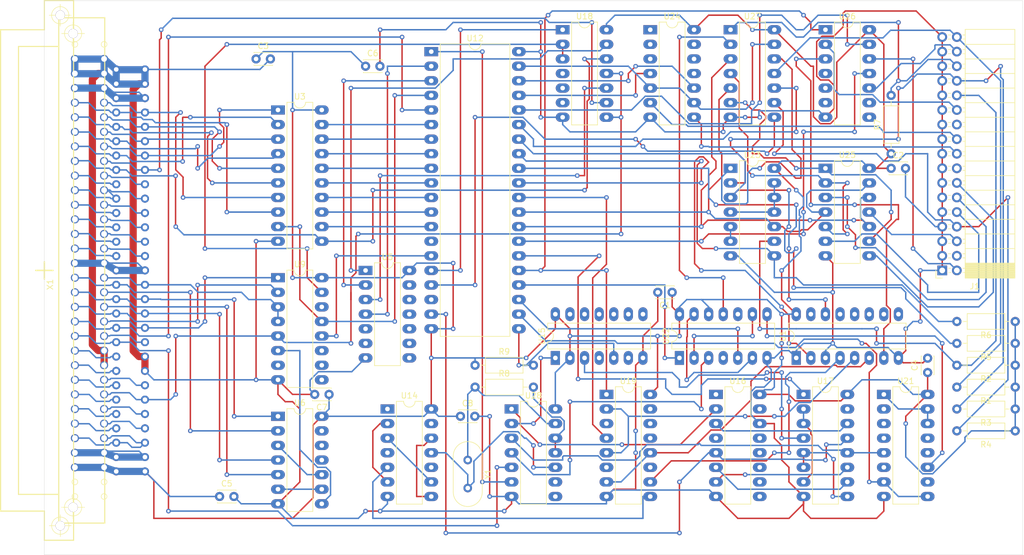
<source format=kicad_pcb>
(kicad_pcb (version 20171130) (host pcbnew "(5.1.10)-1")
  (layers (0 F.Cu signal) (31 B.Cu signal) (34 B.Paste user) (35 F.Paste user) (36 B.SilkS user) (37 F.SilkS user) (38 B.Mask user) (39 F.Mask user) (44 Edge.Cuts user))
  (net 0 "")
  (net 1 "Net-(J1-Pad34)")
  (net 2 GND)
  (net 3 "Net-(J1-Pad32)")
  (net 4 "Net-(J1-Pad30)")
  (net 5 "Net-(J1-Pad28)")
  (net 6 "Net-(J1-Pad26)")
  (net 7 "Net-(J1-Pad24)")
  (net 8 "Net-(J1-Pad22)")
  (net 9 "Net-(J1-Pad20)")
  (net 10 "Net-(J1-Pad18)")
  (net 11 "Net-(J1-Pad16)")
  (net 12 "Net-(J1-Pad14)")
  (net 13 "Net-(J1-Pad12)")
  (net 14 "Net-(J1-Pad10)")
  (net 15 "Net-(J1-Pad8)")
  (net 16 "Net-(J1-Pad6)")
  (net 17 "Net-(J1-Pad4)")
  (net 18 "Net-(J1-Pad2)")
  (net 19 +5P)
  (net 20 "Net-(R5-Pad2)")
  (net 21 "Net-(R6-Pad2)")
  (net 22 "Net-(U1-Pad15)")
  (net 23 "Net-(U1-Pad7)")
  (net 24 "Net-(U1-Pad14)")
  (net 25 "Net-(U1-Pad6)")
  (net 26 "Net-(U1-Pad13)")
  (net 27 "Net-(U1-Pad5)")
  (net 28 "Net-(U1-Pad12)")
  (net 29 "Net-(U1-Pad4)")
  (net 30 "Net-(U1-Pad11)")
  (net 31 "Net-(U1-Pad10)")
  (net 32 "Net-(U1-Pad2)")
  (net 33 "Net-(U1-Pad9)")
  (net 34 "Net-(U12-Pad6)")
  (net 35 "Net-(U3-Pad8)")
  (net 36 "Net-(U12-Pad7)")
  (net 37 "Net-(U3-Pad7)")
  (net 38 "Net-(U12-Pad8)")
  (net 39 "Net-(U3-Pad6)")
  (net 40 "Net-(U12-Pad9)")
  (net 41 "Net-(U3-Pad5)")
  (net 42 "Net-(U12-Pad10)")
  (net 43 "Net-(U3-Pad4)")
  (net 44 "Net-(U12-Pad11)")
  (net 45 "Net-(U3-Pad3)")
  (net 46 "Net-(U12-Pad12)")
  (net 47 "Net-(U3-Pad2)")
  (net 48 "Net-(U12-Pad13)")
  (net 49 "Net-(U3-Pad1)")
  (net 50 "Net-(U6-Pad6)")
  (net 51 "Net-(U6-Pad5)")
  (net 52 "Net-(U6-Pad4)")
  (net 53 "Net-(U6-Pad10)")
  (net 54 "Net-(U6-Pad2)")
  (net 55 "Net-(U6-Pad8)")
  (net 56 "Net-(U6-Pad1)")
  (net 57 "Net-(U18-Pad2)")
  (net 58 "Net-(U9-Pad7)")
  (net 59 "Net-(U9-Pad14)")
  (net 60 "Net-(U12-Pad4)")
  (net 61 "Net-(U9-Pad3)")
  (net 62 "Net-(U9-Pad11)")
  (net 63 "Net-(U9-Pad10)")
  (net 64 "Net-(U9-Pad2)")
  (net 65 "Net-(U9-Pad9)")
  (net 66 "Net-(U9-Pad1)")
  (net 67 "Net-(U12-Pad39)")
  (net 68 "Net-(U12-Pad19)")
  (net 69 "Net-(U12-Pad38)")
  (net 70 "Net-(U12-Pad18)")
  (net 71 "Net-(U12-Pad37)")
  (net 72 "Net-(U12-Pad17)")
  (net 73 "Net-(U12-Pad36)")
  (net 74 "Net-(U12-Pad16)")
  (net 75 "Net-(U12-Pad35)")
  (net 76 "Net-(U12-Pad15)")
  (net 77 "Net-(U12-Pad14)")
  (net 78 "Net-(U12-Pad30)")
  (net 79 "Net-(U12-Pad29)")
  (net 80 "Net-(U12-Pad28)")
  (net 81 "Net-(U12-Pad27)")
  (net 82 "Net-(U12-Pad26)")
  (net 83 "Net-(U12-Pad25)")
  (net 84 "Net-(U12-Pad5)")
  (net 85 "Net-(U12-Pad24)")
  (net 86 "Net-(U12-Pad23)")
  (net 87 "Net-(U12-Pad3)")
  (net 88 "Net-(U12-Pad22)")
  (net 89 "Net-(U12-Pad2)")
  (net 90 "Net-(U12-Pad1)")
  (net 91 "Net-(U15-Pad6)")
  (net 92 "Net-(U15-Pad4)")
  (net 93 "Net-(U15-Pad3)")
  (net 94 "Net-(U15-Pad1)")
  (net 95 "Net-(U16-Pad15)")
  (net 96 "Net-(U16-Pad7)")
  (net 97 "Net-(U16-Pad6)")
  (net 98 "Net-(U16-Pad13)")
  (net 99 "Net-(U16-Pad12)")
  (net 100 "Net-(U16-Pad4)")
  (net 101 "Net-(U16-Pad11)")
  (net 102 "Net-(U16-Pad3)")
  (net 103 "Net-(U16-Pad10)")
  (net 104 "Net-(U16-Pad2)")
  (net 105 "Net-(U16-Pad9)")
  (net 106 "Net-(U16-Pad1)")
  (net 107 "Net-(U17-Pad15)")
  (net 108 "Net-(U17-Pad2)")
  (net 109 "Net-(U17-Pad5)")
  (net 110 "Net-(U17-Pad12)")
  (net 111 "Net-(U19-Pad15)")
  (net 112 "Net-(U19-Pad14)")
  (net 113 "Net-(U19-Pad6)")
  (net 114 "Net-(U19-Pad13)")
  (net 115 "Net-(U19-Pad11)")
  (net 116 "Net-(U19-Pad3)")
  (net 117 "Net-(U21-Pad1)")
  (net 118 "Net-(U21-Pad6)")
  (net 119 "Net-(U21-Pad13)")
  (net 120 "Net-(U21-Pad12)")
  (net 121 "Net-(U21-Pad4)")
  (net 122 "Net-(U21-Pad11)")
  (net 123 "Net-(U21-Pad3)")
  (net 124 "Net-(U21-Pad10)")
  (net 125 "Net-(U21-Pad2)")
  (net 126 "Net-(U22-Pad13)")
  (net 127 "Net-(U22-Pad11)")
  (net 128 "Net-(U22-Pad4)")
  (net 129 "Net-(U22-Pad10)")
  (net 130 "Net-(U22-Pad3)")
  (net 131 "Net-(U22-Pad2)")
  (net 132 "Net-(U23-Pad1)")
  (net 133 "Net-(U25-Pad2)")
  (net 134 "Net-(U25-Pad1)")
  (net 135 "Net-(U26-Pad4)")
  (net 136 "Net-(U28-Pad5)")
  (net 137 "Net-(X1-PadC15)")
  (net 138 "Net-(X1-PadC28)")
  (net 139 "Net-(X1-PadA27)")
  (net 140 "Net-(X1-PadA26)")
  (net 141 "Net-(X1-PadA25)")
  (net 142 "Net-(X1-PadA24)")
  (net 143 "Net-(X1-PadA23)")
  (net 144 "Net-(X1-PadA22)")
  (net 145 "Net-(X1-PadA21)")
  (net 146 "Net-(X1-PadA14)")
  (net 147 "Net-(X1-PadA13)")
  (net 148 "Net-(X1-PadA12)")
  (net 149 "Net-(X1-PadA11)")
  (net 150 "Net-(X1-PadA10)")
  (net 151 "Net-(X1-PadA09)")
  (net 152 "Net-(X1-PadC26)")
  (net 153 "Net-(X1-PadC25)")
  (net 154 "Net-(X1-PadC23)")
  (net 155 "Net-(X1-PadC20)")
  (net 156 "Net-(X1-PadC14)")
  (net 157 "Net-(X1-PadC13)")
  (net 158 "Net-(X1-PadC12)")
  (net 159 "Net-(X1-PadC11)")
  (net 160 "Net-(X1-PadC09)")
  (net 161 "Net-(X1-PadC03)")
  (net 162 "Net-(X1-PadA03)")
  (net 163 "Net-(X1-PadA28)")
  (net 164 "Net-(X1-PadA15)")
  (net 165 "Net-(R8-Pad2)")
  (net 166 "Net-(R8-Pad1)")
  (net 167 "Net-(U14-Pad13)")
  (net 168 "Net-(U14-Pad2)")
  (net 169 "Net-(U14-Pad12)")
  (net 170 "Net-(U14-Pad5)")
  (net 171 "Net-(U14-Pad11)")
  (net 172 "Net-(U14-Pad4)")
  (net 173 "Net-(U14-Pad10)")
  (net 174 "Net-(U14-Pad3)")
  (net 175 "Net-(U14-Pad1)")
  (net 176 "Net-(U18-Pad12)")
  (net 177 "Net-(U18-Pad10)")
  (net 178 "Net-(U18-Pad13)")
  (net 179 "Net-(U18-Pad11)")
  (net 180 "Net-(U18-Pad9)")
  (net 181 "Net-(R9-Pad2)")
  (module K1520:K1520_EFS2x29_DIN_male (layer F.Cu) (at 38.1 106.68 270)
    (fp_text reference X1 (at 1.4 -1 90) (layer F.SilkS) (effects (justify right)))
    (fp_text value K1520_2x29-AC)
    (pad C15 smd custom (at 0 -17.5 270) (size 1.4 1.4) (layers B.Cu) (net 137 "Net-(X1-PadC15)") (options (clearance outline) (anchor circle)) (primitives (gr_line (start -1.25 7.1) (end 0 5) (width 1.25)) (gr_line (start 0 5) (end 0 0) (width 1.25)) (gr_line (start -1.25 12.2) (end -1.25 7.1) (width 1.25))))
    (pad C29 smd custom (at 35 -17.5 270) (size 1.4 1.4) (layers B.Cu) (net 19 +5P) (options (clearance outline) (anchor circle)) (primitives (gr_line (start 0 0) (end 0 5) (width 1.25)) (gr_line (start 0 5) (end -0.7 7.1) (width 1.25)) (gr_line (start -0.7 7.1) (end -0.7 12.2) (width 1.25))))
    (pad C28 smd custom (at 32.5 -17.5 270) (size 1.4 1.4) (layers B.Cu) (net 138 "Net-(X1-PadC28)") (options (clearance outline) (anchor circle)) (primitives (gr_line (start -0.75 7.1) (end 0 5) (width 1.25)) (gr_line (start -0.75 12.2) (end -0.75 7.1) (width 1.25)) (gr_line (start 0 5) (end 0 0) (width 1.25))))
    (pad A27 smd custom (at 30 -12.5 270) (size 1.4 1.4) (layers B.Cu) (net 139 "Net-(X1-PadA27)") (options (clearance outline) (anchor circle)) (primitives (gr_line (start 0 0) (end 0 0.9) (width 0.25)) (gr_line (start 0 0.9) (end 0.4 1.3) (width 0.25)) (gr_line (start 0.4 1.3) (end 0.4 3.5) (width 0.25)) (gr_line (start 0.4 3.5) (end -0.8 4.7) (width 0.25)) (gr_line (start -0.8 4.7) (end -0.8 7.2) (width 0.25))))
    (pad A26 smd custom (at 27.5 -12.5 270) (size 1.4 1.4) (layers B.Cu) (net 140 "Net-(X1-PadA26)") (options (clearance outline) (anchor circle)) (primitives (gr_line (start 0 0) (end 0 0.9) (width 0.25)) (gr_line (start 0 0.9) (end 0.4 1.3) (width 0.25)) (gr_line (start 0.4 1.3) (end 0.4 3.5) (width 0.25)) (gr_line (start 0.4 3.5) (end -0.8 4.7) (width 0.25)) (gr_line (start -0.8 4.7) (end -0.8 7.2) (width 0.25))))
    (pad A25 smd custom (at 25 -12.5 270) (size 1.4 1.4) (layers B.Cu) (net 141 "Net-(X1-PadA25)") (options (clearance outline) (anchor circle)) (primitives (gr_line (start 0.4 3.5) (end -0.9 4.8) (width 0.25)) (gr_line (start -0.9 4.8) (end -0.9 7.2) (width 0.25)) (gr_line (start 0 0) (end 0 0.9) (width 0.25)) (gr_line (start 0 0.9) (end 0.4 1.3) (width 0.25)) (gr_line (start 0.4 1.3) (end 0.4 3.5) (width 0.25))))
    (pad A24 smd custom (at 22.5 -12.5 270) (size 1.4 1.4) (layers B.Cu) (net 142 "Net-(X1-PadA24)") (options (clearance outline) (anchor circle)) (primitives (gr_line (start 0 0) (end 0 0.9) (width 0.25)) (gr_line (start 0 0.9) (end 0.3 1.2) (width 0.25)) (gr_line (start 0.3 1.2) (end 0.3 3.5) (width 0.25)) (gr_line (start 0.3 3.5) (end -0.9 4.7) (width 0.25)) (gr_line (start -0.9 4.7) (end -0.9 7.2) (width 0.25))))
    (pad A23 smd custom (at 20 -12.5 270) (size 1.4 1.4) (layers B.Cu) (net 143 "Net-(X1-PadA23)") (options (clearance outline) (anchor circle)) (primitives (gr_line (start 0 0.9) (end 0.3 1.2) (width 0.25)) (gr_line (start 0.3 1.2) (end 0.3 3.5) (width 0.25)) (gr_line (start 0.3 3.5) (end -0.9 4.7) (width 0.25)) (gr_line (start -0.9 4.7) (end -0.9 7.2) (width 0.25)) (gr_line (start 0 0) (end 0 0.9) (width 0.25))))
    (pad A22 smd custom (at 17.5 -12.5 270) (size 1.4 1.4) (layers B.Cu) (net 144 "Net-(X1-PadA22)") (options (clearance outline) (anchor circle)) (primitives (gr_line (start 0 0) (end 0 0.9) (width 0.25)) (gr_line (start 0 0.9) (end 0.3 1.2) (width 0.25)) (gr_line (start 0.3 1.2) (end 0.3 3.5) (width 0.25)) (gr_line (start 0.3 3.5) (end -1 4.8) (width 0.25)) (gr_line (start -1 4.8) (end -1 7.2) (width 0.25))))
    (pad A21 smd custom (at 15 -12.5 270) (size 1.4 1.4) (layers B.Cu) (net 145 "Net-(X1-PadA21)") (options (clearance outline) (anchor circle)) (primitives (gr_line (start 0.2 3.5) (end -1 4.7) (width 0.25)) (gr_line (start -1 4.7) (end -1 7.2) (width 0.25)) (gr_line (start 0 0) (end 0 0.9) (width 0.25)) (gr_line (start 0 0.9) (end 0.2 1.1) (width 0.25)) (gr_line (start 0.2 1.1) (end 0.2 3.5) (width 0.25))))
    (pad A20 smd custom (at 12.5 -12.5 270) (size 1.4 1.4) (layers B.Cu) (net 136 "Net-(U28-Pad5)") (options (clearance outline) (anchor circle)) (primitives (gr_line (start 0 0) (end 0 0.9) (width 0.25)) (gr_line (start 0 0.9) (end 0.2 1.1) (width 0.25)) (gr_line (start 0.2 1.1) (end 0.2 3.5) (width 0.25)) (gr_line (start 0.2 3.5) (end -1.1 4.8) (width 0.25)) (gr_line (start -1.1 4.8) (end -1.1 7.2) (width 0.25))))
    (pad A19 smd custom (at 10 -12.5 270) (size 1.4 1.4) (layers B.Cu) (net 84 "Net-(U12-Pad5)") (options (clearance outline) (anchor circle)) (primitives (gr_line (start 0 0.9) (end 0.2 1.1) (width 0.25)) (gr_line (start 0.2 1.1) (end 0.2 3.5) (width 0.25)) (gr_line (start 0.2 3.5) (end -1.1 4.8) (width 0.25)) (gr_line (start -1.1 4.8) (end -1.1 7.2) (width 0.25)) (gr_line (start 0 0) (end 0 0.9) (width 0.25))))
    (pad A18 smd custom (at 7.5 -12.5 270) (size 1.4 1.4) (layers B.Cu) (net 64 "Net-(U9-Pad2)") (options (clearance outline) (anchor circle)) (primitives (gr_line (start 0.1 1) (end 0.1 3.5) (width 0.25)) (gr_line (start 0.1 3.5) (end -1.2 4.8) (width 0.25)) (gr_line (start -1.2 4.8) (end -1.2 7.2) (width 0.25)) (gr_line (start 0 0) (end 0 0.9) (width 0.25)) (gr_line (start 0 0.9) (end 0.1 1) (width 0.25))))
    (pad A17 smd custom (at 5 -12.5 270) (size 1.4 1.4) (layers B.Cu) (net 51 "Net-(U6-Pad5)") (options (clearance outline) (anchor circle)) (primitives (gr_line (start 0 0) (end 0 0.9) (width 0.25)) (gr_line (start 0 0.9) (end 0.1 1) (width 0.25)) (gr_line (start 0.1 1) (end 0.1 3.5) (width 0.25)) (gr_line (start 0.1 3.5) (end -1.2 4.8) (width 0.25)) (gr_line (start -1.2 4.8) (end -1.2 7.2) (width 0.25))))
    (pad A16 smd custom (at 2.5 -12.5 270) (size 1.4 1.4) (layers B.Cu) (net 54 "Net-(U6-Pad2)") (options (clearance outline) (anchor circle)) (primitives (gr_line (start -1.2 4.8) (end -1.2 7.2) (width 0.25)) (gr_line (start 0 0) (end 0 0.9) (width 0.25)) (gr_line (start 0 0.9) (end 0.1 1) (width 0.25)) (gr_line (start 0.1 1) (end 0.1 3.5) (width 0.25)) (gr_line (start 0.1 3.5) (end -1.2 4.8) (width 0.25))))
    (pad A14 smd custom (at -2.5 -12.5 270) (size 1.4 1.4) (layers B.Cu) (net 146 "Net-(X1-PadA14)") (options (clearance outline) (anchor circle)) (primitives (gr_line (start 0 0.9) (end -0.1 1) (width 0.25)) (gr_line (start -0.1 1) (end -0.1 3.5) (width 0.25)) (gr_line (start -0.1 3.5) (end -1.3 4.7) (width 0.25)) (gr_line (start -1.3 4.7) (end -1.3 7.2) (width 0.25)) (gr_line (start 0 0) (end 0 0.9) (width 0.25))))
    (pad A13 smd custom (at -5 -12.5 270) (size 1.4 1.4) (layers B.Cu) (net 147 "Net-(X1-PadA13)") (options (clearance outline) (anchor circle)) (primitives (gr_line (start -0.1 1) (end -0.1 3.5) (width 0.25)) (gr_line (start -0.1 3.5) (end -1.4 4.8) (width 0.25)) (gr_line (start -1.4 4.8) (end -1.4 7.2) (width 0.25)) (gr_line (start 0 0) (end 0 0.9) (width 0.25)) (gr_line (start 0 0.9) (end -0.1 1) (width 0.25))))
    (pad A12 smd custom (at -7.5 -12.5 270) (size 1.4 1.4) (layers B.Cu) (net 148 "Net-(X1-PadA12)") (options (clearance outline) (anchor circle)) (primitives (gr_line (start 0 0) (end 0 0.9) (width 0.25)) (gr_line (start 0 0.9) (end -0.1 1) (width 0.25)) (gr_line (start -0.1 1) (end -0.1 3.5) (width 0.25)) (gr_line (start -0.1 3.5) (end -1.4 4.8) (width 0.25)) (gr_line (start -1.4 4.8) (end -1.4 7.2) (width 0.25))))
    (pad A11 smd custom (at -10 -12.5 270) (size 1.4 1.4) (layers B.Cu) (net 149 "Net-(X1-PadA11)") (options (clearance outline) (anchor circle)) (primitives (gr_line (start 0 0) (end 0 0.9) (width 0.25)) (gr_line (start 0 0.9) (end -0.1 1) (width 0.25)) (gr_line (start -0.1 1) (end -0.1 3.5) (width 0.25)) (gr_line (start -0.1 3.5) (end -1.4 4.8) (width 0.25)) (gr_line (start -1.4 4.8) (end -1.4 7.2) (width 0.25))))
    (pad A10 smd custom (at -12.5 -12.5 270) (size 1.4 1.4) (layers B.Cu) (net 150 "Net-(X1-PadA10)") (options (clearance outline) (anchor circle)) (primitives (gr_line (start 0 0.9) (end -0.2 1.1) (width 0.25)) (gr_line (start -0.2 1.1) (end -0.2 3.5) (width 0.25)) (gr_line (start -0.2 3.5) (end -1.5 4.8) (width 0.25)) (gr_line (start -1.5 4.8) (end -1.5 7.2) (width 0.25)) (gr_line (start 0 0) (end 0 0.9) (width 0.25))))
    (pad A09 smd custom (at -15 -12.5 270) (size 1.4 1.4) (layers B.Cu) (net 151 "Net-(X1-PadA09)") (options (clearance outline) (anchor circle)) (primitives (gr_line (start 0 0) (end 0 0.9) (width 0.25)) (gr_line (start 0 0.9) (end -0.2 1.1) (width 0.25)) (gr_line (start -0.2 1.1) (end -0.2 3.5) (width 0.25)) (gr_line (start -0.2 3.5) (end -1.5 4.8) (width 0.25)) (gr_line (start -1.5 4.8) (end -1.5 7.2) (width 0.25))))
    (pad A08 smd custom (at -17.5 -12.5 270) (size 1.4 1.4) (layers B.Cu) (net 176 "Net-(U18-Pad12)") (options (clearance outline) (anchor circle)) (primitives (gr_line (start -0.3 3.5) (end -1.6 4.8) (width 0.25)) (gr_line (start -1.6 4.8) (end -1.6 7.2) (width 0.25)) (gr_line (start 0 0) (end 0 0.9) (width 0.25)) (gr_line (start 0 0.9) (end -0.3 1.2) (width 0.25)) (gr_line (start -0.3 1.2) (end -0.3 3.5) (width 0.25))))
    (pad A07 smd custom (at -20 -12.5 270) (size 1.4 1.4) (layers B.Cu) (net 47 "Net-(U3-Pad2)") (options (clearance outline) (anchor circle)) (primitives (gr_line (start 0 0) (end 0 0.9) (width 0.25)) (gr_line (start 0 0.9) (end -0.3 1.2) (width 0.25)) (gr_line (start -0.3 1.2) (end -0.3 3.5) (width 0.25)) (gr_line (start -0.3 3.5) (end -1.6 4.8) (width 0.25)) (gr_line (start -1.6 4.8) (end -1.6 7.2) (width 0.25))))
    (pad A06 smd custom (at -22.5 -12.5 270) (size 1.4 1.4) (layers B.Cu) (net 43 "Net-(U3-Pad4)") (options (clearance outline) (anchor circle)) (primitives (gr_line (start 0 0) (end 0 0.9) (width 0.25)) (gr_line (start 0 0.9) (end -0.4 1.3) (width 0.25)) (gr_line (start -0.4 1.3) (end -0.4 3.5) (width 0.25)) (gr_line (start -0.4 3.5) (end -1.6 4.7) (width 0.25)) (gr_line (start -1.6 4.7) (end -1.6 7.2) (width 0.25))))
    (pad A05 smd custom (at -25 -12.5 270) (size 1.4 1.4) (layers B.Cu) (net 39 "Net-(U3-Pad6)") (options (clearance outline) (anchor circle)) (primitives (gr_line (start -0.4 1.3) (end -0.4 3.5) (width 0.25)) (gr_line (start -0.4 3.5) (end -1.7 4.8) (width 0.25)) (gr_line (start -1.7 4.8) (end -1.7 7.2) (width 0.25)) (gr_line (start 0 0) (end 0 0.9) (width 0.25)) (gr_line (start 0 0.9) (end -0.4 1.3) (width 0.25))))
    (pad C27 smd custom (at 30 -17.5 270) (size 1.4 1.4) (layers B.Cu) (net 139 "Net-(X1-PadA27)") (options (clearance outline) (anchor circle)) (primitives (gr_line (start -0.8 7.1) (end -0.8 6.1) (width 0.25)) (gr_line (start -0.8 6.1) (end -1.2 5.7) (width 0.25)) (gr_line (start -1.2 5.7) (end -1.2 2.7) (width 0.25)) (gr_line (start -1.2 2.7) (end 0 1.5) (width 0.25)) (gr_line (start 0 1.5) (end 0 0) (width 0.25))))
    (pad C26 smd custom (at 27.5 -17.5 270) (size 1.4 1.4) (layers B.Cu) (net 152 "Net-(X1-PadC26)") (options (clearance outline) (anchor circle)) (primitives (gr_line (start -0.8 7.1) (end -0.8 6.1) (width 0.25)) (gr_line (start -1.2 2.7) (end 0 1.5) (width 0.25)) (gr_line (start 0 1.5) (end 0 0) (width 0.25)) (gr_line (start -1.2 2.7) (end -1.2 5.7) (width 0.25)) (gr_line (start -1.2 5.7) (end -0.8 6.1) (width 0.25))))
    (pad C25 smd custom (at 25 -17.5 270) (size 1.4 1.4) (layers B.Cu) (net 153 "Net-(X1-PadC25)") (options (clearance outline) (anchor circle)) (primitives (gr_line (start -0.9 7.1) (end -0.9 6.1) (width 0.25)) (gr_line (start -0.9 6.1) (end -1.2 5.8) (width 0.25)) (gr_line (start -1.2 5.8) (end -1.2 2.7) (width 0.25)) (gr_line (start -1.2 2.7) (end 0 1.5) (width 0.25)) (gr_line (start 0 1.5) (end 0 0) (width 0.25))))
    (pad C24 smd custom (at 22.5 -17.5 270) (size 1.4 1.4) (layers B.Cu) (net 179 "Net-(U18-Pad11)") (options (clearance outline) (anchor circle)) (primitives (gr_line (start -0.9 7.1) (end -0.9 6.1) (width 0.25)) (gr_line (start -0.9 6.1) (end -1.2 5.8) (width 0.25)) (gr_line (start -1.2 5.8) (end -1.2 2.7) (width 0.25)) (gr_line (start -1.2 2.7) (end 0 1.5) (width 0.25)) (gr_line (start 0 1.5) (end 0 0) (width 0.25))))
    (pad C23 smd custom (at 20 -17.5 270) (size 1.4 1.4) (layers B.Cu) (net 154 "Net-(X1-PadC23)") (options (clearance outline) (anchor circle)) (primitives (gr_line (start -1.2 2.7) (end 0 1.5) (width 0.25)) (gr_line (start 0 1.5) (end 0 0) (width 0.25)) (gr_line (start -1 7.1) (end -1 6.1) (width 0.25)) (gr_line (start -1 6.1) (end -1.2 5.9) (width 0.25)) (gr_line (start -1.2 5.9) (end -1.2 2.7) (width 0.25))))
    (pad C20 smd custom (at 12.5 -17.5 270) (size 1.4 1.4) (layers B.Cu) (net 155 "Net-(X1-PadC20)") (options (clearance outline) (anchor circle)) (primitives (gr_line (start -1.1 7.1) (end -1.1 6.1) (width 0.25)) (gr_line (start -1.1 6.1) (end -1.2 6) (width 0.25)) (gr_line (start -1.2 6) (end -1.2 2.7) (width 0.25)) (gr_line (start -1.2 2.7) (end 0 1.5) (width 0.25)) (gr_line (start 0 1.5) (end 0 0) (width 0.25))))
    (pad C19 smd custom (at 10 -17.5 270) (size 1.4 1.4) (layers B.Cu) (net 66 "Net-(U9-Pad1)") (options (clearance outline) (anchor circle)) (primitives (gr_line (start -1.1 6.1) (end -1.2 6) (width 0.25)) (gr_line (start -1.2 6) (end -1.2 2.7) (width 0.25)) (gr_line (start -1.2 2.7) (end 0 1.5) (width 0.25)) (gr_line (start 0 1.5) (end 0 0) (width 0.25)) (gr_line (start -1.1 7.1) (end -1.1 6.1) (width 0.25))))
    (pad C18 smd custom (at 7.5 -17.5 270) (size 1.4 1.4) (layers B.Cu) (net 52 "Net-(U6-Pad4)") (options (clearance outline) (anchor circle)) (primitives (gr_line (start -1.2 7.2) (end -1.2 2.7) (width 0.25)) (gr_line (start -1.2 2.7) (end 0 1.5) (width 0.25)) (gr_line (start 0 1.5) (end 0 0) (width 0.25))))
    (pad C17 smd custom (at 5 -17.5 270) (size 1.4 1.4) (layers B.Cu) (net 56 "Net-(U6-Pad1)") (options (clearance outline) (anchor circle)) (primitives (gr_line (start -1.2 7.1) (end -1.2 2.7) (width 0.25)) (gr_line (start -1.2 2.7) (end 0 1.5) (width 0.25)) (gr_line (start 0 1.5) (end 0 0) (width 0.25))))
    (pad C16 smd custom (at 2.5 -17.5 270) (size 1.4 1.4) (layers B.Cu) (net 61 "Net-(U9-Pad3)") (options (clearance outline) (anchor circle)) (primitives (gr_line (start 0 1.5) (end 0 0) (width 0.25)) (gr_line (start -1.2 7.1) (end -1.2 2.7) (width 0.25)) (gr_line (start -1.2 2.7) (end 0 1.5) (width 0.25))))
    (pad C14 smd custom (at -2.5 -17.5 270) (size 1.4 1.4) (layers B.Cu) (net 156 "Net-(X1-PadC14)") (options (clearance outline) (anchor circle)) (primitives (gr_line (start -1.3 7.1) (end -1.3 6.1) (width 0.25)) (gr_line (start -1.3 6.1) (end -1.2 6) (width 0.25)) (gr_line (start -1.2 6) (end -1.2 2.7) (width 0.25)) (gr_line (start -1.2 2.7) (end 0 1.5) (width 0.25)) (gr_line (start 0 1.5) (end 0 0) (width 0.25))))
    (pad C13 smd custom (at -5 -17.5 270) (size 1.4 1.4) (layers B.Cu) (net 157 "Net-(X1-PadC13)") (options (clearance outline) (anchor circle)) (primitives (gr_line (start 0 1.5) (end 0 0) (width 0.25)) (gr_line (start -1.4 6.1) (end -1.2 5.9) (width 0.25)) (gr_line (start -1.2 5.9) (end -1.2 2.7) (width 0.25)) (gr_line (start -1.2 2.7) (end 0 1.5) (width 0.25)) (gr_line (start -1.4 7.1) (end -1.4 6.1) (width 0.25))))
    (pad C12 smd custom (at -7.5 -17.5 270) (size 1.4 1.4) (layers B.Cu) (net 158 "Net-(X1-PadC12)") (options (clearance outline) (anchor circle)) (primitives (gr_line (start -1.4 7.1) (end -1.4 6.1) (width 0.25)) (gr_line (start -1.4 6.1) (end -1.2 5.9) (width 0.25)) (gr_line (start -1.2 5.9) (end -1.2 2.7) (width 0.25)) (gr_line (start -1.2 2.7) (end 0 1.5) (width 0.25)) (gr_line (start 0 1.5) (end 0 0) (width 0.25))))
    (pad C11 smd custom (at -10 -17.5 270) (size 1.4 1.4) (layers B.Cu) (net 159 "Net-(X1-PadC11)") (options (clearance outline) (anchor circle)) (primitives (gr_line (start -1.2 2.7) (end 0 1.5) (width 0.25)) (gr_line (start 0 1.5) (end 0 0) (width 0.25)) (gr_line (start -1.4 6.1) (end -1.2 5.9) (width 0.25)) (gr_line (start -1.2 5.9) (end -1.2 2.7) (width 0.25)) (gr_line (start -1.4 7.1) (end -1.4 6.1) (width 0.25))))
    (pad C10 smd custom (at -12.5 -17.5 270) (size 1.4 1.4) (layers B.Cu) (net 150 "Net-(X1-PadA10)") (options (clearance outline) (anchor circle)) (primitives (gr_line (start -1.2 2.7) (end 0 1.5) (width 0.25)) (gr_line (start -1.2 5.8) (end -1.2 2.7) (width 0.25)) (gr_line (start -1.5 6.1) (end -1.2 5.8) (width 0.25)) (gr_line (start -1.5 7.1) (end -1.5 6.1) (width 0.25)) (gr_line (start 0 1.5) (end 0 0) (width 0.25))))
    (pad C09 smd custom (at -15 -17.5 270) (size 1.4 1.4) (layers B.Cu) (net 160 "Net-(X1-PadC09)") (options (clearance outline) (anchor circle)) (primitives (gr_line (start -1.5 7.1) (end -1.5 6.1) (width 0.25)) (gr_line (start 0 1.5) (end 0 0) (width 0.25)) (gr_line (start -1.2 5.8) (end -1.2 2.7) (width 0.25)) (gr_line (start -1.2 2.7) (end 0 1.5) (width 0.25)) (gr_line (start -1.5 6.1) (end -1.2 5.8) (width 0.25))))
    (pad C08 smd custom (at -17.5 -17.5 270) (size 1.4 1.4) (layers B.Cu) (net 180 "Net-(U18-Pad9)") (options (clearance outline) (anchor circle)) (primitives (gr_line (start -1.5 6.1) (end -1.2 5.8) (width 0.25)) (gr_line (start 0 1.5) (end 0 0) (width 0.25)) (gr_line (start -1.2 5.8) (end -1.2 2.7) (width 0.25)) (gr_line (start -1.2 2.7) (end 0 1.5) (width 0.25)) (gr_line (start -1.5 7.1) (end -1.5 6.1) (width 0.25))))
    (pad C07 smd custom (at -20 -17.5 270) (size 1.4 1.4) (layers B.Cu) (net 49 "Net-(U3-Pad1)") (options (clearance outline) (anchor circle)) (primitives (gr_line (start -1.6 6.1) (end -1.2 5.7) (width 0.25)) (gr_line (start -1.6 7.1) (end -1.6 6.1) (width 0.25)) (gr_line (start -1.2 2.7) (end 0 1.5) (width 0.25)) (gr_line (start -1.2 5.7) (end -1.2 2.7) (width 0.25)) (gr_line (start 0 1.5) (end 0 0) (width 0.25))))
    (pad C06 smd custom (at -22.5 -17.5 270) (size 1.4 1.4) (layers B.Cu) (net 45 "Net-(U3-Pad3)") (options (clearance outline) (anchor circle)) (primitives (gr_line (start -1.2 5.7) (end -1.2 2.7) (width 0.25)) (gr_line (start -1.6 7.1) (end -1.6 6.1) (width 0.25)) (gr_line (start 0 1.5) (end 0 0) (width 0.25)) (gr_line (start -1.2 2.7) (end 0 1.5) (width 0.25)) (gr_line (start -1.6 6.1) (end -1.2 5.7) (width 0.25))))
    (pad C05 smd custom (at -25 -17.5 270) (size 1.4 1.4) (layers B.Cu) (net 41 "Net-(U3-Pad5)") (options (clearance outline) (anchor circle)) (primitives (gr_line (start -1.2 5.6) (end -1.2 2.7) (width 0.25)) (gr_line (start -1.2 2.7) (end 0 1.5) (width 0.25)) (gr_line (start -1.7 7.1) (end -1.7 6.1) (width 0.25)) (gr_line (start -1.7 6.1) (end -1.2 5.6) (width 0.25)) (gr_line (start 0 1.5) (end 0 0) (width 0.25))))
    (pad C04 smd custom (at -27.5 -17.5 270) (size 1.4 1.4) (layers B.Cu) (net 37 "Net-(U3-Pad7)") (options (clearance outline) (anchor circle)) (primitives (gr_line (start -1.7 6.1) (end -1.2 5.6) (width 0.25)) (gr_line (start -1.2 5.6) (end -1.2 2.7) (width 0.25)) (gr_line (start -1.7 7.1) (end -1.7 6.1) (width 0.25)) (gr_line (start 0 1.5) (end 0 0) (width 0.25)) (gr_line (start -1.2 2.7) (end 0 1.5) (width 0.25))))
    (pad A04 smd custom (at -27.5 -12.5 270) (size 1.4 1.4) (layers B.Cu) (net 35 "Net-(U3-Pad8)") (options (clearance outline) (anchor circle)) (primitives (gr_line (start -0.4 3.5) (end -1.7 4.8) (width 0.25)) (gr_line (start -1.7 4.8) (end -1.7 7.2) (width 0.25)) (gr_line (start 0 0) (end 0 0.9) (width 0.25)) (gr_line (start 0 0.9) (end -0.4 1.3) (width 0.25)) (gr_line (start -0.4 1.3) (end -0.4 3.5) (width 0.25))))
    (pad C03 smd custom (at -30 -17.5 270) (size 1.4 1.4) (layers B.Cu) (net 161 "Net-(X1-PadC03)") (options (clearance outline) (anchor circle)) (primitives (gr_line (start -1.75 12.2) (end -1.75 7.1) (width 1.25)) (gr_line (start -1.75 7.1) (end 0 5) (width 1.25)) (gr_line (start 0 5) (end 0 0) (width 1.25))))
    (pad C21 smd custom (at 15 -17.5 270) (size 1.4 1.4) (layers F.Cu) (net 2 GND) (options (clearance outline) (anchor circle)) (primitives (gr_line (start 0 0) (end 2.5 0) (width 1.25))))
    (pad C21 smd custom (at 13.95 -10.4 270) (size 1.4 1.4) (layers F.Cu) (net 2 GND) (options (clearance outline) (anchor circle)) (primitives (gr_line (start 0 0) (end 2.55 0) (width 1.25))))
    (pad C02 smd custom (at -32.5 -17.5 270) (size 1.4 1.4) (layers F.Cu) (net 2 GND) (options (clearance outline) (anchor circle)) (primitives (gr_line (start 47.5 1.05) (end 46.5 2.05) (width 1.25)) (gr_line (start 47.5 1.05) (end 47.5 0) (width 1.25)) (gr_line (start 1 2.05) (end 46.5 2.05) (width 1.25)) (gr_line (start 1 2.05) (end 0 1.05) (width 1.25)) (gr_line (start 0 0) (end 0 1.05) (width 1.25))))
    (pad C02 smd custom (at -34.3 -10.4 270) (size 1.4 1.4) (layers F.Cu) (net 2 GND) (options (clearance outline) (anchor circle)) (primitives (gr_line (start 1 2.05) (end 0 1.05) (width 1.25)) (gr_line (start 0 0) (end 0 1.05) (width 1.25)) (gr_line (start 48.25 1.05) (end 47.25 2.05) (width 1.25)) (gr_line (start 48.25 1.05) (end 48.25 0) (width 1.25)) (gr_line (start 47.25 2.05) (end 1 2.05) (width 1.25))))
    (pad C01 smd custom (at -35 -17.5 270) (size 1.4 1.4) (layers B.Cu) (net 2 GND) (options (clearance outline) (anchor circle)) (primitives (gr_line (start 0.75 12.2) (end 0.75 7.1) (width 1.25)) (gr_line (start 0.75 7.1) (end 2.55 5) (width 1.25)) (gr_line (start -1.8 12.2) (end -1.8 7.05) (width 1.25)) (gr_line (start 2.55 5) (end 2.55 0) (width 1.25)) (gr_line (start 2.55 0) (end 0.05 0) (width 1.25)) (gr_line (start 0.05 0) (end 0.05 5) (width 1.25)) (gr_line (start 0.05 5) (end -1.8 7.1) (width 1.25)) (gr_line (start -1.8 7.1) (end 0.7 7.1) (width 1.25)) (gr_line (start 2.55 5) (end 0.1 5) (width 1.25)) (gr_line (start 0.75 12.2) (end -1.8 12.2) (width 1.25))))
    (pad A03 thru_hole circle (at -31.75 -5.3086 270) (size 1.4 1.4) (drill 1) (layers *.Cu *.Mask) (net 162 "Net-(X1-PadA03)"))
    (pad A29 thru_hole circle (at 35 -12.5 270) (size 1.4 1.4) (drill 0.8) (layers *.Cu *.Mask) (net 19 +5P))
    (pad A28 thru_hole circle (at 32.5 -12.5 270) (size 1.4 1.4) (drill 0.8) (layers *.Cu *.Mask) (net 163 "Net-(X1-PadA28)"))
    (pad A27 thru_hole circle (at 30 -12.5 270) (size 1.4 1.4) (drill 0.8) (layers *.Cu *.Mask) (net 139 "Net-(X1-PadA27)"))
    (pad A26 thru_hole circle (at 27.5 -12.5 270) (size 1.4 1.4) (drill 0.8) (layers *.Cu *.Mask) (net 140 "Net-(X1-PadA26)"))
    (pad A25 thru_hole circle (at 25 -12.5 270) (size 1.4 1.4) (drill 0.8) (layers *.Cu *.Mask) (net 141 "Net-(X1-PadA25)"))
    (pad A24 thru_hole circle (at 22.5 -12.5 270) (size 1.4 1.4) (drill 0.8) (layers *.Cu *.Mask) (net 142 "Net-(X1-PadA24)"))
    (pad A23 thru_hole circle (at 20 -12.5 270) (size 1.4 1.4) (drill 0.8) (layers *.Cu *.Mask) (net 143 "Net-(X1-PadA23)"))
    (pad A22 thru_hole circle (at 17.5 -12.5 270) (size 1.4 1.4) (drill 0.8) (layers *.Cu *.Mask) (net 144 "Net-(X1-PadA22)"))
    (pad A21 thru_hole circle (at 15 -12.5 270) (size 1.4 1.4) (drill 0.8) (layers *.Cu *.Mask) (net 145 "Net-(X1-PadA21)"))
    (pad A20 thru_hole circle (at 12.5 -12.5 270) (size 1.4 1.4) (drill 0.8) (layers *.Cu *.Mask) (net 136 "Net-(U28-Pad5)"))
    (pad A19 thru_hole circle (at 10 -12.5 270) (size 1.4 1.4) (drill 0.8) (layers *.Cu *.Mask) (net 84 "Net-(U12-Pad5)"))
    (pad A18 thru_hole circle (at 7.5 -12.5 270) (size 1.4 1.4) (drill 0.8) (layers *.Cu *.Mask) (net 64 "Net-(U9-Pad2)"))
    (pad A17 thru_hole circle (at 5 -12.5 270) (size 1.4 1.4) (drill 0.8) (layers *.Cu *.Mask) (net 51 "Net-(U6-Pad5)"))
    (pad A16 thru_hole circle (at 2.5 -12.5 270) (size 1.4 1.4) (drill 0.8) (layers *.Cu *.Mask) (net 54 "Net-(U6-Pad2)"))
    (pad A15 thru_hole circle (at 0 -12.5 270) (size 1.4 1.4) (drill 0.8) (layers *.Cu *.Mask) (net 164 "Net-(X1-PadA15)"))
    (pad A14 thru_hole circle (at -2.5 -12.5 270) (size 1.4 1.4) (drill 0.8) (layers *.Cu *.Mask) (net 146 "Net-(X1-PadA14)"))
    (pad A13 thru_hole circle (at -5 -12.5 270) (size 1.4 1.4) (drill 0.8) (layers *.Cu *.Mask) (net 147 "Net-(X1-PadA13)"))
    (pad A12 thru_hole circle (at -7.5 -12.5 270) (size 1.4 1.4) (drill 0.8) (layers *.Cu *.Mask) (net 148 "Net-(X1-PadA12)"))
    (pad A11 thru_hole circle (at -10 -12.5 270) (size 1.4 1.4) (drill 0.8) (layers *.Cu *.Mask) (net 149 "Net-(X1-PadA11)"))
    (pad A10 thru_hole circle (at -12.5 -12.5 270) (size 1.4 1.4) (drill 0.8) (layers *.Cu *.Mask) (net 150 "Net-(X1-PadA10)"))
    (pad A09 thru_hole circle (at -15 -12.5 270) (size 1.4 1.4) (drill 0.8) (layers *.Cu *.Mask) (net 151 "Net-(X1-PadA09)"))
    (pad A08 thru_hole circle (at -17.5 -12.5 270) (size 1.4 1.4) (drill 0.8) (layers *.Cu *.Mask) (net 176 "Net-(U18-Pad12)"))
    (pad A07 thru_hole circle (at -20 -12.5 270) (size 1.4 1.4) (drill 0.8) (layers *.Cu *.Mask) (net 47 "Net-(U3-Pad2)"))
    (pad A06 thru_hole circle (at -22.5 -12.5 270) (size 1.4 1.4) (drill 0.8) (layers *.Cu *.Mask) (net 43 "Net-(U3-Pad4)"))
    (pad A05 thru_hole circle (at -25 -12.5 270) (size 1.4 1.4) (drill 0.8) (layers *.Cu *.Mask) (net 39 "Net-(U3-Pad6)"))
    (pad A04 thru_hole circle (at -27.5 -12.5 270) (size 1.4 1.4) (drill 0.8) (layers *.Cu *.Mask) (net 35 "Net-(U3-Pad8)"))
    (pad A03 thru_hole circle (at -30 -12.5 270) (size 1.4 1.4) (drill 0.8) (layers *.Cu *.Mask) (net 162 "Net-(X1-PadA03)"))
    (pad A02 thru_hole circle (at -32.5 -12.5 270) (size 1.4 1.4) (drill 0.8) (layers *.Cu *.Mask) (net 2 GND))
    (pad A01 thru_hole circle (at -35 -12.5 270) (size 1.4 1.4) (drill 0.8) (layers *.Cu *.Mask) (net 2 GND))
    (pad C29 thru_hole circle (at 35 -17.5 270) (size 1.4 1.4) (drill 0.8) (layers *.Cu *.Mask) (net 19 +5P))
    (pad C28 thru_hole circle (at 32.5 -17.5 270) (size 1.4 1.4) (drill 0.8) (layers *.Cu *.Mask) (net 138 "Net-(X1-PadC28)"))
    (pad C27 thru_hole circle (at 30 -17.5 270) (size 1.4 1.4) (drill 0.8) (layers *.Cu *.Mask) (net 139 "Net-(X1-PadA27)"))
    (pad C26 thru_hole circle (at 27.5 -17.5 270) (size 1.4 1.4) (drill 0.8) (layers *.Cu *.Mask) (net 152 "Net-(X1-PadC26)"))
    (pad C25 thru_hole circle (at 25 -17.5 270) (size 1.4 1.4) (drill 0.8) (layers *.Cu *.Mask) (net 153 "Net-(X1-PadC25)"))
    (pad C24 thru_hole circle (at 22.5 -17.5 270) (size 1.4 1.4) (drill 0.8) (layers *.Cu *.Mask) (net 179 "Net-(U18-Pad11)"))
    (pad C23 thru_hole circle (at 20 -17.5 270) (size 1.4 1.4) (drill 0.8) (layers *.Cu *.Mask) (net 154 "Net-(X1-PadC23)"))
    (pad C22 thru_hole circle (at 17.5 -17.5 270) (size 1.4 1.4) (drill 0.8) (layers *.Cu *.Mask) (net 2 GND))
    (pad C21 thru_hole circle (at 15 -17.5 270) (size 1.4 1.4) (drill 0.8) (layers *.Cu *.Mask) (net 2 GND))
    (pad C20 thru_hole circle (at 12.5 -17.5 270) (size 1.4 1.4) (drill 0.8) (layers *.Cu *.Mask) (net 155 "Net-(X1-PadC20)"))
    (pad C19 thru_hole circle (at 10 -17.5 270) (size 1.4 1.4) (drill 0.8) (layers *.Cu *.Mask) (net 66 "Net-(U9-Pad1)"))
    (pad C18 thru_hole circle (at 7.5 -17.5 270) (size 1.4 1.4) (drill 0.8) (layers *.Cu *.Mask) (net 52 "Net-(U6-Pad4)"))
    (pad C17 thru_hole circle (at 5 -17.5 270) (size 1.4 1.4) (drill 0.8) (layers *.Cu *.Mask) (net 56 "Net-(U6-Pad1)"))
    (pad C16 thru_hole circle (at 2.5 -17.5 270) (size 1.4 1.4) (drill 0.8) (layers *.Cu *.Mask) (net 61 "Net-(U9-Pad3)"))
    (pad C15 thru_hole circle (at 0 -17.5 270) (size 1.4 1.4) (drill 0.8) (layers *.Cu *.Mask) (net 137 "Net-(X1-PadC15)"))
    (pad C14 thru_hole circle (at -2.5 -17.5 270) (size 1.4 1.4) (drill 0.8) (layers *.Cu *.Mask) (net 156 "Net-(X1-PadC14)"))
    (pad C13 thru_hole circle (at -5 -17.5 270) (size 1.4 1.4) (drill 0.8) (layers *.Cu *.Mask) (net 157 "Net-(X1-PadC13)"))
    (pad C12 thru_hole circle (at -7.5 -17.5 270) (size 1.4 1.4) (drill 0.8) (layers *.Cu *.Mask) (net 158 "Net-(X1-PadC12)"))
    (pad C11 thru_hole circle (at -10 -17.5 270) (size 1.4 1.4) (drill 0.8) (layers *.Cu *.Mask) (net 159 "Net-(X1-PadC11)"))
    (pad C10 thru_hole circle (at -12.5 -17.5 270) (size 1.4 1.4) (drill 0.8) (layers *.Cu *.Mask) (net 150 "Net-(X1-PadA10)"))
    (pad C09 thru_hole circle (at -15 -17.5 270) (size 1.4 1.4) (drill 0.8) (layers *.Cu *.Mask) (net 160 "Net-(X1-PadC09)"))
    (pad C08 thru_hole circle (at -17.5 -17.5 270) (size 1.4 1.4) (drill 0.8) (layers *.Cu *.Mask) (net 180 "Net-(U18-Pad9)"))
    (pad C07 thru_hole circle (at -20 -17.5 270) (size 1.4 1.4) (drill 0.8) (layers *.Cu *.Mask) (net 49 "Net-(U3-Pad1)"))
    (pad C06 thru_hole circle (at -22.5 -17.5 270) (size 1.4 1.4) (drill 0.8) (layers *.Cu *.Mask) (net 45 "Net-(U3-Pad3)"))
    (pad C05 thru_hole circle (at -25 -17.5 270) (size 1.4 1.4) (drill 0.8) (layers *.Cu *.Mask) (net 41 "Net-(U3-Pad5)"))
    (pad C04 thru_hole circle (at -27.5 -17.5 270) (size 1.4 1.4) (drill 0.8) (layers *.Cu *.Mask) (net 37 "Net-(U3-Pad7)"))
    (pad C03 thru_hole circle (at -30 -17.5 270) (size 1.4 1.4) (drill 0.8) (layers *.Cu *.Mask) (net 161 "Net-(X1-PadC03)"))
    (pad C02 thru_hole circle (at -32.5 -17.5 270) (size 1.4 1.4) (drill 0.8) (layers *.Cu *.Mask) (net 2 GND))
    (pad C01 thru_hole circle (at -35 -17.5 270) (size 1.4 1.4) (drill 0.8) (layers *.Cu *.Mask) (net 2 GND))
    (pad "" thru_hole circle (at 41.25 -5 270) (size 1.61 1.61) (drill 1.6) (layers *.Cu))
    (pad "" thru_hole circle (at -41.25 -5 270) (size 1.61 1.61) (drill 1.6) (layers *.Cu *.Mask))
    (pad C29 thru_hole circle (at 34.29 -10.3886 270) (size 1.4 1.4) (drill 1) (layers *.Cu *.Mask) (net 19 +5P))
    (pad C28 thru_hole circle (at 31.75 -10.3886 270) (size 1.4 1.4) (drill 1) (layers *.Cu *.Mask) (net 138 "Net-(X1-PadC28)"))
    (pad C27 thru_hole circle (at 29.21 -10.3886 270) (size 1.4 1.4) (drill 1) (layers *.Cu *.Mask) (net 139 "Net-(X1-PadA27)"))
    (pad C26 thru_hole circle (at 26.67 -10.3886 270) (size 1.4 1.4) (drill 1) (layers *.Cu *.Mask) (net 152 "Net-(X1-PadC26)"))
    (pad C25 thru_hole circle (at 24.13 -10.3886 270) (size 1.4 1.4) (drill 1) (layers *.Cu *.Mask) (net 153 "Net-(X1-PadC25)"))
    (pad C24 thru_hole circle (at 21.59 -10.3886 270) (size 1.4 1.4) (drill 1) (layers *.Cu *.Mask) (net 179 "Net-(U18-Pad11)"))
    (pad C23 thru_hole circle (at 19.05 -10.3886 270) (size 1.4 1.4) (drill 1) (layers *.Cu *.Mask) (net 154 "Net-(X1-PadC23)"))
    (pad C22 thru_hole circle (at 16.51 -10.3886 270) (size 1.4 1.4) (drill 1) (layers *.Cu *.Mask) (net 2 GND))
    (pad C21 thru_hole circle (at 13.97 -10.3886 270) (size 1.4 1.4) (drill 1) (layers *.Cu *.Mask) (net 2 GND))
    (pad C20 thru_hole circle (at 11.43 -10.3886 270) (size 1.4 1.4) (drill 1) (layers *.Cu *.Mask) (net 155 "Net-(X1-PadC20)"))
    (pad C19 thru_hole circle (at 8.89 -10.3886 270) (size 1.4 1.4) (drill 1) (layers *.Cu *.Mask) (net 66 "Net-(U9-Pad1)"))
    (pad C18 thru_hole circle (at 6.35 -10.3886 270) (size 1.4 1.4) (drill 1) (layers *.Cu *.Mask) (net 52 "Net-(U6-Pad4)"))
    (pad C17 thru_hole circle (at 3.81 -10.3886 270) (size 1.4 1.4) (drill 1) (layers *.Cu *.Mask) (net 56 "Net-(U6-Pad1)"))
    (pad C16 thru_hole circle (at 1.27 -10.3886 270) (size 1.4 1.4) (drill 1) (layers *.Cu *.Mask) (net 61 "Net-(U9-Pad3)"))
    (pad C15 thru_hole circle (at -1.27 -10.3886 270) (size 1.4 1.4) (drill 1) (layers *.Cu *.Mask) (net 137 "Net-(X1-PadC15)"))
    (pad C14 thru_hole circle (at -3.81 -10.3886 270) (size 1.4 1.4) (drill 1) (layers *.Cu *.Mask) (net 156 "Net-(X1-PadC14)"))
    (pad C13 thru_hole circle (at -6.35 -10.3886 270) (size 1.4 1.4) (drill 1) (layers *.Cu *.Mask) (net 157 "Net-(X1-PadC13)"))
    (pad C12 thru_hole circle (at -8.89 -10.3886 270) (size 1.4 1.4) (drill 1) (layers *.Cu *.Mask) (net 158 "Net-(X1-PadC12)"))
    (pad C11 thru_hole circle (at -11.43 -10.3886 270) (size 1.4 1.4) (drill 1) (layers *.Cu *.Mask) (net 159 "Net-(X1-PadC11)"))
    (pad C10 thru_hole circle (at -13.97 -10.3886 270) (size 1.4 1.4) (drill 1) (layers *.Cu *.Mask) (net 150 "Net-(X1-PadA10)"))
    (pad C09 thru_hole circle (at -16.51 -10.3886 270) (size 1.4 1.4) (drill 1) (layers *.Cu *.Mask) (net 160 "Net-(X1-PadC09)"))
    (pad C08 thru_hole circle (at -19.05 -10.3886 270) (size 1.4 1.4) (drill 1) (layers *.Cu *.Mask) (net 180 "Net-(U18-Pad9)"))
    (pad C07 thru_hole circle (at -21.59 -10.3886 270) (size 1.4 1.4) (drill 1) (layers *.Cu *.Mask) (net 49 "Net-(U3-Pad1)"))
    (pad C06 thru_hole circle (at -24.13 -10.3886 270) (size 1.4 1.4) (drill 1) (layers *.Cu *.Mask) (net 45 "Net-(U3-Pad3)"))
    (pad C05 thru_hole circle (at -26.67 -10.3886 270) (size 1.4 1.4) (drill 1) (layers *.Cu *.Mask) (net 41 "Net-(U3-Pad5)"))
    (pad C04 thru_hole circle (at -29.21 -10.3886 270) (size 1.4 1.4) (drill 1) (layers *.Cu *.Mask) (net 37 "Net-(U3-Pad7)"))
    (pad C03 thru_hole circle (at -31.75 -10.3886 270) (size 1.4 1.4) (drill 1) (layers *.Cu *.Mask) (net 161 "Net-(X1-PadC03)"))
    (pad C02 thru_hole circle (at -34.29 -10.3886 270) (size 1.4 1.4) (drill 1) (layers *.Cu *.Mask) (net 2 GND))
    (pad C01 thru_hole circle (at -36.83 -10.3886 270) (size 1.4 1.4) (drill 1) (layers *.Cu *.Mask) (net 2 GND))
    (pad A29 thru_hole circle (at 34.29 -5.3086 270) (size 1.4 1.4) (drill 1) (layers *.Cu *.Mask) (net 19 +5P))
    (pad A28 thru_hole circle (at 31.75 -5.3086 270) (size 1.4 1.4) (drill 1) (layers *.Cu *.Mask) (net 163 "Net-(X1-PadA28)"))
    (pad A27 thru_hole circle (at 29.21 -5.3086 270) (size 1.4 1.4) (drill 1) (layers *.Cu *.Mask) (net 139 "Net-(X1-PadA27)"))
    (pad A26 thru_hole circle (at 26.67 -5.3086 270) (size 1.4 1.4) (drill 1) (layers *.Cu *.Mask) (net 140 "Net-(X1-PadA26)"))
    (pad A25 thru_hole circle (at 24.13 -5.3086 270) (size 1.4 1.4) (drill 1) (layers *.Cu *.Mask) (net 141 "Net-(X1-PadA25)"))
    (pad A24 thru_hole circle (at 21.59 -5.3086 270) (size 1.4 1.4) (drill 1) (layers *.Cu *.Mask) (net 142 "Net-(X1-PadA24)"))
    (pad A23 thru_hole circle (at 19.05 -5.3086 270) (size 1.4 1.4) (drill 1) (layers *.Cu *.Mask) (net 143 "Net-(X1-PadA23)"))
    (pad A22 thru_hole circle (at 16.51 -5.3086 270) (size 1.4 1.4) (drill 1) (layers *.Cu *.Mask) (net 144 "Net-(X1-PadA22)"))
    (pad A21 thru_hole circle (at 13.97 -5.3086 270) (size 1.4 1.4) (drill 1) (layers *.Cu *.Mask) (net 145 "Net-(X1-PadA21)"))
    (pad A20 thru_hole circle (at 11.43 -5.3086 270) (size 1.4 1.4) (drill 1) (layers *.Cu *.Mask) (net 136 "Net-(U28-Pad5)"))
    (pad A19 thru_hole circle (at 8.89 -5.3086 270) (size 1.4 1.4) (drill 1) (layers *.Cu *.Mask) (net 84 "Net-(U12-Pad5)"))
    (pad A18 thru_hole circle (at 6.35 -5.3086 270) (size 1.4 1.4) (drill 1) (layers *.Cu *.Mask) (net 64 "Net-(U9-Pad2)"))
    (pad A17 thru_hole circle (at 3.81 -5.3086 270) (size 1.4 1.4) (drill 1) (layers *.Cu *.Mask) (net 51 "Net-(U6-Pad5)"))
    (pad A16 thru_hole circle (at 1.27 -5.3086 270) (size 1.4 1.4) (drill 1) (layers *.Cu *.Mask) (net 54 "Net-(U6-Pad2)"))
    (pad A15 thru_hole circle (at -1.27 -5.3086 270) (size 1.4 1.4) (drill 1) (layers *.Cu *.Mask) (net 164 "Net-(X1-PadA15)"))
    (pad A14 thru_hole circle (at -3.81 -5.3086 270) (size 1.4 1.4) (drill 1) (layers *.Cu *.Mask) (net 146 "Net-(X1-PadA14)"))
    (pad A13 thru_hole circle (at -6.35 -5.3086 270) (size 1.4 1.4) (drill 1) (layers *.Cu *.Mask) (net 147 "Net-(X1-PadA13)"))
    (pad A12 thru_hole circle (at -8.89 -5.3086 270) (size 1.4 1.4) (drill 1) (layers *.Cu *.Mask) (net 148 "Net-(X1-PadA12)"))
    (pad A11 thru_hole circle (at -11.43 -5.3086 270) (size 1.4 1.4) (drill 1) (layers *.Cu *.Mask) (net 149 "Net-(X1-PadA11)"))
    (pad A10 thru_hole circle (at -13.97 -5.3086 270) (size 1.4 1.4) (drill 1) (layers *.Cu *.Mask) (net 150 "Net-(X1-PadA10)"))
    (pad A09 thru_hole circle (at -16.51 -5.3086 270) (size 1.4 1.4) (drill 1) (layers *.Cu *.Mask) (net 151 "Net-(X1-PadA09)"))
    (pad A08 thru_hole circle (at -19.05 -5.3086 270) (size 1.4 1.4) (drill 1) (layers *.Cu *.Mask) (net 176 "Net-(U18-Pad12)"))
    (pad A07 thru_hole circle (at -21.59 -5.3086 270) (size 1.4 1.4) (drill 1) (layers *.Cu *.Mask) (net 47 "Net-(U3-Pad2)"))
    (pad A06 thru_hole circle (at -24.13 -5.3086 270) (size 1.4 1.4) (drill 1) (layers *.Cu *.Mask) (net 43 "Net-(U3-Pad4)"))
    (pad A05 thru_hole circle (at -26.67 -5.3086 270) (size 1.4 1.4) (drill 1) (layers *.Cu *.Mask) (net 39 "Net-(U3-Pad6)"))
    (pad A04 thru_hole circle (at -29.21 -5.3086 270) (size 1.4 1.4) (drill 1) (layers *.Cu *.Mask) (net 35 "Net-(U3-Pad8)"))
    (pad A02 thru_hole circle (at -34.29 -5.3086 270) (size 1.4 1.4) (drill 1) (layers *.Cu *.Mask) (net 2 GND))
    (pad A01 thru_hole circle (at -36.83 -5.3086 270) (size 1.4 1.4) (drill 1) (layers *.Cu *.Mask) (net 2 GND))
    (pad "" thru_hole circle (at 44.45 -2.7686 270) (size 1.61 1.61) (drill 1.6) (layers *.Cu *.Mask))
    (pad "" thru_hole circle (at -44.45 -2.7686 270) (size 1.61 1.61) (drill 1.6) (layers *.Cu *.Mask))
  )
  (module Resistor_THT:R_Axial_DIN0207_L6.3mm_D2.5mm_P10.16mm_Horizontal (layer F.Cu) (at 113.03 123.19)
    (fp_text reference R9 (at 5.08 -2.37) (layer F.SilkS))
    (fp_text value 190)
    (pad 2 thru_hole oval (at 10.16 0) (size 1.6 1.6) (drill 0.8) (layers *.Cu *.Mask) (net 181 "Net-(R9-Pad2)"))
    (pad 1 thru_hole circle (at 0 0) (size 1.6 1.6) (drill 0.8) (layers *.Cu *.Mask) (net 19 +5P))
  )
  (module Package_DIP:DIP-14_W7.62mm_LongPads (layer F.Cu) (at 93.98 106.68)
    (fp_text reference U5 (at 3.81 -2.33) (layer F.SilkS))
    (fp_text value 74LS04)
    (pad 14 thru_hole oval (at 7.62 0) (size 2.4 1.6) (drill 0.8) (layers *.Cu *.Mask) (net 19 +5P))
    (pad 7 thru_hole oval (at 0 15.24) (size 2.4 1.6) (drill 0.8) (layers *.Cu *.Mask) (net 2 GND))
    (pad 13 thru_hole oval (at 7.62 2.54) (size 2.4 1.6) (drill 0.8) (layers *.Cu *.Mask))
    (pad 6 thru_hole oval (at 0 12.7) (size 2.4 1.6) (drill 0.8) (layers *.Cu *.Mask))
    (pad 12 thru_hole oval (at 7.62 5.08) (size 2.4 1.6) (drill 0.8) (layers *.Cu *.Mask))
    (pad 5 thru_hole oval (at 0 10.16) (size 2.4 1.6) (drill 0.8) (layers *.Cu *.Mask))
    (pad 11 thru_hole oval (at 7.62 7.62) (size 2.4 1.6) (drill 0.8) (layers *.Cu *.Mask))
    (pad 4 thru_hole oval (at 0 7.62) (size 2.4 1.6) (drill 0.8) (layers *.Cu *.Mask) (net 89 "Net-(U12-Pad2)"))
    (pad 10 thru_hole oval (at 7.62 10.16) (size 2.4 1.6) (drill 0.8) (layers *.Cu *.Mask))
    (pad 3 thru_hole oval (at 0 5.08) (size 2.4 1.6) (drill 0.8) (layers *.Cu *.Mask) (net 177 "Net-(U18-Pad10)"))
    (pad 9 thru_hole oval (at 7.62 12.7) (size 2.4 1.6) (drill 0.8) (layers *.Cu *.Mask))
    (pad 2 thru_hole oval (at 0 2.54) (size 2.4 1.6) (drill 0.8) (layers *.Cu *.Mask) (net 87 "Net-(U12-Pad3)"))
    (pad 8 thru_hole oval (at 7.62 15.24) (size 2.4 1.6) (drill 0.8) (layers *.Cu *.Mask))
    (pad 1 thru_hole rect (at 0 0) (size 2.4 1.6) (drill 0.8) (layers *.Cu *.Mask) (net 178 "Net-(U18-Pad13)"))
  )
  (module Package_DIP:DIP-20_W7.62mm_LongPads (layer F.Cu) (at 78.74 78.74)
    (fp_text reference U3 (at 3.81 -2.33) (layer F.SilkS))
    (fp_text value DS8286D)
    (pad 20 thru_hole oval (at 7.62 0) (size 2.4 1.6) (drill 0.8) (layers *.Cu *.Mask) (net 19 +5P))
    (pad 10 thru_hole oval (at 0 22.86) (size 2.4 1.6) (drill 0.8) (layers *.Cu *.Mask) (net 2 GND))
    (pad 19 thru_hole oval (at 7.62 2.54) (size 2.4 1.6) (drill 0.8) (layers *.Cu *.Mask) (net 34 "Net-(U12-Pad6)"))
    (pad 9 thru_hole oval (at 0 20.32) (size 2.4 1.6) (drill 0.8) (layers *.Cu *.Mask) (net 60 "Net-(U12-Pad4)"))
    (pad 18 thru_hole oval (at 7.62 5.08) (size 2.4 1.6) (drill 0.8) (layers *.Cu *.Mask) (net 36 "Net-(U12-Pad7)"))
    (pad 8 thru_hole oval (at 0 17.78) (size 2.4 1.6) (drill 0.8) (layers *.Cu *.Mask) (net 35 "Net-(U3-Pad8)"))
    (pad 17 thru_hole oval (at 7.62 7.62) (size 2.4 1.6) (drill 0.8) (layers *.Cu *.Mask) (net 38 "Net-(U12-Pad8)"))
    (pad 7 thru_hole oval (at 0 15.24) (size 2.4 1.6) (drill 0.8) (layers *.Cu *.Mask) (net 37 "Net-(U3-Pad7)"))
    (pad 16 thru_hole oval (at 7.62 10.16) (size 2.4 1.6) (drill 0.8) (layers *.Cu *.Mask) (net 40 "Net-(U12-Pad9)"))
    (pad 6 thru_hole oval (at 0 12.7) (size 2.4 1.6) (drill 0.8) (layers *.Cu *.Mask) (net 39 "Net-(U3-Pad6)"))
    (pad 15 thru_hole oval (at 7.62 12.7) (size 2.4 1.6) (drill 0.8) (layers *.Cu *.Mask) (net 42 "Net-(U12-Pad10)"))
    (pad 5 thru_hole oval (at 0 10.16) (size 2.4 1.6) (drill 0.8) (layers *.Cu *.Mask) (net 41 "Net-(U3-Pad5)"))
    (pad 14 thru_hole oval (at 7.62 15.24) (size 2.4 1.6) (drill 0.8) (layers *.Cu *.Mask) (net 44 "Net-(U12-Pad11)"))
    (pad 4 thru_hole oval (at 0 7.62) (size 2.4 1.6) (drill 0.8) (layers *.Cu *.Mask) (net 43 "Net-(U3-Pad4)"))
    (pad 13 thru_hole oval (at 7.62 17.78) (size 2.4 1.6) (drill 0.8) (layers *.Cu *.Mask) (net 46 "Net-(U12-Pad12)"))
    (pad 3 thru_hole oval (at 0 5.08) (size 2.4 1.6) (drill 0.8) (layers *.Cu *.Mask) (net 45 "Net-(U3-Pad3)"))
    (pad 12 thru_hole oval (at 7.62 20.32) (size 2.4 1.6) (drill 0.8) (layers *.Cu *.Mask) (net 48 "Net-(U12-Pad13)"))
    (pad 2 thru_hole oval (at 0 2.54) (size 2.4 1.6) (drill 0.8) (layers *.Cu *.Mask) (net 47 "Net-(U3-Pad2)"))
    (pad 11 thru_hole oval (at 7.62 22.86) (size 2.4 1.6) (drill 0.8) (layers *.Cu *.Mask) (net 176 "Net-(U18-Pad12)"))
    (pad 1 thru_hole rect (at 0 0) (size 2.4 1.6) (drill 0.8) (layers *.Cu *.Mask) (net 49 "Net-(U3-Pad1)"))
  )
  (module Package_DIP:DIP-40_W15.24mm_LongPads (layer F.Cu) (at 105.41 68.58)
    (fp_text reference U12 (at 7.62 -2.33) (layer F.SilkS))
    (fp_text value FDCU8272)
    (pad 40 thru_hole oval (at 15.24 0) (size 2.4 1.6) (drill 0.8) (layers *.Cu *.Mask) (net 2 GND))
    (pad 20 thru_hole oval (at 0 48.26) (size 2.4 1.6) (drill 0.8) (layers *.Cu *.Mask) (net 19 +5P))
    (pad 39 thru_hole oval (at 15.24 2.54) (size 2.4 1.6) (drill 0.8) (layers *.Cu *.Mask) (net 67 "Net-(U12-Pad39)"))
    (pad 19 thru_hole oval (at 0 45.72) (size 2.4 1.6) (drill 0.8) (layers *.Cu *.Mask) (net 68 "Net-(U12-Pad19)"))
    (pad 38 thru_hole oval (at 15.24 5.08) (size 2.4 1.6) (drill 0.8) (layers *.Cu *.Mask) (net 69 "Net-(U12-Pad38)"))
    (pad 18 thru_hole oval (at 0 43.18) (size 2.4 1.6) (drill 0.8) (layers *.Cu *.Mask) (net 70 "Net-(U12-Pad18)"))
    (pad 37 thru_hole oval (at 15.24 7.62) (size 2.4 1.6) (drill 0.8) (layers *.Cu *.Mask) (net 71 "Net-(U12-Pad37)"))
    (pad 17 thru_hole oval (at 0 40.64) (size 2.4 1.6) (drill 0.8) (layers *.Cu *.Mask) (net 72 "Net-(U12-Pad17)"))
    (pad 36 thru_hole oval (at 15.24 10.16) (size 2.4 1.6) (drill 0.8) (layers *.Cu *.Mask) (net 73 "Net-(U12-Pad36)"))
    (pad 16 thru_hole oval (at 0 38.1) (size 2.4 1.6) (drill 0.8) (layers *.Cu *.Mask) (net 74 "Net-(U12-Pad16)"))
    (pad 35 thru_hole oval (at 15.24 12.7) (size 2.4 1.6) (drill 0.8) (layers *.Cu *.Mask) (net 75 "Net-(U12-Pad35)"))
    (pad 15 thru_hole oval (at 0 35.56) (size 2.4 1.6) (drill 0.8) (layers *.Cu *.Mask) (net 76 "Net-(U12-Pad15)"))
    (pad 34 thru_hole oval (at 15.24 15.24) (size 2.4 1.6) (drill 0.8) (layers *.Cu *.Mask) (net 20 "Net-(R5-Pad2)"))
    (pad 14 thru_hole oval (at 0 33.02) (size 2.4 1.6) (drill 0.8) (layers *.Cu *.Mask) (net 77 "Net-(U12-Pad14)"))
    (pad 33 thru_hole oval (at 15.24 17.78) (size 2.4 1.6) (drill 0.8) (layers *.Cu *.Mask) (net 21 "Net-(R6-Pad2)"))
    (pad 13 thru_hole oval (at 0 30.48) (size 2.4 1.6) (drill 0.8) (layers *.Cu *.Mask) (net 48 "Net-(U12-Pad13)"))
    (pad 32 thru_hole oval (at 15.24 20.32) (size 2.4 1.6) (drill 0.8) (layers *.Cu *.Mask) (net 24 "Net-(U1-Pad14)"))
    (pad 12 thru_hole oval (at 0 27.94) (size 2.4 1.6) (drill 0.8) (layers *.Cu *.Mask) (net 46 "Net-(U12-Pad12)"))
    (pad 31 thru_hole oval (at 15.24 22.86) (size 2.4 1.6) (drill 0.8) (layers *.Cu *.Mask) (net 32 "Net-(U1-Pad2)"))
    (pad 11 thru_hole oval (at 0 25.4) (size 2.4 1.6) (drill 0.8) (layers *.Cu *.Mask) (net 44 "Net-(U12-Pad11)"))
    (pad 30 thru_hole oval (at 15.24 25.4) (size 2.4 1.6) (drill 0.8) (layers *.Cu *.Mask) (net 78 "Net-(U12-Pad30)"))
    (pad 10 thru_hole oval (at 0 22.86) (size 2.4 1.6) (drill 0.8) (layers *.Cu *.Mask) (net 42 "Net-(U12-Pad10)"))
    (pad 29 thru_hole oval (at 15.24 27.94) (size 2.4 1.6) (drill 0.8) (layers *.Cu *.Mask) (net 79 "Net-(U12-Pad29)"))
    (pad 9 thru_hole oval (at 0 20.32) (size 2.4 1.6) (drill 0.8) (layers *.Cu *.Mask) (net 40 "Net-(U12-Pad9)"))
    (pad 28 thru_hole oval (at 15.24 30.48) (size 2.4 1.6) (drill 0.8) (layers *.Cu *.Mask) (net 80 "Net-(U12-Pad28)"))
    (pad 8 thru_hole oval (at 0 17.78) (size 2.4 1.6) (drill 0.8) (layers *.Cu *.Mask) (net 38 "Net-(U12-Pad8)"))
    (pad 27 thru_hole oval (at 15.24 33.02) (size 2.4 1.6) (drill 0.8) (layers *.Cu *.Mask) (net 81 "Net-(U12-Pad27)"))
    (pad 7 thru_hole oval (at 0 15.24) (size 2.4 1.6) (drill 0.8) (layers *.Cu *.Mask) (net 36 "Net-(U12-Pad7)"))
    (pad 26 thru_hole oval (at 15.24 35.56) (size 2.4 1.6) (drill 0.8) (layers *.Cu *.Mask) (net 82 "Net-(U12-Pad26)"))
    (pad 6 thru_hole oval (at 0 12.7) (size 2.4 1.6) (drill 0.8) (layers *.Cu *.Mask) (net 34 "Net-(U12-Pad6)"))
    (pad 25 thru_hole oval (at 15.24 38.1) (size 2.4 1.6) (drill 0.8) (layers *.Cu *.Mask) (net 83 "Net-(U12-Pad25)"))
    (pad 5 thru_hole oval (at 0 10.16) (size 2.4 1.6) (drill 0.8) (layers *.Cu *.Mask) (net 84 "Net-(U12-Pad5)"))
    (pad 24 thru_hole oval (at 15.24 40.64) (size 2.4 1.6) (drill 0.8) (layers *.Cu *.Mask) (net 85 "Net-(U12-Pad24)"))
    (pad 4 thru_hole oval (at 0 7.62) (size 2.4 1.6) (drill 0.8) (layers *.Cu *.Mask) (net 60 "Net-(U12-Pad4)"))
    (pad 23 thru_hole oval (at 15.24 43.18) (size 2.4 1.6) (drill 0.8) (layers *.Cu *.Mask) (net 86 "Net-(U12-Pad23)"))
    (pad 3 thru_hole oval (at 0 5.08) (size 2.4 1.6) (drill 0.8) (layers *.Cu *.Mask) (net 87 "Net-(U12-Pad3)"))
    (pad 22 thru_hole oval (at 15.24 45.72) (size 2.4 1.6) (drill 0.8) (layers *.Cu *.Mask) (net 88 "Net-(U12-Pad22)"))
    (pad 2 thru_hole oval (at 0 2.54) (size 2.4 1.6) (drill 0.8) (layers *.Cu *.Mask) (net 89 "Net-(U12-Pad2)"))
    (pad 21 thru_hole oval (at 15.24 48.26) (size 2.4 1.6) (drill 0.8) (layers *.Cu *.Mask) (net 181 "Net-(R9-Pad2)"))
    (pad 1 thru_hole rect (at 0 0) (size 2.4 1.6) (drill 0.8) (layers *.Cu *.Mask) (net 90 "Net-(U12-Pad1)"))
  )
  (module Capacitor_THT:C_Disc_D3.0mm_W2.0mm_P2.50mm (layer F.Cu) (at 110.49 132.08)
    (fp_text reference C8 (at 1.25 -2.25) (layer F.SilkS))
    (fp_text value 100nF)
    (pad 2 thru_hole circle (at 2.5 0) (size 1.6 1.6) (drill 0.8) (layers *.Cu *.Mask) (net 2 GND))
    (pad 1 thru_hole circle (at 0 0) (size 1.6 1.6) (drill 0.8) (layers *.Cu *.Mask) (net 19 +5P))
  )
  (module Capacitor_THT:C_Disc_D3.0mm_W2.0mm_P2.50mm (layer F.Cu) (at 87.63 128.27 180)
    (fp_text reference C7 (at 1.25 -2.25) (layer F.SilkS))
    (fp_text value 100nF)
    (pad 2 thru_hole circle (at 2.5 0 180) (size 1.6 1.6) (drill 0.8) (layers *.Cu *.Mask) (net 2 GND))
    (pad 1 thru_hole circle (at 0 0 180) (size 1.6 1.6) (drill 0.8) (layers *.Cu *.Mask) (net 19 +5P))
  )
  (module Capacitor_THT:C_Disc_D3.0mm_W2.0mm_P2.50mm (layer F.Cu) (at 93.98 71.12)
    (fp_text reference C6 (at 1.25 -2.25) (layer F.SilkS))
    (fp_text value 100nF)
    (pad 2 thru_hole circle (at 2.5 0) (size 1.6 1.6) (drill 0.8) (layers *.Cu *.Mask) (net 2 GND))
    (pad 1 thru_hole circle (at 0 0) (size 1.6 1.6) (drill 0.8) (layers *.Cu *.Mask) (net 19 +5P))
  )
  (module Capacitor_THT:C_Disc_D3.0mm_W2.0mm_P2.50mm (layer F.Cu) (at 68.58 146.05)
    (fp_text reference C5 (at 1.25 -2.25) (layer F.SilkS))
    (fp_text value 100nF)
    (pad 2 thru_hole circle (at 2.5 0) (size 1.6 1.6) (drill 0.8) (layers *.Cu *.Mask) (net 2 GND))
    (pad 1 thru_hole circle (at 0 0) (size 1.6 1.6) (drill 0.8) (layers *.Cu *.Mask) (net 19 +5P))
  )
  (module Capacitor_THT:C_Disc_D3.0mm_W2.0mm_P2.50mm (layer F.Cu) (at 191.77 124.46 90)
    (fp_text reference C4 (at 1.25 -2.25 90) (layer F.SilkS))
    (fp_text value 100nF)
    (pad 2 thru_hole circle (at 2.5 0 90) (size 1.6 1.6) (drill 0.8) (layers *.Cu *.Mask) (net 2 GND))
    (pad 1 thru_hole circle (at 0 0 90) (size 1.6 1.6) (drill 0.8) (layers *.Cu *.Mask) (net 19 +5P))
  )
  (module Capacitor_THT:C_Disc_D3.0mm_W2.0mm_P2.50mm (layer F.Cu) (at 74.93 69.85)
    (fp_text reference C3 (at 1.25 -2.25) (layer F.SilkS))
    (fp_text value 100nF)
    (pad 2 thru_hole circle (at 2.5 0) (size 1.6 1.6) (drill 0.8) (layers *.Cu *.Mask) (net 2 GND))
    (pad 1 thru_hole circle (at 0 0) (size 1.6 1.6) (drill 0.8) (layers *.Cu *.Mask) (net 19 +5P))
  )
  (module Capacitor_THT:C_Disc_D3.0mm_W2.0mm_P2.50mm (layer F.Cu) (at 185.42 88.9)
    (fp_text reference C2 (at 1.25 -2.25) (layer F.SilkS))
    (fp_text value 100nF)
    (pad 2 thru_hole circle (at 2.5 0) (size 1.6 1.6) (drill 0.8) (layers *.Cu *.Mask) (net 2 GND))
    (pad 1 thru_hole circle (at 0 0) (size 1.6 1.6) (drill 0.8) (layers *.Cu *.Mask) (net 19 +5P))
  )
  (module Capacitor_THT:C_Disc_D3.0mm_W2.0mm_P2.50mm (layer F.Cu) (at 147.32 110.49 180)
    (fp_text reference C1 (at 1.25 -2.25) (layer F.SilkS))
    (fp_text value 100nF)
    (pad 2 thru_hole circle (at 2.5 0 180) (size 1.6 1.6) (drill 0.8) (layers *.Cu *.Mask) (net 2 GND))
    (pad 1 thru_hole circle (at 0 0 180) (size 1.6 1.6) (drill 0.8) (layers *.Cu *.Mask) (net 19 +5P))
  )
  (module Package_DIP:DIP-14_W7.62mm_LongPads (layer F.Cu) (at 173.99 88.9)
    (fp_text reference U25 (at 3.81 -2.33) (layer F.SilkS))
    (fp_text value 74LS38)
    (pad 14 thru_hole oval (at 7.62 0) (size 2.4 1.6) (drill 0.8) (layers *.Cu *.Mask) (net 19 +5P))
    (pad 7 thru_hole oval (at 0 15.24) (size 2.4 1.6) (drill 0.8) (layers *.Cu *.Mask) (net 2 GND))
    (pad 13 thru_hole oval (at 7.62 2.54) (size 2.4 1.6) (drill 0.8) (layers *.Cu *.Mask) (net 79 "Net-(U12-Pad29)"))
    (pad 6 thru_hole oval (at 0 12.7) (size 2.4 1.6) (drill 0.8) (layers *.Cu *.Mask) (net 14 "Net-(J1-Pad10)"))
    (pad 12 thru_hole oval (at 7.62 5.08) (size 2.4 1.6) (drill 0.8) (layers *.Cu *.Mask) (net 80 "Net-(U12-Pad28)"))
    (pad 5 thru_hole oval (at 0 10.16) (size 2.4 1.6) (drill 0.8) (layers *.Cu *.Mask) (net 133 "Net-(U25-Pad2)"))
    (pad 11 thru_hole oval (at 7.62 7.62) (size 2.4 1.6) (drill 0.8) (layers *.Cu *.Mask) (net 16 "Net-(J1-Pad6)"))
    (pad 4 thru_hole oval (at 0 7.62) (size 2.4 1.6) (drill 0.8) (layers *.Cu *.Mask) (net 79 "Net-(U12-Pad29)"))
    (pad 10 thru_hole oval (at 7.62 10.16) (size 2.4 1.6) (drill 0.8) (layers *.Cu *.Mask) (net 80 "Net-(U12-Pad28)"))
    (pad 3 thru_hole oval (at 0 5.08) (size 2.4 1.6) (drill 0.8) (layers *.Cu *.Mask) (net 13 "Net-(J1-Pad12)"))
    (pad 9 thru_hole oval (at 7.62 12.7) (size 2.4 1.6) (drill 0.8) (layers *.Cu *.Mask) (net 134 "Net-(U25-Pad1)"))
    (pad 2 thru_hole oval (at 0 2.54) (size 2.4 1.6) (drill 0.8) (layers *.Cu *.Mask) (net 133 "Net-(U25-Pad2)"))
    (pad 8 thru_hole oval (at 7.62 15.24) (size 2.4 1.6) (drill 0.8) (layers *.Cu *.Mask) (net 12 "Net-(J1-Pad14)"))
    (pad 1 thru_hole rect (at 0 0) (size 2.4 1.6) (drill 0.8) (layers *.Cu *.Mask) (net 134 "Net-(U25-Pad1)"))
  )
  (module Crystal:Crystal_HC49-U_Vertical (layer F.Cu) (at 111.76 139.7 270)
    (fp_text reference Y1 (at 2.44 -3.525 90) (layer F.SilkS))
    (fp_text value 16MHz)
    (pad 2 thru_hole circle (at 4.88 0 270) (size 1.5 1.5) (drill 0.8) (layers *.Cu *.Mask) (net 171 "Net-(U14-Pad11)"))
    (pad 1 thru_hole circle (at 0 0 270) (size 1.5 1.5) (drill 0.8) (layers *.Cu *.Mask) (net 166 "Net-(R8-Pad1)"))
  )
  (module Package_DIP:DIP-14_W7.62mm_LongPads (layer F.Cu) (at 97.79 130.81)
    (fp_text reference U14 (at 3.81 -2.33) (layer F.SilkS))
    (fp_text value 74LS74)
    (pad 14 thru_hole oval (at 7.62 0) (size 2.4 1.6) (drill 0.8) (layers *.Cu *.Mask) (net 19 +5P))
    (pad 7 thru_hole oval (at 0 15.24) (size 2.4 1.6) (drill 0.8) (layers *.Cu *.Mask) (net 2 GND))
    (pad 13 thru_hole oval (at 7.62 2.54) (size 2.4 1.6) (drill 0.8) (layers *.Cu *.Mask) (net 167 "Net-(U14-Pad13)"))
    (pad 6 thru_hole oval (at 0 12.7) (size 2.4 1.6) (drill 0.8) (layers *.Cu *.Mask) (net 168 "Net-(U14-Pad2)"))
    (pad 12 thru_hole oval (at 7.62 5.08) (size 2.4 1.6) (drill 0.8) (layers *.Cu *.Mask) (net 169 "Net-(U14-Pad12)"))
    (pad 5 thru_hole oval (at 0 10.16) (size 2.4 1.6) (drill 0.8) (layers *.Cu *.Mask) (net 170 "Net-(U14-Pad5)"))
    (pad 11 thru_hole oval (at 7.62 7.62) (size 2.4 1.6) (drill 0.8) (layers *.Cu *.Mask) (net 171 "Net-(U14-Pad11)"))
    (pad 4 thru_hole oval (at 0 7.62) (size 2.4 1.6) (drill 0.8) (layers *.Cu *.Mask) (net 172 "Net-(U14-Pad4)"))
    (pad 10 thru_hole oval (at 7.62 10.16) (size 2.4 1.6) (drill 0.8) (layers *.Cu *.Mask) (net 173 "Net-(U14-Pad10)"))
    (pad 3 thru_hole oval (at 0 5.08) (size 2.4 1.6) (drill 0.8) (layers *.Cu *.Mask) (net 174 "Net-(U14-Pad3)"))
    (pad 9 thru_hole oval (at 7.62 12.7) (size 2.4 1.6) (drill 0.8) (layers *.Cu *.Mask) (net 174 "Net-(U14-Pad3)"))
    (pad 2 thru_hole oval (at 0 2.54) (size 2.4 1.6) (drill 0.8) (layers *.Cu *.Mask) (net 168 "Net-(U14-Pad2)"))
    (pad 8 thru_hole oval (at 7.62 15.24) (size 2.4 1.6) (drill 0.8) (layers *.Cu *.Mask) (net 169 "Net-(U14-Pad12)"))
    (pad 1 thru_hole rect (at 0 0) (size 2.4 1.6) (drill 0.8) (layers *.Cu *.Mask) (net 175 "Net-(U14-Pad1)"))
  )
  (module Resistor_THT:R_Axial_DIN0207_L6.3mm_D2.5mm_P10.16mm_Horizontal (layer F.Cu) (at 113.03 127)
    (fp_text reference R8 (at 5.08 -2.37) (layer F.SilkS))
    (fp_text value 150)
    (pad 2 thru_hole oval (at 10.16 0) (size 1.6 1.6) (drill 0.8) (layers *.Cu *.Mask) (net 165 "Net-(R8-Pad2)"))
    (pad 1 thru_hole circle (at 0 0) (size 1.6 1.6) (drill 0.8) (layers *.Cu *.Mask) (net 166 "Net-(R8-Pad1)"))
  )
  (module Package_DIP:DIP-14_W7.62mm_LongPads (layer F.Cu) (at 119.38 130.81)
    (fp_text reference U28 (at 3.81 -2.33) (layer F.SilkS))
    (fp_text value 74LS04)
    (pad 14 thru_hole oval (at 7.62 0) (size 2.4 1.6) (drill 0.8) (layers *.Cu *.Mask) (net 19 +5P))
    (pad 7 thru_hole oval (at 0 15.24) (size 2.4 1.6) (drill 0.8) (layers *.Cu *.Mask) (net 2 GND))
    (pad 13 thru_hole oval (at 7.62 2.54) (size 2.4 1.6) (drill 0.8) (layers *.Cu *.Mask) (net 166 "Net-(R8-Pad1)"))
    (pad 6 thru_hole oval (at 0 12.7) (size 2.4 1.6) (drill 0.8) (layers *.Cu *.Mask) (net 90 "Net-(U12-Pad1)"))
    (pad 12 thru_hole oval (at 7.62 5.08) (size 2.4 1.6) (drill 0.8) (layers *.Cu *.Mask) (net 165 "Net-(R8-Pad2)"))
    (pad 5 thru_hole oval (at 0 10.16) (size 2.4 1.6) (drill 0.8) (layers *.Cu *.Mask) (net 136 "Net-(U28-Pad5)"))
    (pad 11 thru_hole oval (at 7.62 7.62) (size 2.4 1.6) (drill 0.8) (layers *.Cu *.Mask) (net 165 "Net-(R8-Pad2)"))
    (pad 4 thru_hole oval (at 0 7.62) (size 2.4 1.6) (drill 0.8) (layers *.Cu *.Mask) (net 130 "Net-(U22-Pad3)"))
    (pad 10 thru_hole oval (at 7.62 10.16) (size 2.4 1.6) (drill 0.8) (layers *.Cu *.Mask) (net 171 "Net-(U14-Pad11)"))
    (pad 3 thru_hole oval (at 0 5.08) (size 2.4 1.6) (drill 0.8) (layers *.Cu *.Mask) (net 110 "Net-(U17-Pad12)"))
    (pad 9 thru_hole oval (at 7.62 12.7) (size 2.4 1.6) (drill 0.8) (layers *.Cu *.Mask))
    (pad 2 thru_hole oval (at 0 2.54) (size 2.4 1.6) (drill 0.8) (layers *.Cu *.Mask) (net 94 "Net-(U15-Pad1)"))
    (pad 8 thru_hole oval (at 7.62 15.24) (size 2.4 1.6) (drill 0.8) (layers *.Cu *.Mask))
    (pad 1 thru_hole rect (at 0 0) (size 2.4 1.6) (drill 0.8) (layers *.Cu *.Mask) (net 104 "Net-(U16-Pad2)"))
  )
  (module Package_DIP:DIP-14_W7.62mm_LongPads (layer F.Cu) (at 157.48 64.77)
    (fp_text reference U27 (at 3.81 -2.33) (layer F.SilkS))
    (fp_text value 74LS04)
    (pad 14 thru_hole oval (at 7.62 0) (size 2.4 1.6) (drill 0.8) (layers *.Cu *.Mask) (net 19 +5P))
    (pad 7 thru_hole oval (at 0 15.24) (size 2.4 1.6) (drill 0.8) (layers *.Cu *.Mask) (net 2 GND))
    (pad 13 thru_hole oval (at 7.62 2.54) (size 2.4 1.6) (drill 0.8) (layers *.Cu *.Mask) (net 67 "Net-(U12-Pad39)"))
    (pad 6 thru_hole oval (at 0 12.7) (size 2.4 1.6) (drill 0.8) (layers *.Cu *.Mask) (net 134 "Net-(U25-Pad1)"))
    (pad 12 thru_hole oval (at 7.62 5.08) (size 2.4 1.6) (drill 0.8) (layers *.Cu *.Mask) (net 132 "Net-(U23-Pad1)"))
    (pad 5 thru_hole oval (at 0 10.16) (size 2.4 1.6) (drill 0.8) (layers *.Cu *.Mask) (net 79 "Net-(U12-Pad29)"))
    (pad 11 thru_hole oval (at 7.62 7.62) (size 2.4 1.6) (drill 0.8) (layers *.Cu *.Mask) (net 1 "Net-(J1-Pad34)"))
    (pad 4 thru_hole oval (at 0 7.62) (size 2.4 1.6) (drill 0.8) (layers *.Cu *.Mask) (net 133 "Net-(U25-Pad2)"))
    (pad 10 thru_hole oval (at 7.62 10.16) (size 2.4 1.6) (drill 0.8) (layers *.Cu *.Mask) (net 75 "Net-(U12-Pad35)"))
    (pad 3 thru_hole oval (at 0 5.08) (size 2.4 1.6) (drill 0.8) (layers *.Cu *.Mask) (net 80 "Net-(U12-Pad28)"))
    (pad 9 thru_hole oval (at 7.62 12.7) (size 2.4 1.6) (drill 0.8) (layers *.Cu *.Mask) (net 15 "Net-(J1-Pad8)"))
    (pad 2 thru_hole oval (at 0 2.54) (size 2.4 1.6) (drill 0.8) (layers *.Cu *.Mask) (net 127 "Net-(U22-Pad11)"))
    (pad 8 thru_hole oval (at 7.62 15.24) (size 2.4 1.6) (drill 0.8) (layers *.Cu *.Mask) (net 72 "Net-(U12-Pad17)"))
    (pad 1 thru_hole rect (at 0 0) (size 2.4 1.6) (drill 0.8) (layers *.Cu *.Mask) (net 4 "Net-(J1-Pad30)"))
  )
  (module Package_DIP:DIP-14_W7.62mm_LongPads (layer F.Cu) (at 173.99 64.77)
    (fp_text reference U26 (at 3.81 -2.33) (layer F.SilkS))
    (fp_text value 74LS06)
    (pad 14 thru_hole oval (at 7.62 0) (size 2.4 1.6) (drill 0.8) (layers *.Cu *.Mask) (net 19 +5P))
    (pad 7 thru_hole oval (at 0 15.24) (size 2.4 1.6) (drill 0.8) (layers *.Cu *.Mask) (net 2 GND))
    (pad 13 thru_hole oval (at 7.62 2.54) (size 2.4 1.6) (drill 0.8) (layers *.Cu *.Mask) (net 73 "Net-(U12-Pad36)"))
    (pad 6 thru_hole oval (at 0 12.7) (size 2.4 1.6) (drill 0.8) (layers *.Cu *.Mask))
    (pad 12 thru_hole oval (at 7.62 5.08) (size 2.4 1.6) (drill 0.8) (layers *.Cu *.Mask) (net 18 "Net-(J1-Pad2)"))
    (pad 5 thru_hole oval (at 0 10.16) (size 2.4 1.6) (drill 0.8) (layers *.Cu *.Mask))
    (pad 11 thru_hole oval (at 7.62 7.62) (size 2.4 1.6) (drill 0.8) (layers *.Cu *.Mask) (net 81 "Net-(U12-Pad27)"))
    (pad 4 thru_hole oval (at 0 7.62) (size 2.4 1.6) (drill 0.8) (layers *.Cu *.Mask) (net 135 "Net-(U26-Pad4)"))
    (pad 10 thru_hole oval (at 7.62 10.16) (size 2.4 1.6) (drill 0.8) (layers *.Cu *.Mask) (net 3 "Net-(J1-Pad32)"))
    (pad 3 thru_hole oval (at 0 5.08) (size 2.4 1.6) (drill 0.8) (layers *.Cu *.Mask) (net 23 "Net-(U1-Pad7)"))
    (pad 9 thru_hole oval (at 7.62 12.7) (size 2.4 1.6) (drill 0.8) (layers *.Cu *.Mask))
    (pad 2 thru_hole oval (at 0 2.54) (size 2.4 1.6) (drill 0.8) (layers *.Cu *.Mask) (net 7 "Net-(J1-Pad24)"))
    (pad 8 thru_hole oval (at 7.62 15.24) (size 2.4 1.6) (drill 0.8) (layers *.Cu *.Mask))
    (pad 1 thru_hole rect (at 0 0) (size 2.4 1.6) (drill 0.8) (layers *.Cu *.Mask) (net 83 "Net-(U12-Pad25)"))
  )
  (module Package_DIP:DIP-14_W7.62mm_LongPads (layer F.Cu) (at 143.51 64.77)
    (fp_text reference U24 (at 3.81 -2.33) (layer F.SilkS))
    (fp_text value 74LS38)
    (pad 14 thru_hole oval (at 7.62 0) (size 2.4 1.6) (drill 0.8) (layers *.Cu *.Mask) (net 19 +5P))
    (pad 7 thru_hole oval (at 0 15.24) (size 2.4 1.6) (drill 0.8) (layers *.Cu *.Mask) (net 2 GND))
    (pad 13 thru_hole oval (at 7.62 2.54) (size 2.4 1.6) (drill 0.8) (layers *.Cu *.Mask))
    (pad 6 thru_hole oval (at 0 12.7) (size 2.4 1.6) (drill 0.8) (layers *.Cu *.Mask) (net 9 "Net-(J1-Pad20)"))
    (pad 12 thru_hole oval (at 7.62 5.08) (size 2.4 1.6) (drill 0.8) (layers *.Cu *.Mask))
    (pad 5 thru_hole oval (at 0 10.16) (size 2.4 1.6) (drill 0.8) (layers *.Cu *.Mask) (net 67 "Net-(U12-Pad39)"))
    (pad 11 thru_hole oval (at 7.62 7.62) (size 2.4 1.6) (drill 0.8) (layers *.Cu *.Mask))
    (pad 4 thru_hole oval (at 0 7.62) (size 2.4 1.6) (drill 0.8) (layers *.Cu *.Mask) (net 71 "Net-(U12-Pad37)"))
    (pad 10 thru_hole oval (at 7.62 10.16) (size 2.4 1.6) (drill 0.8) (layers *.Cu *.Mask) (net 69 "Net-(U12-Pad38)"))
    (pad 3 thru_hole oval (at 0 5.08) (size 2.4 1.6) (drill 0.8) (layers *.Cu *.Mask))
    (pad 9 thru_hole oval (at 7.62 12.7) (size 2.4 1.6) (drill 0.8) (layers *.Cu *.Mask) (net 67 "Net-(U12-Pad39)"))
    (pad 2 thru_hole oval (at 0 2.54) (size 2.4 1.6) (drill 0.8) (layers *.Cu *.Mask))
    (pad 8 thru_hole oval (at 7.62 15.24) (size 2.4 1.6) (drill 0.8) (layers *.Cu *.Mask) (net 10 "Net-(J1-Pad18)"))
    (pad 1 thru_hole rect (at 0 0) (size 2.4 1.6) (drill 0.8) (layers *.Cu *.Mask))
  )
  (module Package_DIP:DIP-14_W7.62mm_LongPads (layer F.Cu) (at 157.48 88.9)
    (fp_text reference U23 (at 3.81 -2.33) (layer F.SilkS))
    (fp_text value 74LS03)
    (pad 14 thru_hole oval (at 7.62 0) (size 2.4 1.6) (drill 0.8) (layers *.Cu *.Mask) (net 19 +5P))
    (pad 7 thru_hole oval (at 0 15.24) (size 2.4 1.6) (drill 0.8) (layers *.Cu *.Mask) (net 2 GND))
    (pad 13 thru_hole oval (at 7.62 2.54) (size 2.4 1.6) (drill 0.8) (layers *.Cu *.Mask))
    (pad 6 thru_hole oval (at 0 12.7) (size 2.4 1.6) (drill 0.8) (layers *.Cu *.Mask))
    (pad 12 thru_hole oval (at 7.62 5.08) (size 2.4 1.6) (drill 0.8) (layers *.Cu *.Mask))
    (pad 5 thru_hole oval (at 0 10.16) (size 2.4 1.6) (drill 0.8) (layers *.Cu *.Mask))
    (pad 11 thru_hole oval (at 7.62 7.62) (size 2.4 1.6) (drill 0.8) (layers *.Cu *.Mask))
    (pad 4 thru_hole oval (at 0 7.62) (size 2.4 1.6) (drill 0.8) (layers *.Cu *.Mask))
    (pad 10 thru_hole oval (at 7.62 10.16) (size 2.4 1.6) (drill 0.8) (layers *.Cu *.Mask) (net 79 "Net-(U12-Pad29)"))
    (pad 3 thru_hole oval (at 0 5.08) (size 2.4 1.6) (drill 0.8) (layers *.Cu *.Mask) (net 20 "Net-(R5-Pad2)"))
    (pad 9 thru_hole oval (at 7.62 12.7) (size 2.4 1.6) (drill 0.8) (layers *.Cu *.Mask) (net 6 "Net-(J1-Pad26)"))
    (pad 2 thru_hole oval (at 0 2.54) (size 2.4 1.6) (drill 0.8) (layers *.Cu *.Mask) (net 5 "Net-(J1-Pad28)"))
    (pad 8 thru_hole oval (at 7.62 15.24) (size 2.4 1.6) (drill 0.8) (layers *.Cu *.Mask) (net 21 "Net-(R6-Pad2)"))
    (pad 1 thru_hole rect (at 0 0) (size 2.4 1.6) (drill 0.8) (layers *.Cu *.Mask) (net 132 "Net-(U23-Pad1)"))
  )
  (module Package_DIP:DIP-14_W7.62mm_LongPads (layer F.Cu) (at 148.59 121.92 90)
    (fp_text reference U22 (at 3.81 -2.33 90) (layer F.SilkS))
    (fp_text value 74LS74)
    (pad 14 thru_hole oval (at 7.62 0 90) (size 2.4 1.6) (drill 0.8) (layers *.Cu *.Mask) (net 19 +5P))
    (pad 7 thru_hole oval (at 0 15.24 90) (size 2.4 1.6) (drill 0.8) (layers *.Cu *.Mask) (net 2 GND))
    (pad 13 thru_hole oval (at 7.62 2.54 90) (size 2.4 1.6) (drill 0.8) (layers *.Cu *.Mask) (net 126 "Net-(U22-Pad13)"))
    (pad 6 thru_hole oval (at 0 12.7 90) (size 2.4 1.6) (drill 0.8) (layers *.Cu *.Mask) (net 126 "Net-(U22-Pad13)"))
    (pad 12 thru_hole oval (at 7.62 5.08 90) (size 2.4 1.6) (drill 0.8) (layers *.Cu *.Mask) (net 19 +5P))
    (pad 5 thru_hole oval (at 0 10.16 90) (size 2.4 1.6) (drill 0.8) (layers *.Cu *.Mask) (net 86 "Net-(U12-Pad23)"))
    (pad 11 thru_hole oval (at 7.62 7.62 90) (size 2.4 1.6) (drill 0.8) (layers *.Cu *.Mask) (net 127 "Net-(U22-Pad11)"))
    (pad 4 thru_hole oval (at 0 7.62 90) (size 2.4 1.6) (drill 0.8) (layers *.Cu *.Mask) (net 128 "Net-(U22-Pad4)"))
    (pad 10 thru_hole oval (at 7.62 10.16 90) (size 2.4 1.6) (drill 0.8) (layers *.Cu *.Mask) (net 129 "Net-(U22-Pad10)"))
    (pad 3 thru_hole oval (at 0 5.08 90) (size 2.4 1.6) (drill 0.8) (layers *.Cu *.Mask) (net 130 "Net-(U22-Pad3)"))
    (pad 9 thru_hole oval (at 7.62 12.7 90) (size 2.4 1.6) (drill 0.8) (layers *.Cu *.Mask) (net 131 "Net-(U22-Pad2)"))
    (pad 2 thru_hole oval (at 0 2.54 90) (size 2.4 1.6) (drill 0.8) (layers *.Cu *.Mask) (net 131 "Net-(U22-Pad2)"))
    (pad 8 thru_hole oval (at 7.62 15.24 90) (size 2.4 1.6) (drill 0.8) (layers *.Cu *.Mask) (net 122 "Net-(U21-Pad11)"))
    (pad 1 thru_hole rect (at 0 0 90) (size 2.4 1.6) (drill 0.8) (layers *.Cu *.Mask) (net 85 "Net-(U12-Pad24)"))
  )
  (module Package_DIP:DIP-16_W7.62mm_LongPads (layer F.Cu) (at 184.15 128.27)
    (fp_text reference U21 (at 3.81 -2.33) (layer F.SilkS))
    (fp_text value 74LS193)
    (pad 16 thru_hole oval (at 7.62 0) (size 2.4 1.6) (drill 0.8) (layers *.Cu *.Mask) (net 19 +5P))
    (pad 8 thru_hole oval (at 0 17.78) (size 2.4 1.6) (drill 0.8) (layers *.Cu *.Mask) (net 2 GND))
    (pad 15 thru_hole oval (at 7.62 2.54) (size 2.4 1.6) (drill 0.8) (layers *.Cu *.Mask) (net 117 "Net-(U21-Pad1)"))
    (pad 7 thru_hole oval (at 0 15.24) (size 2.4 1.6) (drill 0.8) (layers *.Cu *.Mask) (net 88 "Net-(U12-Pad22)"))
    (pad 14 thru_hole oval (at 7.62 5.08) (size 2.4 1.6) (drill 0.8) (layers *.Cu *.Mask) (net 117 "Net-(U21-Pad1)"))
    (pad 6 thru_hole oval (at 0 12.7) (size 2.4 1.6) (drill 0.8) (layers *.Cu *.Mask) (net 118 "Net-(U21-Pad6)"))
    (pad 13 thru_hole oval (at 7.62 7.62) (size 2.4 1.6) (drill 0.8) (layers *.Cu *.Mask) (net 119 "Net-(U21-Pad13)"))
    (pad 5 thru_hole oval (at 0 10.16) (size 2.4 1.6) (drill 0.8) (layers *.Cu *.Mask) (net 110 "Net-(U17-Pad12)"))
    (pad 12 thru_hole oval (at 7.62 10.16) (size 2.4 1.6) (drill 0.8) (layers *.Cu *.Mask) (net 120 "Net-(U21-Pad12)"))
    (pad 4 thru_hole oval (at 0 7.62) (size 2.4 1.6) (drill 0.8) (layers *.Cu *.Mask) (net 121 "Net-(U21-Pad4)"))
    (pad 11 thru_hole oval (at 7.62 12.7) (size 2.4 1.6) (drill 0.8) (layers *.Cu *.Mask) (net 122 "Net-(U21-Pad11)"))
    (pad 3 thru_hole oval (at 0 5.08) (size 2.4 1.6) (drill 0.8) (layers *.Cu *.Mask) (net 123 "Net-(U21-Pad3)"))
    (pad 10 thru_hole oval (at 7.62 15.24) (size 2.4 1.6) (drill 0.8) (layers *.Cu *.Mask) (net 124 "Net-(U21-Pad10)"))
    (pad 2 thru_hole oval (at 0 2.54) (size 2.4 1.6) (drill 0.8) (layers *.Cu *.Mask) (net 125 "Net-(U21-Pad2)"))
    (pad 9 thru_hole oval (at 7.62 17.78) (size 2.4 1.6) (drill 0.8) (layers *.Cu *.Mask) (net 88 "Net-(U12-Pad22)"))
    (pad 1 thru_hole rect (at 0 0) (size 2.4 1.6) (drill 0.8) (layers *.Cu *.Mask) (net 117 "Net-(U21-Pad1)"))
  )
  (module Package_DIP:DIP-16_W7.62mm_LongPads (layer F.Cu) (at 135.89 128.27)
    (fp_text reference U19 (at 3.81 -2.33) (layer F.SilkS))
    (fp_text value 74LS175)
    (pad 16 thru_hole oval (at 7.62 0) (size 2.4 1.6) (drill 0.8) (layers *.Cu *.Mask) (net 19 +5P))
    (pad 8 thru_hole oval (at 0 17.78) (size 2.4 1.6) (drill 0.8) (layers *.Cu *.Mask) (net 2 GND))
    (pad 15 thru_hole oval (at 7.62 2.54) (size 2.4 1.6) (drill 0.8) (layers *.Cu *.Mask) (net 111 "Net-(U19-Pad15)"))
    (pad 7 thru_hole oval (at 0 15.24) (size 2.4 1.6) (drill 0.8) (layers *.Cu *.Mask) (net 25 "Net-(U1-Pad6)"))
    (pad 14 thru_hole oval (at 7.62 5.08) (size 2.4 1.6) (drill 0.8) (layers *.Cu *.Mask) (net 112 "Net-(U19-Pad14)"))
    (pad 6 thru_hole oval (at 0 12.7) (size 2.4 1.6) (drill 0.8) (layers *.Cu *.Mask) (net 113 "Net-(U19-Pad6)"))
    (pad 13 thru_hole oval (at 7.62 7.62) (size 2.4 1.6) (drill 0.8) (layers *.Cu *.Mask) (net 114 "Net-(U19-Pad13)"))
    (pad 5 thru_hole oval (at 0 10.16) (size 2.4 1.6) (drill 0.8) (layers *.Cu *.Mask) (net 27 "Net-(U1-Pad5)"))
    (pad 12 thru_hole oval (at 7.62 10.16) (size 2.4 1.6) (drill 0.8) (layers *.Cu *.Mask) (net 25 "Net-(U1-Pad6)"))
    (pad 4 thru_hole oval (at 0 7.62) (size 2.4 1.6) (drill 0.8) (layers *.Cu *.Mask) (net 78 "Net-(U12-Pad30)"))
    (pad 11 thru_hole oval (at 7.62 12.7) (size 2.4 1.6) (drill 0.8) (layers *.Cu *.Mask) (net 115 "Net-(U19-Pad11)"))
    (pad 3 thru_hole oval (at 0 5.08) (size 2.4 1.6) (drill 0.8) (layers *.Cu *.Mask) (net 116 "Net-(U19-Pad3)"))
    (pad 10 thru_hole oval (at 7.62 15.24) (size 2.4 1.6) (drill 0.8) (layers *.Cu *.Mask) (net 29 "Net-(U1-Pad4)"))
    (pad 2 thru_hole oval (at 0 2.54) (size 2.4 1.6) (drill 0.8) (layers *.Cu *.Mask) (net 27 "Net-(U1-Pad5)"))
    (pad 9 thru_hole oval (at 7.62 17.78) (size 2.4 1.6) (drill 0.8) (layers *.Cu *.Mask) (net 170 "Net-(U14-Pad5)"))
    (pad 1 thru_hole rect (at 0 0) (size 2.4 1.6) (drill 0.8) (layers *.Cu *.Mask) (net 83 "Net-(U12-Pad25)"))
  )
  (module Package_DIP:DIP-14_W7.62mm_LongPads (layer F.Cu) (at 128.27 64.77)
    (fp_text reference U18 (at 3.81 -2.33) (layer F.SilkS))
    (fp_text value 74LS02)
    (pad 14 thru_hole oval (at 7.62 0) (size 2.4 1.6) (drill 0.8) (layers *.Cu *.Mask) (net 19 +5P))
    (pad 7 thru_hole oval (at 0 15.24) (size 2.4 1.6) (drill 0.8) (layers *.Cu *.Mask) (net 2 GND))
    (pad 13 thru_hole oval (at 7.62 2.54) (size 2.4 1.6) (drill 0.8) (layers *.Cu *.Mask) (net 178 "Net-(U18-Pad13)"))
    (pad 6 thru_hole oval (at 0 12.7) (size 2.4 1.6) (drill 0.8) (layers *.Cu *.Mask))
    (pad 12 thru_hole oval (at 7.62 5.08) (size 2.4 1.6) (drill 0.8) (layers *.Cu *.Mask) (net 176 "Net-(U18-Pad12)"))
    (pad 5 thru_hole oval (at 0 10.16) (size 2.4 1.6) (drill 0.8) (layers *.Cu *.Mask))
    (pad 11 thru_hole oval (at 7.62 7.62) (size 2.4 1.6) (drill 0.8) (layers *.Cu *.Mask) (net 179 "Net-(U18-Pad11)"))
    (pad 4 thru_hole oval (at 0 7.62) (size 2.4 1.6) (drill 0.8) (layers *.Cu *.Mask))
    (pad 10 thru_hole oval (at 7.62 10.16) (size 2.4 1.6) (drill 0.8) (layers *.Cu *.Mask) (net 177 "Net-(U18-Pad10)"))
    (pad 3 thru_hole oval (at 0 5.08) (size 2.4 1.6) (drill 0.8) (layers *.Cu *.Mask) (net 57 "Net-(U18-Pad2)"))
    (pad 9 thru_hole oval (at 7.62 12.7) (size 2.4 1.6) (drill 0.8) (layers *.Cu *.Mask) (net 180 "Net-(U18-Pad9)"))
    (pad 2 thru_hole oval (at 0 2.54) (size 2.4 1.6) (drill 0.8) (layers *.Cu *.Mask) (net 57 "Net-(U18-Pad2)"))
    (pad 8 thru_hole oval (at 7.62 15.24) (size 2.4 1.6) (drill 0.8) (layers *.Cu *.Mask) (net 179 "Net-(U18-Pad11)"))
    (pad 1 thru_hole rect (at 0 0) (size 2.4 1.6) (drill 0.8) (layers *.Cu *.Mask) (net 74 "Net-(U12-Pad16)"))
  )
  (module Package_DIP:DIP-16_W7.62mm_LongPads (layer F.Cu) (at 170.18 128.27)
    (fp_text reference U17 (at 3.81 -2.33) (layer F.SilkS))
    (fp_text value 74LS257)
    (pad 16 thru_hole oval (at 7.62 0) (size 2.4 1.6) (drill 0.8) (layers *.Cu *.Mask) (net 19 +5P))
    (pad 8 thru_hole oval (at 0 17.78) (size 2.4 1.6) (drill 0.8) (layers *.Cu *.Mask) (net 2 GND))
    (pad 15 thru_hole oval (at 7.62 2.54) (size 2.4 1.6) (drill 0.8) (layers *.Cu *.Mask) (net 107 "Net-(U17-Pad15)"))
    (pad 7 thru_hole oval (at 0 15.24) (size 2.4 1.6) (drill 0.8) (layers *.Cu *.Mask) (net 108 "Net-(U17-Pad2)"))
    (pad 14 thru_hole oval (at 7.62 5.08) (size 2.4 1.6) (drill 0.8) (layers *.Cu *.Mask) (net 102 "Net-(U16-Pad3)"))
    (pad 6 thru_hole oval (at 0 12.7) (size 2.4 1.6) (drill 0.8) (layers *.Cu *.Mask) (net 109 "Net-(U17-Pad5)"))
    (pad 13 thru_hole oval (at 7.62 7.62) (size 2.4 1.6) (drill 0.8) (layers *.Cu *.Mask) (net 68 "Net-(U12-Pad19)"))
    (pad 5 thru_hole oval (at 0 10.16) (size 2.4 1.6) (drill 0.8) (layers *.Cu *.Mask) (net 109 "Net-(U17-Pad5)"))
    (pad 12 thru_hole oval (at 7.62 10.16) (size 2.4 1.6) (drill 0.8) (layers *.Cu *.Mask) (net 110 "Net-(U17-Pad12)"))
    (pad 4 thru_hole oval (at 0 7.62) (size 2.4 1.6) (drill 0.8) (layers *.Cu *.Mask) (net 93 "Net-(U15-Pad3)"))
    (pad 11 thru_hole oval (at 7.62 12.7) (size 2.4 1.6) (drill 0.8) (layers *.Cu *.Mask) (net 96 "Net-(U16-Pad7)"))
    (pad 3 thru_hole oval (at 0 5.08) (size 2.4 1.6) (drill 0.8) (layers *.Cu *.Mask) (net 108 "Net-(U17-Pad2)"))
    (pad 10 thru_hole oval (at 7.62 15.24) (size 2.4 1.6) (drill 0.8) (layers *.Cu *.Mask) (net 97 "Net-(U16-Pad6)"))
    (pad 2 thru_hole oval (at 0 2.54) (size 2.4 1.6) (drill 0.8) (layers *.Cu *.Mask) (net 108 "Net-(U17-Pad2)"))
    (pad 9 thru_hole oval (at 7.62 17.78) (size 2.4 1.6) (drill 0.8) (layers *.Cu *.Mask) (net 109 "Net-(U17-Pad5)"))
    (pad 1 thru_hole rect (at 0 0) (size 2.4 1.6) (drill 0.8) (layers *.Cu *.Mask) (net 82 "Net-(U12-Pad26)"))
  )
  (module Package_DIP:DIP-16_W7.62mm_LongPads (layer F.Cu) (at 154.94 128.27)
    (fp_text reference U16 (at 3.81 -2.33) (layer F.SilkS))
    (fp_text value 74LS193)
    (pad 16 thru_hole oval (at 7.62 0) (size 2.4 1.6) (drill 0.8) (layers *.Cu *.Mask) (net 19 +5P))
    (pad 8 thru_hole oval (at 0 17.78) (size 2.4 1.6) (drill 0.8) (layers *.Cu *.Mask) (net 2 GND))
    (pad 15 thru_hole oval (at 7.62 2.54) (size 2.4 1.6) (drill 0.8) (layers *.Cu *.Mask) (net 95 "Net-(U16-Pad15)"))
    (pad 7 thru_hole oval (at 0 15.24) (size 2.4 1.6) (drill 0.8) (layers *.Cu *.Mask) (net 96 "Net-(U16-Pad7)"))
    (pad 14 thru_hole oval (at 7.62 5.08) (size 2.4 1.6) (drill 0.8) (layers *.Cu *.Mask) (net 2 GND))
    (pad 6 thru_hole oval (at 0 12.7) (size 2.4 1.6) (drill 0.8) (layers *.Cu *.Mask) (net 97 "Net-(U16-Pad6)"))
    (pad 13 thru_hole oval (at 7.62 7.62) (size 2.4 1.6) (drill 0.8) (layers *.Cu *.Mask) (net 98 "Net-(U16-Pad13)"))
    (pad 5 thru_hole oval (at 0 10.16) (size 2.4 1.6) (drill 0.8) (layers *.Cu *.Mask) (net 68 "Net-(U12-Pad19)"))
    (pad 12 thru_hole oval (at 7.62 10.16) (size 2.4 1.6) (drill 0.8) (layers *.Cu *.Mask) (net 99 "Net-(U16-Pad12)"))
    (pad 4 thru_hole oval (at 0 7.62) (size 2.4 1.6) (drill 0.8) (layers *.Cu *.Mask) (net 100 "Net-(U16-Pad4)"))
    (pad 11 thru_hole oval (at 7.62 12.7) (size 2.4 1.6) (drill 0.8) (layers *.Cu *.Mask) (net 101 "Net-(U16-Pad11)"))
    (pad 3 thru_hole oval (at 0 5.08) (size 2.4 1.6) (drill 0.8) (layers *.Cu *.Mask) (net 102 "Net-(U16-Pad3)"))
    (pad 10 thru_hole oval (at 7.62 15.24) (size 2.4 1.6) (drill 0.8) (layers *.Cu *.Mask) (net 103 "Net-(U16-Pad10)"))
    (pad 2 thru_hole oval (at 0 2.54) (size 2.4 1.6) (drill 0.8) (layers *.Cu *.Mask) (net 104 "Net-(U16-Pad2)"))
    (pad 9 thru_hole oval (at 7.62 17.78) (size 2.4 1.6) (drill 0.8) (layers *.Cu *.Mask) (net 105 "Net-(U16-Pad9)"))
    (pad 1 thru_hole rect (at 0 0) (size 2.4 1.6) (drill 0.8) (layers *.Cu *.Mask) (net 106 "Net-(U16-Pad1)"))
  )
  (module Package_DIP:DIP-14_W7.62mm_LongPads (layer F.Cu) (at 127 121.92 90)
    (fp_text reference U15 (at 3.81 -2.33 90) (layer F.SilkS))
    (fp_text value 74LS74)
    (pad 14 thru_hole oval (at 7.62 0 90) (size 2.4 1.6) (drill 0.8) (layers *.Cu *.Mask) (net 19 +5P))
    (pad 7 thru_hole oval (at 0 15.24 90) (size 2.4 1.6) (drill 0.8) (layers *.Cu *.Mask) (net 2 GND))
    (pad 13 thru_hole oval (at 7.62 2.54 90) (size 2.4 1.6) (drill 0.8) (layers *.Cu *.Mask))
    (pad 6 thru_hole oval (at 0 12.7 90) (size 2.4 1.6) (drill 0.8) (layers *.Cu *.Mask) (net 91 "Net-(U15-Pad6)"))
    (pad 12 thru_hole oval (at 7.62 5.08 90) (size 2.4 1.6) (drill 0.8) (layers *.Cu *.Mask))
    (pad 5 thru_hole oval (at 0 10.16 90) (size 2.4 1.6) (drill 0.8) (layers *.Cu *.Mask) (net 181 "Net-(R9-Pad2)"))
    (pad 11 thru_hole oval (at 7.62 7.62 90) (size 2.4 1.6) (drill 0.8) (layers *.Cu *.Mask))
    (pad 4 thru_hole oval (at 0 7.62 90) (size 2.4 1.6) (drill 0.8) (layers *.Cu *.Mask) (net 92 "Net-(U15-Pad4)"))
    (pad 10 thru_hole oval (at 7.62 10.16 90) (size 2.4 1.6) (drill 0.8) (layers *.Cu *.Mask))
    (pad 3 thru_hole oval (at 0 5.08 90) (size 2.4 1.6) (drill 0.8) (layers *.Cu *.Mask) (net 93 "Net-(U15-Pad3)"))
    (pad 9 thru_hole oval (at 7.62 12.7 90) (size 2.4 1.6) (drill 0.8) (layers *.Cu *.Mask))
    (pad 2 thru_hole oval (at 0 2.54 90) (size 2.4 1.6) (drill 0.8) (layers *.Cu *.Mask) (net 19 +5P))
    (pad 8 thru_hole oval (at 7.62 15.24 90) (size 2.4 1.6) (drill 0.8) (layers *.Cu *.Mask))
    (pad 1 thru_hole rect (at 0 0 90) (size 2.4 1.6) (drill 0.8) (layers *.Cu *.Mask) (net 94 "Net-(U15-Pad1)"))
  )
  (module Package_DIP:DIP-16_W7.62mm_LongPads (layer F.Cu) (at 78.74 107.95)
    (fp_text reference U9 (at 3.81 -2.33) (layer F.SilkS))
    (fp_text value 74LS138)
    (pad 16 thru_hole oval (at 7.62 0) (size 2.4 1.6) (drill 0.8) (layers *.Cu *.Mask) (net 19 +5P))
    (pad 8 thru_hole oval (at 0 17.78) (size 2.4 1.6) (drill 0.8) (layers *.Cu *.Mask) (net 2 GND))
    (pad 15 thru_hole oval (at 7.62 2.54) (size 2.4 1.6) (drill 0.8) (layers *.Cu *.Mask) (net 57 "Net-(U18-Pad2)"))
    (pad 7 thru_hole oval (at 0 15.24) (size 2.4 1.6) (drill 0.8) (layers *.Cu *.Mask) (net 58 "Net-(U9-Pad7)"))
    (pad 14 thru_hole oval (at 7.62 5.08) (size 2.4 1.6) (drill 0.8) (layers *.Cu *.Mask) (net 59 "Net-(U9-Pad14)"))
    (pad 6 thru_hole oval (at 0 12.7) (size 2.4 1.6) (drill 0.8) (layers *.Cu *.Mask) (net 55 "Net-(U6-Pad8)"))
    (pad 13 thru_hole oval (at 7.62 7.62) (size 2.4 1.6) (drill 0.8) (layers *.Cu *.Mask) (net 60 "Net-(U12-Pad4)"))
    (pad 5 thru_hole oval (at 0 10.16) (size 2.4 1.6) (drill 0.8) (layers *.Cu *.Mask) (net 179 "Net-(U18-Pad11)"))
    (pad 12 thru_hole oval (at 7.62 10.16) (size 2.4 1.6) (drill 0.8) (layers *.Cu *.Mask) (net 76 "Net-(U12-Pad15)"))
    (pad 4 thru_hole oval (at 0 7.62) (size 2.4 1.6) (drill 0.8) (layers *.Cu *.Mask) (net 61 "Net-(U9-Pad3)"))
    (pad 11 thru_hole oval (at 7.62 12.7) (size 2.4 1.6) (drill 0.8) (layers *.Cu *.Mask) (net 62 "Net-(U9-Pad11)"))
    (pad 3 thru_hole oval (at 0 5.08) (size 2.4 1.6) (drill 0.8) (layers *.Cu *.Mask) (net 61 "Net-(U9-Pad3)"))
    (pad 10 thru_hole oval (at 7.62 15.24) (size 2.4 1.6) (drill 0.8) (layers *.Cu *.Mask) (net 63 "Net-(U9-Pad10)"))
    (pad 2 thru_hole oval (at 0 2.54) (size 2.4 1.6) (drill 0.8) (layers *.Cu *.Mask) (net 64 "Net-(U9-Pad2)"))
    (pad 9 thru_hole oval (at 7.62 17.78) (size 2.4 1.6) (drill 0.8) (layers *.Cu *.Mask) (net 65 "Net-(U9-Pad9)"))
    (pad 1 thru_hole rect (at 0 0) (size 2.4 1.6) (drill 0.8) (layers *.Cu *.Mask) (net 66 "Net-(U9-Pad1)"))
  )
  (module Package_DIP:DIP-14_W7.62mm_LongPads (layer F.Cu) (at 78.74 132.08)
    (fp_text reference U6 (at 3.81 -2.33) (layer F.SilkS))
    (fp_text value 74LS08)
    (pad 14 thru_hole oval (at 7.62 0) (size 2.4 1.6) (drill 0.8) (layers *.Cu *.Mask) (net 19 +5P))
    (pad 7 thru_hole oval (at 0 15.24) (size 2.4 1.6) (drill 0.8) (layers *.Cu *.Mask) (net 2 GND))
    (pad 13 thru_hole oval (at 7.62 2.54) (size 2.4 1.6) (drill 0.8) (layers *.Cu *.Mask))
    (pad 6 thru_hole oval (at 0 12.7) (size 2.4 1.6) (drill 0.8) (layers *.Cu *.Mask) (net 50 "Net-(U6-Pad6)"))
    (pad 12 thru_hole oval (at 7.62 5.08) (size 2.4 1.6) (drill 0.8) (layers *.Cu *.Mask))
    (pad 5 thru_hole oval (at 0 10.16) (size 2.4 1.6) (drill 0.8) (layers *.Cu *.Mask) (net 51 "Net-(U6-Pad5)"))
    (pad 11 thru_hole oval (at 7.62 7.62) (size 2.4 1.6) (drill 0.8) (layers *.Cu *.Mask))
    (pad 4 thru_hole oval (at 0 7.62) (size 2.4 1.6) (drill 0.8) (layers *.Cu *.Mask) (net 52 "Net-(U6-Pad4)"))
    (pad 10 thru_hole oval (at 7.62 10.16) (size 2.4 1.6) (drill 0.8) (layers *.Cu *.Mask) (net 53 "Net-(U6-Pad10)"))
    (pad 3 thru_hole oval (at 0 5.08) (size 2.4 1.6) (drill 0.8) (layers *.Cu *.Mask) (net 53 "Net-(U6-Pad10)"))
    (pad 9 thru_hole oval (at 7.62 12.7) (size 2.4 1.6) (drill 0.8) (layers *.Cu *.Mask) (net 50 "Net-(U6-Pad6)"))
    (pad 2 thru_hole oval (at 0 2.54) (size 2.4 1.6) (drill 0.8) (layers *.Cu *.Mask) (net 54 "Net-(U6-Pad2)"))
    (pad 8 thru_hole oval (at 7.62 15.24) (size 2.4 1.6) (drill 0.8) (layers *.Cu *.Mask) (net 55 "Net-(U6-Pad8)"))
    (pad 1 thru_hole rect (at 0 0) (size 2.4 1.6) (drill 0.8) (layers *.Cu *.Mask) (net 56 "Net-(U6-Pad1)"))
  )
  (module Package_DIP:DIP-16_W7.62mm_LongPads (layer F.Cu) (at 168.91 121.92 90)
    (fp_text reference U1 (at 3.81 -2.33 90) (layer F.SilkS))
    (fp_text value 74LS153)
    (pad 16 thru_hole oval (at 7.62 0 90) (size 2.4 1.6) (drill 0.8) (layers *.Cu *.Mask) (net 19 +5P))
    (pad 8 thru_hole oval (at 0 17.78 90) (size 2.4 1.6) (drill 0.8) (layers *.Cu *.Mask) (net 2 GND))
    (pad 15 thru_hole oval (at 7.62 2.54 90) (size 2.4 1.6) (drill 0.8) (layers *.Cu *.Mask) (net 22 "Net-(U1-Pad15)"))
    (pad 7 thru_hole oval (at 0 15.24 90) (size 2.4 1.6) (drill 0.8) (layers *.Cu *.Mask) (net 23 "Net-(U1-Pad7)"))
    (pad 14 thru_hole oval (at 7.62 5.08 90) (size 2.4 1.6) (drill 0.8) (layers *.Cu *.Mask) (net 24 "Net-(U1-Pad14)"))
    (pad 6 thru_hole oval (at 0 12.7 90) (size 2.4 1.6) (drill 0.8) (layers *.Cu *.Mask) (net 25 "Net-(U1-Pad6)"))
    (pad 13 thru_hole oval (at 7.62 7.62 90) (size 2.4 1.6) (drill 0.8) (layers *.Cu *.Mask) (net 26 "Net-(U1-Pad13)"))
    (pad 5 thru_hole oval (at 0 10.16 90) (size 2.4 1.6) (drill 0.8) (layers *.Cu *.Mask) (net 27 "Net-(U1-Pad5)"))
    (pad 12 thru_hole oval (at 7.62 10.16 90) (size 2.4 1.6) (drill 0.8) (layers *.Cu *.Mask) (net 28 "Net-(U1-Pad12)"))
    (pad 4 thru_hole oval (at 0 7.62 90) (size 2.4 1.6) (drill 0.8) (layers *.Cu *.Mask) (net 29 "Net-(U1-Pad4)"))
    (pad 11 thru_hole oval (at 7.62 12.7 90) (size 2.4 1.6) (drill 0.8) (layers *.Cu *.Mask) (net 30 "Net-(U1-Pad11)"))
    (pad 3 thru_hole oval (at 0 5.08 90) (size 2.4 1.6) (drill 0.8) (layers *.Cu *.Mask) (net 2 GND))
    (pad 10 thru_hole oval (at 7.62 15.24 90) (size 2.4 1.6) (drill 0.8) (layers *.Cu *.Mask) (net 31 "Net-(U1-Pad10)"))
    (pad 2 thru_hole oval (at 0 2.54 90) (size 2.4 1.6) (drill 0.8) (layers *.Cu *.Mask) (net 32 "Net-(U1-Pad2)"))
    (pad 9 thru_hole oval (at 7.62 17.78 90) (size 2.4 1.6) (drill 0.8) (layers *.Cu *.Mask) (net 33 "Net-(U1-Pad9)"))
    (pad 1 thru_hole rect (at 0 0 90) (size 2.4 1.6) (drill 0.8) (layers *.Cu *.Mask) (net 2 GND))
  )
  (module Resistor_THT:R_Axial_DIN0207_L6.3mm_D2.5mm_P10.16mm_Horizontal (layer F.Cu) (at 185.42 86.36 90)
    (fp_text reference R7 (at 5.08 -2.37 90) (layer F.SilkS))
    (fp_text value 190)
    (pad 2 thru_hole oval (at 10.16 0 90) (size 1.6 1.6) (drill 0.8) (layers *.Cu *.Mask) (net 4 "Net-(J1-Pad30)"))
    (pad 1 thru_hole circle (at 0 0 90) (size 1.6 1.6) (drill 0.8) (layers *.Cu *.Mask) (net 19 +5P))
  )
  (module Resistor_THT:R_Axial_DIN0207_L6.3mm_D2.5mm_P10.16mm_Horizontal (layer F.Cu) (at 207.01 115.57 180)
    (fp_text reference R6 (at 5.08 -2.37) (layer F.SilkS))
    (fp_text value 1K)
    (pad 2 thru_hole oval (at 10.16 0 180) (size 1.6 1.6) (drill 0.8) (layers *.Cu *.Mask) (net 21 "Net-(R6-Pad2)"))
    (pad 1 thru_hole circle (at 0 0 180) (size 1.6 1.6) (drill 0.8) (layers *.Cu *.Mask) (net 19 +5P))
  )
  (module Resistor_THT:R_Axial_DIN0207_L6.3mm_D2.5mm_P10.16mm_Horizontal (layer F.Cu) (at 207.01 119.38 180)
    (fp_text reference R5 (at 5.08 -2.37) (layer F.SilkS))
    (fp_text value 1K)
    (pad 2 thru_hole oval (at 10.16 0 180) (size 1.6 1.6) (drill 0.8) (layers *.Cu *.Mask) (net 20 "Net-(R5-Pad2)"))
    (pad 1 thru_hole circle (at 0 0 180) (size 1.6 1.6) (drill 0.8) (layers *.Cu *.Mask) (net 19 +5P))
  )
  (module Resistor_THT:R_Axial_DIN0207_L6.3mm_D2.5mm_P10.16mm_Horizontal (layer F.Cu) (at 207.01 134.62 180)
    (fp_text reference R4 (at 5.08 -2.37) (layer F.SilkS))
    (fp_text value 150)
    (pad 2 thru_hole oval (at 10.16 0 180) (size 1.6 1.6) (drill 0.8) (layers *.Cu *.Mask) (net 15 "Net-(J1-Pad8)"))
    (pad 1 thru_hole circle (at 0 0 180) (size 1.6 1.6) (drill 0.8) (layers *.Cu *.Mask) (net 19 +5P))
  )
  (module Resistor_THT:R_Axial_DIN0207_L6.3mm_D2.5mm_P10.16mm_Horizontal (layer F.Cu) (at 207.01 130.81 180)
    (fp_text reference R3 (at 5.08 -2.37) (layer F.SilkS))
    (fp_text value 150)
    (pad 2 thru_hole oval (at 10.16 0 180) (size 1.6 1.6) (drill 0.8) (layers *.Cu *.Mask) (net 5 "Net-(J1-Pad28)"))
    (pad 1 thru_hole circle (at 0 0 180) (size 1.6 1.6) (drill 0.8) (layers *.Cu *.Mask) (net 19 +5P))
  )
  (module Resistor_THT:R_Axial_DIN0207_L6.3mm_D2.5mm_P10.16mm_Horizontal (layer F.Cu) (at 207.01 123.19 180)
    (fp_text reference R2 (at 5.08 -2.37) (layer F.SilkS))
    (fp_text value 150)
    (pad 2 thru_hole oval (at 10.16 0 180) (size 1.6 1.6) (drill 0.8) (layers *.Cu *.Mask) (net 6 "Net-(J1-Pad26)"))
    (pad 1 thru_hole circle (at 0 0 180) (size 1.6 1.6) (drill 0.8) (layers *.Cu *.Mask) (net 19 +5P))
  )
  (module Resistor_THT:R_Axial_DIN0207_L6.3mm_D2.5mm_P10.16mm_Horizontal (layer F.Cu) (at 207.01 127 180)
    (fp_text reference R1 (at 5.08 -2.37) (layer F.SilkS))
    (fp_text value 150)
    (pad 2 thru_hole oval (at 10.16 0 180) (size 1.6 1.6) (drill 0.8) (layers *.Cu *.Mask) (net 1 "Net-(J1-Pad34)"))
    (pad 1 thru_hole circle (at 0 0 180) (size 1.6 1.6) (drill 0.8) (layers *.Cu *.Mask) (net 19 +5P))
  )
  (module Connector_PinSocket_2.54mm:PinSocket_2x17_P2.54mm_Horizontal (layer F.Cu) (at 194.31 106.68 180)
    (fp_text reference J1 (at -5.65 -2.77) (layer F.SilkS))
    (fp_text value Conn_02x17_Odd_Even)
    (pad 34 thru_hole oval (at -2.54 40.64 180) (size 1.7 1.7) (drill 1) (layers *.Cu *.Mask) (net 1 "Net-(J1-Pad34)"))
    (pad 33 thru_hole oval (at 0 40.64 180) (size 1.7 1.7) (drill 1) (layers *.Cu *.Mask) (net 2 GND))
    (pad 32 thru_hole oval (at -2.54 38.1 180) (size 1.7 1.7) (drill 1) (layers *.Cu *.Mask) (net 3 "Net-(J1-Pad32)"))
    (pad 31 thru_hole oval (at 0 38.1 180) (size 1.7 1.7) (drill 1) (layers *.Cu *.Mask) (net 2 GND))
    (pad 30 thru_hole oval (at -2.54 35.56 180) (size 1.7 1.7) (drill 1) (layers *.Cu *.Mask) (net 4 "Net-(J1-Pad30)"))
    (pad 29 thru_hole oval (at 0 35.56 180) (size 1.7 1.7) (drill 1) (layers *.Cu *.Mask) (net 2 GND))
    (pad 28 thru_hole oval (at -2.54 33.02 180) (size 1.7 1.7) (drill 1) (layers *.Cu *.Mask) (net 5 "Net-(J1-Pad28)"))
    (pad 27 thru_hole oval (at 0 33.02 180) (size 1.7 1.7) (drill 1) (layers *.Cu *.Mask) (net 2 GND))
    (pad 26 thru_hole oval (at -2.54 30.48 180) (size 1.7 1.7) (drill 1) (layers *.Cu *.Mask) (net 6 "Net-(J1-Pad26)"))
    (pad 25 thru_hole oval (at 0 30.48 180) (size 1.7 1.7) (drill 1) (layers *.Cu *.Mask) (net 2 GND))
    (pad 24 thru_hole oval (at -2.54 27.94 180) (size 1.7 1.7) (drill 1) (layers *.Cu *.Mask) (net 7 "Net-(J1-Pad24)"))
    (pad 23 thru_hole oval (at 0 27.94 180) (size 1.7 1.7) (drill 1) (layers *.Cu *.Mask) (net 2 GND))
    (pad 22 thru_hole oval (at -2.54 25.4 180) (size 1.7 1.7) (drill 1) (layers *.Cu *.Mask) (net 8 "Net-(J1-Pad22)"))
    (pad 21 thru_hole oval (at 0 25.4 180) (size 1.7 1.7) (drill 1) (layers *.Cu *.Mask) (net 2 GND))
    (pad 20 thru_hole oval (at -2.54 22.86 180) (size 1.7 1.7) (drill 1) (layers *.Cu *.Mask) (net 9 "Net-(J1-Pad20)"))
    (pad 19 thru_hole oval (at 0 22.86 180) (size 1.7 1.7) (drill 1) (layers *.Cu *.Mask) (net 2 GND))
    (pad 18 thru_hole oval (at -2.54 20.32 180) (size 1.7 1.7) (drill 1) (layers *.Cu *.Mask) (net 10 "Net-(J1-Pad18)"))
    (pad 17 thru_hole oval (at 0 20.32 180) (size 1.7 1.7) (drill 1) (layers *.Cu *.Mask) (net 2 GND))
    (pad 16 thru_hole oval (at -2.54 17.78 180) (size 1.7 1.7) (drill 1) (layers *.Cu *.Mask) (net 11 "Net-(J1-Pad16)"))
    (pad 15 thru_hole oval (at 0 17.78 180) (size 1.7 1.7) (drill 1) (layers *.Cu *.Mask) (net 2 GND))
    (pad 14 thru_hole oval (at -2.54 15.24 180) (size 1.7 1.7) (drill 1) (layers *.Cu *.Mask) (net 12 "Net-(J1-Pad14)"))
    (pad 13 thru_hole oval (at 0 15.24 180) (size 1.7 1.7) (drill 1) (layers *.Cu *.Mask) (net 2 GND))
    (pad 12 thru_hole oval (at -2.54 12.7 180) (size 1.7 1.7) (drill 1) (layers *.Cu *.Mask) (net 13 "Net-(J1-Pad12)"))
    (pad 11 thru_hole oval (at 0 12.7 180) (size 1.7 1.7) (drill 1) (layers *.Cu *.Mask) (net 2 GND))
    (pad 10 thru_hole oval (at -2.54 10.16 180) (size 1.7 1.7) (drill 1) (layers *.Cu *.Mask) (net 14 "Net-(J1-Pad10)"))
    (pad 9 thru_hole oval (at 0 10.16 180) (size 1.7 1.7) (drill 1) (layers *.Cu *.Mask) (net 2 GND))
    (pad 8 thru_hole oval (at -2.54 7.62 180) (size 1.7 1.7) (drill 1) (layers *.Cu *.Mask) (net 15 "Net-(J1-Pad8)"))
    (pad 7 thru_hole oval (at 0 7.62 180) (size 1.7 1.7) (drill 1) (layers *.Cu *.Mask) (net 2 GND))
    (pad 6 thru_hole oval (at -2.54 5.08 180) (size 1.7 1.7) (drill 1) (layers *.Cu *.Mask) (net 16 "Net-(J1-Pad6)"))
    (pad 5 thru_hole oval (at 0 5.08 180) (size 1.7 1.7) (drill 1) (layers *.Cu *.Mask) (net 2 GND))
    (pad 4 thru_hole oval (at -2.54 2.54 180) (size 1.7 1.7) (drill 1) (layers *.Cu *.Mask) (net 17 "Net-(J1-Pad4)"))
    (pad 3 thru_hole oval (at 0 2.54 180) (size 1.7 1.7) (drill 1) (layers *.Cu *.Mask) (net 2 GND))
    (pad 2 thru_hole oval (at -2.54 0 180) (size 1.7 1.7) (drill 1) (layers *.Cu *.Mask) (net 18 "Net-(J1-Pad2)"))
    (pad 1 thru_hole rect (at 0 0 180) (size 1.7 1.7) (drill 1) (layers *.Cu *.Mask) (net 2 GND))
  )
  (gr_line (start 208.28 59.69) (end 208.28 60.96) (layer Edge.Cuts) (width 0.05))
  (gr_line (start 38.1 59.69) (end 208.28 59.69) (layer Edge.Cuts) (width 0.05))
  (gr_line (start 38.1 60.96) (end 38.1 59.69) (layer Edge.Cuts) (width 0.05))
  (gr_line (start 38.1 156.21) (end 38.1 60.96) (layer Edge.Cuts) (width 0.05))
  (gr_line (start 208.28 156.21) (end 208.28 60.96) (layer Edge.Cuts) (width 0.05))
  (gr_line (start 38.1 156.21) (end 208.28 156.21) (layer Edge.Cuts) (width 0.05))
  (segment (start 165.1 91.44) (end 165.1 96.52) (width 0.25) (layer B.Cu) (net 0))
  (segment (start 165.1 96.52) (end 157.48 96.52) (width 0.25) (layer B.Cu) (net 0))
  (segment (start 157.48 99.06) (end 157.48 101.6) (width 0.25) (layer B.Cu) (net 0))
  (segment (start 171.30501 66.18499) (end 165.1 72.39) (width 0.25) (layer B.Cu) (net 1))
  (segment (start 184.00501 66.18499) (end 171.30501 66.18499) (width 0.25) (layer B.Cu) (net 1))
  (segment (start 185.325001 64.864999) (end 184.00501 66.18499) (width 0.25) (layer B.Cu) (net 1))
  (segment (start 195.674999 64.864999) (end 185.325001 64.864999) (width 0.25) (layer B.Cu) (net 1))
  (segment (start 196.85 66.04) (end 195.674999 64.864999) (width 0.25) (layer B.Cu) (net 1))
  (segment (start 196.85 127) (end 204.47 119.38) (width 0.25) (layer B.Cu) (net 1))
  (segment (start 204.47 73.66) (end 196.85 66.04) (width 0.25) (layer B.Cu) (net 1))
  (segment (start 204.47 119.38) (end 204.47 73.66) (width 0.25) (layer B.Cu) (net 1))
  (segment (start 57.15 125.73) (end 55.6 124.18) (width 0.25) (layer B.Cu) (net 2))
  (segment (start 78.74 125.73) (end 57.15 125.73) (width 0.25) (layer B.Cu) (net 2))
  (segment (start 78.74 125.73) (end 78.74 128.27) (width 0.25) (layer F.Cu) (net 2))
  (segment (start 80.01 129.54) (end 81.28 129.54) (width 0.25) (layer F.Cu) (net 2))
  (segment (start 78.74 128.27) (end 80.01 129.54) (width 0.25) (layer F.Cu) (net 2))
  (segment (start 81.28 129.54) (end 82.55 130.81) (width 0.25) (layer F.Cu) (net 2))
  (segment (start 82.55 143.51) (end 78.74 147.32) (width 0.25) (layer F.Cu) (net 2))
  (segment (start 82.55 130.81) (end 82.55 143.51) (width 0.25) (layer F.Cu) (net 2))
  (segment (start 137.01501 144.92499) (end 135.89 146.05) (width 0.25) (layer B.Cu) (net 2))
  (segment (start 153.81499 144.92499) (end 137.01501 144.92499) (width 0.25) (layer B.Cu) (net 2))
  (segment (start 154.94 146.05) (end 153.81499 144.92499) (width 0.25) (layer B.Cu) (net 2))
  (segment (start 135.89 146.05) (end 135.89 147.32) (width 0.25) (layer B.Cu) (net 2))
  (segment (start 120.65 147.32) (end 119.38 146.05) (width 0.25) (layer B.Cu) (net 2))
  (segment (start 135.89 147.32) (end 120.65 147.32) (width 0.25) (layer B.Cu) (net 2))
  (segment (start 194.31 66.04) (end 194.31 106.68) (width 0.25) (layer F.Cu) (net 2))
  (segment (start 173.99 121.92) (end 173.99 120.65) (width 0.25) (layer B.Cu) (net 2))
  (segment (start 173.99 120.65) (end 175.26 119.38) (width 0.25) (layer B.Cu) (net 2))
  (segment (start 157.48 104.14) (end 158.75 104.14) (width 0.25) (layer B.Cu) (net 2))
  (segment (start 158.75 104.14) (end 165.1 110.49) (width 0.25) (layer B.Cu) (net 2))
  (segment (start 165.1 110.49) (end 175.26 110.49) (width 0.25) (layer B.Cu) (net 2))
  (segment (start 168.91 121.92) (end 168.91 120.65) (width 0.25) (layer B.Cu) (net 2))
  (segment (start 170.18 119.38) (end 175.26 119.38) (width 0.25) (layer B.Cu) (net 2))
  (segment (start 168.91 120.65) (end 170.18 119.38) (width 0.25) (layer B.Cu) (net 2))
  (segment (start 189.23 115.57) (end 190.5 115.57) (width 0.25) (layer B.Cu) (net 2))
  (via (at 190.5 115.57) (size 0.8) (drill 0.4) (layers F.Cu B.Cu) (net 2))
  (segment (start 194.31 106.68) (end 190.5 106.68) (width 0.25) (layer B.Cu) (net 2))
  (via (at 190.5 106.68) (size 0.8) (drill 0.4) (layers F.Cu B.Cu) (net 2))
  (segment (start 190.5 106.68) (end 190.5 115.57) (width 0.25) (layer F.Cu) (net 2))
  (segment (start 162.56 133.35) (end 165.1 133.35) (width 0.25) (layer F.Cu) (net 2))
  (segment (start 167.64 149.86) (end 170.18 147.32) (width 0.25) (layer F.Cu) (net 2))
  (segment (start 170.18 147.32) (end 170.18 146.05) (width 0.25) (layer F.Cu) (net 2))
  (segment (start 158.75 149.86) (end 167.64 149.86) (width 0.25) (layer F.Cu) (net 2))
  (segment (start 154.94 146.05) (end 158.75 149.86) (width 0.25) (layer F.Cu) (net 2))
  (segment (start 165.1 133.35) (end 165.1 135.89) (width 0.25) (layer F.Cu) (net 2))
  (segment (start 167.64 143.51) (end 170.18 146.05) (width 0.25) (layer F.Cu) (net 2))
  (segment (start 165.1 135.89) (end 166.37 137.16) (width 0.25) (layer F.Cu) (net 2))
  (segment (start 166.37 139.7) (end 167.64 140.97) (width 0.25) (layer F.Cu) (net 2))
  (segment (start 166.37 137.16) (end 166.37 139.7) (width 0.25) (layer F.Cu) (net 2))
  (segment (start 167.64 140.97) (end 167.64 143.51) (width 0.25) (layer F.Cu) (net 2))
  (via (at 175.26 110.49) (size 0.8) (drill 0.4) (layers F.Cu B.Cu) (net 2))
  (segment (start 175.26 105.41) (end 173.99 104.14) (width 0.25) (layer F.Cu) (net 2))
  (segment (start 175.26 110.49) (end 175.26 105.41) (width 0.25) (layer F.Cu) (net 2))
  (segment (start 163.83 123.19) (end 164.555001 123.915001) (width 0.25) (layer B.Cu) (net 2))
  (segment (start 163.83 121.92) (end 163.83 123.19) (width 0.25) (layer B.Cu) (net 2))
  (segment (start 163.83 121.92) (end 165.1 121.92) (width 0.25) (layer B.Cu) (net 2))
  (segment (start 165.1 121.92) (end 166.37 120.65) (width 0.25) (layer B.Cu) (net 2))
  (segment (start 167.64 120.65) (end 168.91 121.92) (width 0.25) (layer B.Cu) (net 2))
  (segment (start 166.37 120.65) (end 167.64 120.65) (width 0.25) (layer B.Cu) (net 2))
  (segment (start 164.555001 125.788021) (end 163.343022 127) (width 0.25) (layer B.Cu) (net 2))
  (segment (start 164.555001 123.915001) (end 164.555001 125.788021) (width 0.25) (layer B.Cu) (net 2))
  (segment (start 161.03499 131.82499) (end 162.56 133.35) (width 0.25) (layer B.Cu) (net 2))
  (segment (start 161.03499 127.804006) (end 161.03499 131.82499) (width 0.25) (layer B.Cu) (net 2))
  (segment (start 161.838996 127) (end 161.03499 127.804006) (width 0.25) (layer B.Cu) (net 2))
  (segment (start 163.343022 127) (end 161.838996 127) (width 0.25) (layer B.Cu) (net 2))
  (segment (start 170.18 146.05) (end 170.18 148.59) (width 0.25) (layer F.Cu) (net 2))
  (segment (start 170.18 148.59) (end 171.45 149.86) (width 0.25) (layer F.Cu) (net 2))
  (segment (start 171.45 149.86) (end 182.88 149.86) (width 0.25) (layer F.Cu) (net 2))
  (segment (start 184.15 148.59) (end 184.15 146.05) (width 0.25) (layer F.Cu) (net 2))
  (segment (start 182.88 149.86) (end 184.15 148.59) (width 0.25) (layer F.Cu) (net 2))
  (segment (start 119.38 146.05) (end 119.38 147.32) (width 0.25) (layer F.Cu) (net 2))
  (segment (start 119.38 147.32) (end 118.11 148.59) (width 0.25) (layer F.Cu) (net 2))
  (segment (start 81.28 149.86) (end 78.74 147.32) (width 0.25) (layer B.Cu) (net 2))
  (segment (start 92.71 149.86) (end 81.28 149.86) (width 0.25) (layer B.Cu) (net 2))
  (via (at 118.11 148.59) (size 0.8) (drill 0.4) (layers F.Cu B.Cu) (net 2))
  (segment (start 118.11 148.59) (end 96.52 148.59) (width 0.25) (layer B.Cu) (net 2))
  (segment (start 92.71 149.86) (end 93.98 148.59) (width 0.25) (layer B.Cu) (net 2))
  (via (at 93.98 148.59) (size 0.8) (drill 0.4) (layers F.Cu B.Cu) (net 2))
  (via (at 96.52 148.59) (size 0.8) (drill 0.4) (layers F.Cu B.Cu) (net 2))
  (segment (start 93.98 148.59) (end 96.52 148.59) (width 0.25) (layer F.Cu) (net 2))
  (segment (start 120.65 68.58) (end 124.46 68.58) (width 0.25) (layer B.Cu) (net 2))
  (segment (start 128.27 80.01) (end 124.46 80.01) (width 0.25) (layer B.Cu) (net 2))
  (via (at 124.46 68.58) (size 0.8) (drill 0.4) (layers F.Cu B.Cu) (net 2))
  (via (at 124.46 80.01) (size 0.8) (drill 0.4) (layers F.Cu B.Cu) (net 2))
  (segment (start 124.46 68.58) (end 124.46 80.01) (width 0.25) (layer F.Cu) (net 2))
  (segment (start 128.27 80.01) (end 128.27 81.28) (width 0.25) (layer B.Cu) (net 2))
  (segment (start 128.27 81.28) (end 129.54 82.55) (width 0.25) (layer B.Cu) (net 2))
  (segment (start 140.97 82.55) (end 143.51 80.01) (width 0.25) (layer B.Cu) (net 2))
  (segment (start 129.54 82.55) (end 140.97 82.55) (width 0.25) (layer B.Cu) (net 2))
  (segment (start 143.51 80.01) (end 146.05 82.55) (width 0.25) (layer B.Cu) (net 2))
  (segment (start 146.05 82.55) (end 156.21 82.55) (width 0.25) (layer B.Cu) (net 2))
  (segment (start 172.86499 78.88499) (end 162.41501 78.88499) (width 0.25) (layer B.Cu) (net 2))
  (segment (start 173.99 80.01) (end 172.86499 78.88499) (width 0.25) (layer B.Cu) (net 2))
  (via (at 156.21 82.55) (size 0.8) (drill 0.4) (layers F.Cu B.Cu) (net 2))
  (segment (start 156.21 81.28) (end 157.48 80.01) (width 0.25) (layer F.Cu) (net 2))
  (segment (start 156.21 82.55) (end 156.21 81.28) (width 0.25) (layer F.Cu) (net 2))
  (segment (start 157.48 80.01) (end 160.02 80.01) (width 0.25) (layer B.Cu) (net 2))
  (segment (start 162.41501 78.88499) (end 162.41501 79.86501) (width 0.25) (layer B.Cu) (net 2))
  (segment (start 162.41501 79.86501) (end 162.56 80.01) (width 0.25) (layer B.Cu) (net 2))
  (via (at 162.56 80.01) (size 0.8) (drill 0.4) (layers F.Cu B.Cu) (net 2))
  (via (at 160.02 80.01) (size 0.8) (drill 0.4) (layers F.Cu B.Cu) (net 2))
  (segment (start 160.02 80.01) (end 162.56 80.01) (width 0.25) (layer F.Cu) (net 2))
  (segment (start 97.79 147.32) (end 96.52 148.59) (width 0.25) (layer B.Cu) (net 2))
  (segment (start 97.79 146.05) (end 97.79 147.32) (width 0.25) (layer B.Cu) (net 2))
  (segment (start 142.24 121.92) (end 140.97 123.19) (width 0.25) (layer F.Cu) (net 2))
  (segment (start 140.97 123.19) (end 140.97 134.62) (width 0.25) (layer F.Cu) (net 2))
  (via (at 140.97 134.62) (size 0.8) (drill 0.4) (layers F.Cu B.Cu) (net 2))
  (segment (start 140.97 134.62) (end 140.97 138.43) (width 0.25) (layer B.Cu) (net 2))
  (via (at 140.97 138.43) (size 0.8) (drill 0.4) (layers F.Cu B.Cu) (net 2))
  (segment (start 140.97 138.43) (end 140.97 144.78) (width 0.25) (layer F.Cu) (net 2))
  (segment (start 137.16 144.78) (end 135.89 146.05) (width 0.25) (layer F.Cu) (net 2))
  (segment (start 140.97 144.78) (end 137.16 144.78) (width 0.25) (layer F.Cu) (net 2))
  (segment (start 177.074999 61.881999) (end 177.451999 61.504999) (width 0.25) (layer F.Cu) (net 2))
  (segment (start 177.074999 64.270003) (end 177.074999 61.881999) (width 0.25) (layer F.Cu) (net 2))
  (segment (start 173.413995 65.895001) (end 175.450001 65.895001) (width 0.25) (layer F.Cu) (net 2))
  (segment (start 189.774999 61.504999) (end 194.31 66.04) (width 0.25) (layer F.Cu) (net 2))
  (segment (start 172.46499 66.844006) (end 173.413995 65.895001) (width 0.25) (layer F.Cu) (net 2))
  (segment (start 172.46499 72.855994) (end 172.46499 66.844006) (width 0.25) (layer F.Cu) (net 2))
  (segment (start 177.451999 61.504999) (end 189.774999 61.504999) (width 0.25) (layer F.Cu) (net 2))
  (segment (start 173.124006 73.51501) (end 172.46499 72.855994) (width 0.25) (layer F.Cu) (net 2))
  (segment (start 174.566014 73.51501) (end 173.124006 73.51501) (width 0.25) (layer F.Cu) (net 2))
  (segment (start 175.51501 74.464006) (end 174.566014 73.51501) (width 0.25) (layer F.Cu) (net 2))
  (segment (start 175.51501 78.48499) (end 175.51501 74.464006) (width 0.25) (layer F.Cu) (net 2))
  (segment (start 175.450001 65.895001) (end 177.074999 64.270003) (width 0.25) (layer F.Cu) (net 2))
  (segment (start 173.99 80.01) (end 175.51501 78.48499) (width 0.25) (layer F.Cu) (net 2))
  (segment (start 72.35 147.32) (end 71.08 146.05) (width 0.25) (layer B.Cu) (net 2))
  (segment (start 78.74 147.32) (end 72.35 147.32) (width 0.25) (layer B.Cu) (net 2))
  (segment (start 85.13 128.27) (end 85.09 128.27) (width 0.25) (layer B.Cu) (net 2))
  (segment (start 81.28 128.27) (end 78.74 125.73) (width 0.25) (layer F.Cu) (net 2))
  (segment (start 85.13 128.27) (end 81.28 128.27) (width 0.25) (layer F.Cu) (net 2))
  (segment (start 112.99 132.08) (end 115.57 132.08) (width 0.25) (layer B.Cu) (net 2))
  (segment (start 119.38 146.05) (end 115.57 146.05) (width 0.25) (layer B.Cu) (net 2))
  (via (at 115.57 146.05) (size 0.8) (drill 0.4) (layers F.Cu B.Cu) (net 2))
  (via (at 115.57 132.08) (size 0.8) (drill 0.4) (layers F.Cu B.Cu) (net 2))
  (segment (start 115.57 132.08) (end 115.57 146.05) (width 0.25) (layer F.Cu) (net 2))
  (segment (start 142.24 121.92) (end 142.24 118.11) (width 0.25) (layer F.Cu) (net 2))
  (segment (start 144.82 115.53) (end 144.82 110.49) (width 0.25) (layer F.Cu) (net 2))
  (segment (start 142.24 118.11) (end 144.82 115.53) (width 0.25) (layer F.Cu) (net 2))
  (segment (start 187.529999 122.759999) (end 186.69 121.92) (width 0.25) (layer F.Cu) (net 2))
  (segment (start 190.970001 122.759999) (end 187.529999 122.759999) (width 0.25) (layer F.Cu) (net 2))
  (segment (start 191.77 121.96) (end 190.970001 122.759999) (width 0.25) (layer F.Cu) (net 2))
  (segment (start 193.107919 99.06) (end 194.31 99.06) (width 0.25) (layer B.Cu) (net 2))
  (segment (start 187.92 93.872081) (end 193.107919 99.06) (width 0.25) (layer B.Cu) (net 2))
  (segment (start 187.92 88.9) (end 187.92 93.872081) (width 0.25) (layer B.Cu) (net 2))
  (segment (start 96.48 71.12) (end 96.48 64.81) (width 0.25) (layer F.Cu) (net 2))
  (segment (start 96.48 64.81) (end 96.52 64.77) (width 0.25) (layer F.Cu) (net 2))
  (via (at 96.52 64.77) (size 0.8) (drill 0.4) (layers F.Cu B.Cu) (net 2))
  (segment (start 96.52 64.77) (end 107.95 64.77) (width 0.25) (layer B.Cu) (net 2))
  (segment (start 107.95 64.77) (end 109.22 63.5) (width 0.25) (layer B.Cu) (net 2))
  (segment (start 109.22 63.5) (end 124.46 63.5) (width 0.25) (layer B.Cu) (net 2))
  (via (at 124.46 63.5) (size 0.8) (drill 0.4) (layers F.Cu B.Cu) (net 2))
  (segment (start 124.46 63.5) (end 124.46 68.58) (width 0.25) (layer F.Cu) (net 2))
  (segment (start 75.6 71.68) (end 55.6 71.68) (width 0.25) (layer B.Cu) (net 2))
  (segment (start 77.43 69.85) (end 75.6 71.68) (width 0.25) (layer B.Cu) (net 2))
  (segment (start 78.74 101.6) (end 74.93 101.6) (width 0.25) (layer B.Cu) (net 2))
  (via (at 74.93 101.6) (size 0.8) (drill 0.4) (layers F.Cu B.Cu) (net 2))
  (segment (start 74.93 101.6) (end 74.93 125.73) (width 0.25) (layer F.Cu) (net 2))
  (via (at 74.93 125.73) (size 0.8) (drill 0.4) (layers F.Cu B.Cu) (net 2))
  (segment (start 91.58499 124.31501) (end 93.98 121.92) (width 0.25) (layer B.Cu) (net 2))
  (segment (start 85.783986 124.31501) (end 91.58499 124.31501) (width 0.25) (layer B.Cu) (net 2))
  (segment (start 84.330001 125.768995) (end 85.783986 124.31501) (width 0.25) (layer B.Cu) (net 2))
  (segment (start 84.330001 127.470001) (end 84.330001 125.768995) (width 0.25) (layer B.Cu) (net 2))
  (segment (start 85.13 128.27) (end 84.330001 127.470001) (width 0.25) (layer B.Cu) (net 2))
  (via (at 175.26 119.38) (size 0.8) (drill 0.4) (layers F.Cu B.Cu) (net 2))
  (segment (start 175.26 119.38) (end 175.26 116.84) (width 0.25) (layer F.Cu) (net 2))
  (segment (start 175.26 116.84) (end 175.26 110.49) (width 0.25) (layer F.Cu) (net 2))
  (segment (start 187.96 116.84) (end 189.23 115.57) (width 0.25) (layer B.Cu) (net 2))
  (via (at 187.96 116.84) (size 0.8) (drill 0.4) (layers F.Cu B.Cu) (net 2))
  (segment (start 187.96 120.65) (end 186.69 121.92) (width 0.25) (layer F.Cu) (net 2))
  (segment (start 187.96 116.84) (end 187.96 120.65) (width 0.25) (layer F.Cu) (net 2))
  (segment (start 184.875001 120.105001) (end 186.69 121.92) (width 0.25) (layer B.Cu) (net 2))
  (segment (start 175.985001 120.105001) (end 184.875001 120.105001) (width 0.25) (layer B.Cu) (net 2))
  (segment (start 175.26 119.38) (end 175.985001 120.105001) (width 0.25) (layer B.Cu) (net 2))
  (segment (start 196.85 68.58) (end 195.674999 67.404999) (width 0.25) (layer B.Cu) (net 3))
  (segment (start 190.5 70.650998) (end 193.04 68.110998) (width 0.25) (layer B.Cu) (net 3))
  (segment (start 193.04 68.110998) (end 193.04 67.499998) (width 0.25) (layer B.Cu) (net 3))
  (segment (start 193.04 67.499998) (end 193.134999 67.404999) (width 0.25) (layer B.Cu) (net 3))
  (segment (start 195.674999 67.404999) (end 193.134999 67.404999) (width 0.25) (layer B.Cu) (net 3))
  (segment (start 190.5 70.650998) (end 187.159002 70.650998) (width 0.25) (layer B.Cu) (net 3))
  (segment (start 187.159002 70.650998) (end 182.88 74.93) (width 0.25) (layer B.Cu) (net 3))
  (segment (start 181.61 74.93) (end 182.88 74.93) (width 0.25) (layer B.Cu) (net 3))
  (segment (start 191.842409 69.944999) (end 188.127408 73.66) (width 0.25) (layer B.Cu) (net 4))
  (segment (start 195.674999 69.944999) (end 191.842409 69.944999) (width 0.25) (layer B.Cu) (net 4))
  (segment (start 196.85 71.12) (end 195.674999 69.944999) (width 0.25) (layer B.Cu) (net 4))
  (segment (start 188.127408 73.66) (end 186.69 73.66) (width 0.25) (layer B.Cu) (net 4))
  (via (at 186.69 73.66) (size 0.8) (drill 0.4) (layers F.Cu B.Cu) (net 4))
  (segment (start 186.69 73.66) (end 186.69 63.5) (width 0.25) (layer F.Cu) (net 4))
  (via (at 186.69 63.5) (size 0.8) (drill 0.4) (layers F.Cu B.Cu) (net 4))
  (segment (start 185.42 74.93) (end 185.42 76.2) (width 0.25) (layer B.Cu) (net 4))
  (segment (start 186.69 73.66) (end 185.42 74.93) (width 0.25) (layer B.Cu) (net 4))
  (segment (start 158.75 63.5) (end 157.48 64.77) (width 0.25) (layer B.Cu) (net 4))
  (segment (start 166.37 63.5) (end 158.75 63.5) (width 0.25) (layer B.Cu) (net 4))
  (segment (start 170.18 66.04) (end 168.91 66.04) (width 0.25) (layer B.Cu) (net 4))
  (segment (start 172.72 63.5) (end 170.18 66.04) (width 0.25) (layer B.Cu) (net 4))
  (segment (start 168.91 66.04) (end 166.37 63.5) (width 0.25) (layer B.Cu) (net 4))
  (segment (start 186.69 63.5) (end 172.72 63.5) (width 0.25) (layer B.Cu) (net 4))
  (segment (start 189.938819 72.484999) (end 187.493818 74.93) (width 0.25) (layer B.Cu) (net 5))
  (segment (start 195.674999 72.484999) (end 189.938819 72.484999) (width 0.25) (layer B.Cu) (net 5))
  (segment (start 196.85 73.66) (end 195.674999 72.484999) (width 0.25) (layer B.Cu) (net 5))
  (segment (start 187.493818 74.93) (end 186.69 74.93) (width 0.25) (layer B.Cu) (net 5))
  (via (at 186.69 74.93) (size 0.8) (drill 0.4) (layers F.Cu B.Cu) (net 5))
  (segment (start 186.69 74.93) (end 186.69 83.82) (width 0.25) (layer F.Cu) (net 5))
  (via (at 186.69 83.82) (size 0.8) (drill 0.4) (layers F.Cu B.Cu) (net 5))
  (segment (start 186.69 83.82) (end 157.48 83.82) (width 0.25) (layer B.Cu) (net 5))
  (via (at 157.48 83.82) (size 0.8) (drill 0.4) (layers F.Cu B.Cu) (net 5))
  (segment (start 157.48 83.82) (end 157.48 85.09) (width 0.25) (layer F.Cu) (net 5))
  (segment (start 157.48 85.09) (end 160.02 87.63) (width 0.25) (layer F.Cu) (net 5))
  (segment (start 160.02 87.63) (end 160.02 91.44) (width 0.25) (layer F.Cu) (net 5))
  (segment (start 160.02 91.44) (end 157.48 91.44) (width 0.25) (layer F.Cu) (net 5))
  (segment (start 204.92001 122.73999) (end 204.92001 83.36999) (width 0.25) (layer B.Cu) (net 5))
  (segment (start 196.85 130.81) (end 204.92001 122.73999) (width 0.25) (layer B.Cu) (net 5))
  (segment (start 204.920009 73.473599) (end 204.47 73.02359) (width 0.25) (layer B.Cu) (net 5))
  (segment (start 204.92001 83.36999) (end 204.920009 73.473599) (width 0.25) (layer B.Cu) (net 5))
  (segment (start 204.47 73.02359) (end 204.47 71.12) (width 0.25) (layer B.Cu) (net 5))
  (segment (start 196.85 73.66) (end 201.93 73.66) (width 0.25) (layer B.Cu) (net 5))
  (via (at 201.93 73.66) (size 0.8) (drill 0.4) (layers F.Cu B.Cu) (net 5))
  (via (at 204.47 71.12) (size 0.8) (drill 0.4) (layers F.Cu B.Cu) (net 5))
  (segment (start 201.93 73.66) (end 204.47 71.12) (width 0.25) (layer F.Cu) (net 5))
  (segment (start 196.85 123.19) (end 199.39 123.19) (width 0.25) (layer B.Cu) (net 6))
  (segment (start 203.650009 118.929991) (end 203.650009 79.190009) (width 0.25) (layer B.Cu) (net 6))
  (segment (start 199.39 123.19) (end 203.650009 118.929991) (width 0.25) (layer B.Cu) (net 6))
  (segment (start 200.66 76.2) (end 196.85 76.2) (width 0.25) (layer B.Cu) (net 6))
  (segment (start 203.650009 79.190009) (end 200.66 76.2) (width 0.25) (layer B.Cu) (net 6))
  (segment (start 196.85 123.19) (end 193.04 119.38) (width 0.25) (layer B.Cu) (net 6))
  (segment (start 193.04 119.38) (end 182.88 119.38) (width 0.25) (layer B.Cu) (net 6))
  (segment (start 182.88 119.38) (end 182.88 119.38) (width 0.25) (layer B.Cu) (net 6))
  (via (at 182.88 119.38) (size 0.8) (drill 0.4) (layers F.Cu B.Cu) (net 6))
  (segment (start 182.88 119.38) (end 182.88 116.84) (width 0.25) (layer F.Cu) (net 6))
  (segment (start 182.88 116.84) (end 182.88 116.84) (width 0.25) (layer F.Cu) (net 6))
  (via (at 182.88 116.84) (size 0.8) (drill 0.4) (layers F.Cu B.Cu) (net 6))
  (segment (start 182.88 116.84) (end 180.34 116.84) (width 0.25) (layer B.Cu) (net 6))
  (segment (start 180.34 116.84) (end 168.91 116.84) (width 0.25) (layer B.Cu) (net 6))
  (segment (start 168.91 116.84) (end 162.56 116.84) (width 0.25) (layer B.Cu) (net 6))
  (segment (start 162.56 116.84) (end 162.56 116.84) (width 0.25) (layer B.Cu) (net 6))
  (via (at 162.56 116.84) (size 0.8) (drill 0.4) (layers F.Cu B.Cu) (net 6))
  (segment (start 162.56 116.84) (end 162.56 101.6) (width 0.25) (layer F.Cu) (net 6))
  (segment (start 162.56 101.6) (end 165.1 101.6) (width 0.25) (layer F.Cu) (net 6))
  (segment (start 195.485001 77.375001) (end 196.85 78.74) (width 0.25) (layer B.Cu) (net 7))
  (segment (start 183.506005 77.375001) (end 195.485001 77.375001) (width 0.25) (layer B.Cu) (net 7))
  (segment (start 176.38501 76.05501) (end 182.186014 76.05501) (width 0.25) (layer B.Cu) (net 7))
  (segment (start 182.186014 76.05501) (end 183.506005 77.375001) (width 0.25) (layer B.Cu) (net 7))
  (segment (start 175.51501 68.83501) (end 175.51501 75.18501) (width 0.25) (layer B.Cu) (net 7))
  (segment (start 175.51501 75.18501) (end 176.38501 76.05501) (width 0.25) (layer B.Cu) (net 7))
  (segment (start 173.99 67.31) (end 175.51501 68.83501) (width 0.25) (layer B.Cu) (net 7))
  (segment (start 196.85 83.82) (end 195.674999 82.644999) (width 0.25) (layer B.Cu) (net 9))
  (segment (start 184.055001 82.644999) (end 184.055001 82.455001) (width 0.25) (layer B.Cu) (net 9))
  (segment (start 195.674999 82.644999) (end 184.055001 82.644999) (width 0.25) (layer B.Cu) (net 9))
  (segment (start 149.772586 81.28) (end 147.32 81.28) (width 0.25) (layer B.Cu) (net 9))
  (segment (start 150.077606 81.58502) (end 149.772586 81.28) (width 0.25) (layer B.Cu) (net 9))
  (segment (start 183.18502 81.58502) (end 150.077606 81.58502) (width 0.25) (layer B.Cu) (net 9))
  (segment (start 184.055001 82.455001) (end 183.18502 81.58502) (width 0.25) (layer B.Cu) (net 9))
  (segment (start 147.32 81.28) (end 143.51 77.47) (width 0.25) (layer B.Cu) (net 9))
  (segment (start 195.674999 85.184999) (end 153.764999 85.184999) (width 0.25) (layer B.Cu) (net 10))
  (segment (start 196.85 86.36) (end 195.674999 85.184999) (width 0.25) (layer B.Cu) (net 10))
  (segment (start 152.4 81.28) (end 151.13 80.01) (width 0.25) (layer F.Cu) (net 10))
  (segment (start 152.4 85.09) (end 152.4 81.28) (width 0.25) (layer F.Cu) (net 10))
  (segment (start 153.67 85.09) (end 152.4 85.09) (width 0.25) (layer B.Cu) (net 10))
  (segment (start 153.764999 85.184999) (end 153.67 85.09) (width 0.25) (layer B.Cu) (net 10))
  (via (at 152.4 85.09) (size 0.8) (drill 0.4) (layers F.Cu B.Cu) (net 10))
  (segment (start 182.88 104.14) (end 181.61 104.14) (width 0.25) (layer B.Cu) (net 12))
  (segment (start 191.77 113.03) (end 182.88 104.14) (width 0.25) (layer B.Cu) (net 12))
  (segment (start 196.85 91.44) (end 203.2 97.79) (width 0.25) (layer B.Cu) (net 12))
  (segment (start 203.2 110.49) (end 200.66 113.03) (width 0.25) (layer B.Cu) (net 12))
  (segment (start 203.2 97.79) (end 203.2 110.49) (width 0.25) (layer B.Cu) (net 12))
  (segment (start 200.66 113.03) (end 191.77 113.03) (width 0.25) (layer B.Cu) (net 12))
  (segment (start 182.73501 102.72501) (end 179.21499 102.72501) (width 0.25) (layer B.Cu) (net 13))
  (segment (start 191.77 111.76) (end 182.73501 102.72501) (width 0.25) (layer B.Cu) (net 13))
  (segment (start 200.66 111.76) (end 191.77 111.76) (width 0.25) (layer B.Cu) (net 13))
  (segment (start 201.93 110.49) (end 200.66 111.76) (width 0.25) (layer B.Cu) (net 13))
  (segment (start 201.93 99.06) (end 201.93 110.49) (width 0.25) (layer B.Cu) (net 13))
  (segment (start 196.85 93.98) (end 201.93 99.06) (width 0.25) (layer B.Cu) (net 13))
  (segment (start 173.99 93.98) (end 177.8 93.98) (width 0.25) (layer B.Cu) (net 13))
  (via (at 177.8 93.98) (size 0.8) (drill 0.4) (layers F.Cu B.Cu) (net 13))
  (via (at 179.21499 102.72501) (size 0.8) (drill 0.4) (layers F.Cu B.Cu) (net 13))
  (segment (start 179.21499 102.72501) (end 179.21499 100.47499) (width 0.25) (layer F.Cu) (net 13))
  (segment (start 179.21499 100.47499) (end 177.8 99.06) (width 0.25) (layer F.Cu) (net 13))
  (via (at 177.8 99.06) (size 0.8) (drill 0.4) (layers F.Cu B.Cu) (net 13))
  (segment (start 177.8 99.06) (end 177.8 93.98) (width 0.25) (layer F.Cu) (net 13))
  (segment (start 200.66 110.49) (end 200.66 100.33) (width 0.25) (layer B.Cu) (net 14))
  (segment (start 200.66 100.33) (end 196.85 96.52) (width 0.25) (layer B.Cu) (net 14))
  (segment (start 191.77 110.49) (end 200.66 110.49) (width 0.25) (layer B.Cu) (net 14))
  (segment (start 191.77 109.22) (end 191.77 110.49) (width 0.25) (layer B.Cu) (net 14))
  (segment (start 182.88 100.33) (end 191.77 109.22) (width 0.25) (layer B.Cu) (net 14))
  (segment (start 179.07 101.6) (end 180.34 100.33) (width 0.25) (layer B.Cu) (net 14))
  (segment (start 180.34 100.33) (end 182.88 100.33) (width 0.25) (layer B.Cu) (net 14))
  (segment (start 173.99 101.6) (end 179.07 101.6) (width 0.25) (layer B.Cu) (net 14))
  (segment (start 195.674999 97.884999) (end 193.134999 97.884999) (width 0.25) (layer B.Cu) (net 15))
  (segment (start 196.85 99.06) (end 195.674999 97.884999) (width 0.25) (layer B.Cu) (net 15))
  (segment (start 193.134999 97.884999) (end 191.77 96.52) (width 0.25) (layer B.Cu) (net 15))
  (segment (start 191.77 96.52) (end 191.77 86.36) (width 0.25) (layer B.Cu) (net 15))
  (via (at 165.1 86.36) (size 0.8) (drill 0.4) (layers F.Cu B.Cu) (net 15))
  (segment (start 166.62501 78.99501) (end 165.1 77.47) (width 0.25) (layer F.Cu) (net 15))
  (segment (start 166.62501 84.83499) (end 166.62501 78.99501) (width 0.25) (layer F.Cu) (net 15))
  (segment (start 165.1 86.36) (end 166.62501 84.83499) (width 0.25) (layer F.Cu) (net 15))
  (segment (start 182.88 86.36) (end 184.15 87.63) (width 0.25) (layer B.Cu) (net 15))
  (segment (start 182.88 86.36) (end 165.1 86.36) (width 0.25) (layer B.Cu) (net 15))
  (segment (start 184.15 87.63) (end 186.69 87.63) (width 0.25) (layer B.Cu) (net 15))
  (segment (start 186.69 87.63) (end 187.96 86.36) (width 0.25) (layer B.Cu) (net 15))
  (segment (start 191.77 86.36) (end 187.96 86.36) (width 0.25) (layer B.Cu) (net 15))
  (segment (start 196.85 134.62) (end 205.74 125.73) (width 0.25) (layer B.Cu) (net 15))
  (segment (start 205.74 125.73) (end 205.74 93.98) (width 0.25) (layer B.Cu) (net 15))
  (via (at 205.74 93.98) (size 0.8) (drill 0.4) (layers F.Cu B.Cu) (net 15))
  (segment (start 200.66 99.06) (end 205.74 93.98) (width 0.25) (layer F.Cu) (net 15))
  (segment (start 196.85 99.06) (end 200.66 99.06) (width 0.25) (layer F.Cu) (net 15))
  (segment (start 185.514999 100.424999) (end 181.61 96.52) (width 0.25) (layer B.Cu) (net 16))
  (segment (start 195.674999 100.424999) (end 185.514999 100.424999) (width 0.25) (layer B.Cu) (net 16))
  (segment (start 196.85 101.6) (end 195.674999 100.424999) (width 0.25) (layer B.Cu) (net 16))
  (segment (start 195.674999 105.504999) (end 191.864999 105.504999) (width 0.25) (layer B.Cu) (net 18))
  (segment (start 196.85 106.68) (end 195.674999 105.504999) (width 0.25) (layer B.Cu) (net 18))
  (segment (start 191.864999 105.504999) (end 189.23 102.87) (width 0.25) (layer B.Cu) (net 18))
  (segment (start 181.61 69.85) (end 189.23 69.85) (width 0.25) (layer B.Cu) (net 18))
  (via (at 189.23 69.85) (size 0.8) (drill 0.4) (layers F.Cu B.Cu) (net 18))
  (via (at 189.23 102.87) (size 0.8) (drill 0.4) (layers F.Cu B.Cu) (net 18))
  (segment (start 189.23 69.85) (end 189.23 102.87) (width 0.25) (layer F.Cu) (net 18))
  (segment (start 84.83499 133.60501) (end 84.83499 146.30501) (width 0.25) (layer F.Cu) (net 19))
  (segment (start 86.36 132.08) (end 84.83499 133.60501) (width 0.25) (layer F.Cu) (net 19))
  (segment (start 84.83499 146.30501) (end 81.28 149.86) (width 0.25) (layer F.Cu) (net 19))
  (segment (start 81.28 149.86) (end 57.15 149.86) (width 0.25) (layer F.Cu) (net 19))
  (segment (start 57.15 143.23) (end 55.6 141.68) (width 0.25) (layer F.Cu) (net 19))
  (segment (start 57.15 149.86) (end 57.15 143.23) (width 0.25) (layer F.Cu) (net 19))
  (segment (start 129.54 118.11) (end 144.78 118.11) (width 0.25) (layer B.Cu) (net 19))
  (segment (start 127 124.46) (end 129.54 121.92) (width 0.25) (layer B.Cu) (net 19))
  (segment (start 127 130.81) (end 127 124.46) (width 0.25) (layer B.Cu) (net 19))
  (segment (start 182.88 88.9) (end 185.42 86.36) (width 0.25) (layer F.Cu) (net 19))
  (segment (start 181.61 88.9) (end 182.88 88.9) (width 0.25) (layer F.Cu) (net 19))
  (segment (start 207.01 115.57) (end 207.01 134.62) (width 0.25) (layer B.Cu) (net 19))
  (segment (start 207.01 134.62) (end 199.39 134.62) (width 0.25) (layer B.Cu) (net 19))
  (segment (start 190.904006 142.09501) (end 187.96 139.151004) (width 0.25) (layer B.Cu) (net 19))
  (segment (start 198.264999 136.466005) (end 192.635994 142.09501) (width 0.25) (layer B.Cu) (net 19))
  (segment (start 198.264999 135.745001) (end 198.264999 136.466005) (width 0.25) (layer B.Cu) (net 19))
  (segment (start 192.635994 142.09501) (end 190.904006 142.09501) (width 0.25) (layer B.Cu) (net 19))
  (segment (start 199.39 134.62) (end 198.264999 135.745001) (width 0.25) (layer B.Cu) (net 19))
  (segment (start 187.96 139.151004) (end 187.96 133.35) (width 0.25) (layer B.Cu) (net 19))
  (via (at 187.96 133.35) (size 0.8) (drill 0.4) (layers F.Cu B.Cu) (net 19))
  (segment (start 187.96 132.08) (end 191.77 128.27) (width 0.25) (layer F.Cu) (net 19))
  (segment (start 187.96 133.35) (end 187.96 132.08) (width 0.25) (layer F.Cu) (net 19))
  (segment (start 127 114.3) (end 127 116.84) (width 0.25) (layer F.Cu) (net 19))
  (segment (start 127 116.84) (end 121.92 121.92) (width 0.25) (layer F.Cu) (net 19))
  (segment (start 168.719999 129.395001) (end 176.674999 129.395001) (width 0.25) (layer F.Cu) (net 19))
  (segment (start 167.594998 128.27) (end 168.719999 129.395001) (width 0.25) (layer F.Cu) (net 19))
  (segment (start 176.674999 129.395001) (end 177.8 128.27) (width 0.25) (layer F.Cu) (net 19))
  (segment (start 162.56 128.27) (end 167.594998 128.27) (width 0.25) (layer F.Cu) (net 19))
  (segment (start 165.1 88.9) (end 166.37 87.63) (width 0.25) (layer B.Cu) (net 19))
  (segment (start 180.34 87.63) (end 181.61 88.9) (width 0.25) (layer B.Cu) (net 19))
  (segment (start 166.37 87.63) (end 180.34 87.63) (width 0.25) (layer B.Cu) (net 19))
  (via (at 166.37 119.38) (size 0.8) (drill 0.4) (layers F.Cu B.Cu) (net 19))
  (segment (start 166.37 119.38) (end 166.37 121.92) (width 0.25) (layer F.Cu) (net 19))
  (via (at 166.37 121.92) (size 0.8) (drill 0.4) (layers F.Cu B.Cu) (net 19))
  (segment (start 166.37 121.92) (end 166.37 123.19) (width 0.25) (layer B.Cu) (net 19))
  (segment (start 166.37 123.19) (end 165.1 124.46) (width 0.25) (layer B.Cu) (net 19))
  (segment (start 164.64999 127.45001) (end 165.1 127) (width 0.25) (layer B.Cu) (net 19))
  (segment (start 163.37999 127.45001) (end 164.64999 127.45001) (width 0.25) (layer B.Cu) (net 19))
  (segment (start 162.56 128.27) (end 163.37999 127.45001) (width 0.25) (layer B.Cu) (net 19))
  (segment (start 165.1 124.46) (end 165.1 127) (width 0.25) (layer B.Cu) (net 19))
  (via (at 121.92 121.92) (size 0.8) (drill 0.4) (layers F.Cu B.Cu) (net 19))
  (segment (start 135.89 63.72) (end 137.38 62.23) (width 0.25) (layer B.Cu) (net 19))
  (segment (start 135.89 64.77) (end 135.89 63.72) (width 0.25) (layer B.Cu) (net 19))
  (segment (start 148.59 62.23) (end 151.13 64.77) (width 0.25) (layer B.Cu) (net 19))
  (segment (start 137.38 62.23) (end 148.59 62.23) (width 0.25) (layer B.Cu) (net 19))
  (segment (start 185.42 86.36) (end 184.15 85.09) (width 0.25) (layer F.Cu) (net 19))
  (segment (start 184.15 67.31) (end 181.61 64.77) (width 0.25) (layer F.Cu) (net 19))
  (segment (start 184.15 85.09) (end 184.15 67.31) (width 0.25) (layer F.Cu) (net 19))
  (segment (start 171.45 71.12) (end 165.1 64.77) (width 0.25) (layer F.Cu) (net 19))
  (segment (start 171.90001 79.911014) (end 171.90001 71.12) (width 0.25) (layer F.Cu) (net 19))
  (segment (start 171.90001 71.12) (end 171.45 71.12) (width 0.25) (layer F.Cu) (net 19))
  (segment (start 173.124006 81.13501) (end 171.90001 79.911014) (width 0.25) (layer F.Cu) (net 19))
  (segment (start 174.855994 81.13501) (end 173.124006 81.13501) (width 0.25) (layer F.Cu) (net 19))
  (segment (start 175.965019 80.025985) (end 174.855994 81.13501) (width 0.25) (layer F.Cu) (net 19))
  (segment (start 175.965019 70.414981) (end 175.965019 80.025985) (width 0.25) (layer F.Cu) (net 19))
  (segment (start 181.61 64.77) (end 175.965019 70.414981) (width 0.25) (layer F.Cu) (net 19))
  (segment (start 151.13 64.77) (end 153.67 62.23) (width 0.25) (layer F.Cu) (net 19))
  (segment (start 153.67 62.23) (end 158.75 62.23) (width 0.25) (layer F.Cu) (net 19))
  (segment (start 158.75 62.23) (end 161.29 64.77) (width 0.25) (layer F.Cu) (net 19))
  (via (at 161.29 64.77) (size 0.8) (drill 0.4) (layers F.Cu B.Cu) (net 19))
  (segment (start 161.29 64.77) (end 165.1 64.77) (width 0.25) (layer B.Cu) (net 19))
  (segment (start 165.1 88.9) (end 168.91 92.71) (width 0.25) (layer F.Cu) (net 19))
  (via (at 168.91 92.71) (size 0.8) (drill 0.4) (layers F.Cu B.Cu) (net 19))
  (via (at 166.37 106.68) (size 0.8) (drill 0.4) (layers F.Cu B.Cu) (net 19))
  (segment (start 166.37 111.76) (end 168.91 114.3) (width 0.25) (layer F.Cu) (net 19))
  (segment (start 166.37 106.68) (end 166.37 111.76) (width 0.25) (layer F.Cu) (net 19))
  (segment (start 170.18 93.98) (end 168.91 92.71) (width 0.25) (layer B.Cu) (net 19))
  (segment (start 170.18 95.446998) (end 170.18 93.98) (width 0.25) (layer B.Cu) (net 19))
  (segment (start 169.454999 96.171999) (end 170.18 95.446998) (width 0.25) (layer B.Cu) (net 19))
  (segment (start 169.454999 97.064999) (end 169.454999 96.171999) (width 0.25) (layer B.Cu) (net 19))
  (segment (start 169.454999 97.614981) (end 169.72999 97.33999) (width 0.25) (layer B.Cu) (net 19))
  (segment (start 169.454999 100.678001) (end 169.454999 97.614981) (width 0.25) (layer B.Cu) (net 19))
  (segment (start 169.72999 100.952992) (end 169.454999 100.678001) (width 0.25) (layer B.Cu) (net 19))
  (segment (start 169.72999 103.32001) (end 169.72999 100.952992) (width 0.25) (layer B.Cu) (net 19))
  (segment (start 169.72999 97.33999) (end 169.454999 97.064999) (width 0.25) (layer B.Cu) (net 19))
  (segment (start 166.37 106.68) (end 169.72999 103.32001) (width 0.25) (layer B.Cu) (net 19))
  (segment (start 59.97 146.05) (end 55.6 141.68) (width 0.25) (layer B.Cu) (net 19))
  (segment (start 68.58 146.05) (end 59.97 146.05) (width 0.25) (layer B.Cu) (net 19))
  (segment (start 87.63 130.81) (end 86.36 132.08) (width 0.25) (layer B.Cu) (net 19))
  (segment (start 87.63 128.27) (end 87.63 130.81) (width 0.25) (layer B.Cu) (net 19))
  (segment (start 106.68 132.08) (end 105.41 130.81) (width 0.25) (layer B.Cu) (net 19))
  (segment (start 110.49 132.08) (end 106.68 132.08) (width 0.25) (layer B.Cu) (net 19))
  (segment (start 147.32 113.03) (end 148.59 114.3) (width 0.25) (layer F.Cu) (net 19))
  (segment (start 147.32 110.49) (end 147.32 113.03) (width 0.25) (layer F.Cu) (net 19))
  (segment (start 191.77 128.27) (end 191.77 124.46) (width 0.25) (layer F.Cu) (net 19))
  (segment (start 185.42 88.9) (end 181.61 88.9) (width 0.25) (layer F.Cu) (net 19))
  (segment (start 74.93 69.85) (end 76.2 68.58) (width 0.25) (layer B.Cu) (net 19))
  (segment (start 91.44 68.58) (end 93.98 71.12) (width 0.25) (layer B.Cu) (net 19))
  (segment (start 76.2 68.58) (end 91.44 68.58) (width 0.25) (layer B.Cu) (net 19))
  (via (at 81.28 78.74) (size 0.8) (drill 0.4) (layers F.Cu B.Cu) (net 19))
  (segment (start 81.28 78.74) (end 81.28 107.95) (width 0.25) (layer F.Cu) (net 19))
  (via (at 81.28 107.95) (size 0.8) (drill 0.4) (layers F.Cu B.Cu) (net 19))
  (segment (start 86.36 107.95) (end 81.28 107.95) (width 0.25) (layer B.Cu) (net 19))
  (segment (start 81.28 78.74) (end 86.36 78.74) (width 0.25) (layer B.Cu) (net 19))
  (segment (start 101.6 106.68) (end 102.87 105.41) (width 0.25) (layer B.Cu) (net 19))
  (segment (start 102.87 105.41) (end 109.22 105.41) (width 0.25) (layer B.Cu) (net 19))
  (segment (start 105.41 116.84) (end 109.22 116.84) (width 0.25) (layer B.Cu) (net 19))
  (segment (start 105.41 116.84) (end 105.41 130.81) (width 0.25) (layer F.Cu) (net 19))
  (segment (start 104.14 132.08) (end 105.41 130.81) (width 0.25) (layer B.Cu) (net 19))
  (segment (start 86.36 132.08) (end 104.14 132.08) (width 0.25) (layer B.Cu) (net 19))
  (segment (start 113.03 121.92) (end 105.41 121.92) (width 0.25) (layer B.Cu) (net 19))
  (via (at 105.41 121.92) (size 0.8) (drill 0.4) (layers F.Cu B.Cu) (net 19))
  (via (at 109.22 105.41) (size 0.8) (drill 0.4) (layers F.Cu B.Cu) (net 19))
  (via (at 109.22 116.84) (size 0.8) (drill 0.4) (layers F.Cu B.Cu) (net 19))
  (segment (start 109.22 105.41) (end 109.22 116.84) (width 0.25) (layer F.Cu) (net 19))
  (segment (start 100.33 107.95) (end 101.6 106.68) (width 0.25) (layer B.Cu) (net 19))
  (segment (start 86.36 107.95) (end 100.33 107.95) (width 0.25) (layer B.Cu) (net 19))
  (segment (start 81.28 78.74) (end 81.28 68.58) (width 0.25) (layer B.Cu) (net 19))
  (segment (start 113.03 121.92) (end 113.03 123.19) (width 0.25) (layer B.Cu) (net 19))
  (segment (start 113.03 121.92) (end 121.92 121.92) (width 0.25) (layer B.Cu) (net 19))
  (segment (start 127 114.3) (end 129.54 116.84) (width 0.25) (layer F.Cu) (net 19))
  (segment (start 129.54 116.84) (end 129.54 118.11) (width 0.25) (layer F.Cu) (net 19))
  (segment (start 129.54 118.11) (end 129.54 121.92) (width 0.25) (layer F.Cu) (net 19))
  (via (at 129.54 118.11) (size 0.8) (drill 0.4) (layers F.Cu B.Cu) (net 19))
  (segment (start 148.59 114.3) (end 148.59 113.03) (width 0.25) (layer B.Cu) (net 19))
  (segment (start 148.59 113.03) (end 149.86 111.76) (width 0.25) (layer B.Cu) (net 19))
  (segment (start 149.86 111.76) (end 152.4 111.76) (width 0.25) (layer B.Cu) (net 19))
  (segment (start 153.67 113.03) (end 153.67 114.3) (width 0.25) (layer B.Cu) (net 19))
  (segment (start 152.4 111.76) (end 153.67 113.03) (width 0.25) (layer B.Cu) (net 19))
  (via (at 144.78 118.11) (size 0.8) (drill 0.4) (layers F.Cu B.Cu) (net 19))
  (segment (start 144.78 118.11) (end 148.59 118.11) (width 0.25) (layer B.Cu) (net 19))
  (via (at 148.59 118.11) (size 0.8) (drill 0.4) (layers F.Cu B.Cu) (net 19))
  (segment (start 152.4 111.76) (end 163.83 111.76) (width 0.25) (layer B.Cu) (net 19))
  (segment (start 163.83 111.76) (end 166.37 114.3) (width 0.25) (layer B.Cu) (net 19))
  (segment (start 148.59 118.11) (end 148.59 114.3) (width 0.25) (layer F.Cu) (net 19))
  (segment (start 144.78 127) (end 143.51 128.27) (width 0.25) (layer F.Cu) (net 19))
  (segment (start 144.78 118.11) (end 144.78 127) (width 0.25) (layer F.Cu) (net 19))
  (segment (start 177.8 128.27) (end 180.34 125.73) (width 0.25) (layer B.Cu) (net 19))
  (segment (start 180.34 125.73) (end 186.69 125.73) (width 0.25) (layer B.Cu) (net 19))
  (segment (start 186.69 125.73) (end 189.23 128.27) (width 0.25) (layer B.Cu) (net 19))
  (segment (start 189.23 128.27) (end 191.77 128.27) (width 0.25) (layer B.Cu) (net 19))
  (segment (start 166.37 119.38) (end 166.37 116.84) (width 0.25) (layer F.Cu) (net 19))
  (segment (start 166.37 116.84) (end 166.37 114.3) (width 0.25) (layer F.Cu) (net 19))
  (via (at 166.37 114.3) (size 0.8) (drill 0.4) (layers F.Cu B.Cu) (net 19))
  (segment (start 166.37 114.3) (end 168.91 114.3) (width 0.25) (layer B.Cu) (net 19))
  (segment (start 123.19 86.36) (end 158.75 86.36) (width 0.25) (layer B.Cu) (net 20))
  (segment (start 158.75 86.36) (end 160.02 87.63) (width 0.25) (layer B.Cu) (net 20))
  (segment (start 160.02 91.44) (end 157.48 93.98) (width 0.25) (layer B.Cu) (net 20))
  (segment (start 160.02 87.63) (end 160.02 91.44) (width 0.25) (layer B.Cu) (net 20))
  (segment (start 195.71863 119.38) (end 187.96 111.62137) (width 0.25) (layer B.Cu) (net 20))
  (segment (start 187.96 111.62137) (end 187.96 110.49282) (width 0.25) (layer B.Cu) (net 20))
  (segment (start 196.85 119.38) (end 195.71863 119.38) (width 0.25) (layer B.Cu) (net 20))
  (segment (start 187.13719 109.67001) (end 168.45999 109.67001) (width 0.25) (layer B.Cu) (net 20))
  (segment (start 187.96 110.49282) (end 187.13719 109.67001) (width 0.25) (layer B.Cu) (net 20))
  (via (at 168.45999 109.67001) (size 0.8) (drill 0.4) (layers F.Cu B.Cu) (net 20))
  (segment (start 168.45999 109.67001) (end 168.45999 103.32001) (width 0.25) (layer F.Cu) (net 20))
  (segment (start 168.45999 103.32001) (end 168.91 102.87) (width 0.25) (layer F.Cu) (net 20))
  (via (at 168.91 102.87) (size 0.8) (drill 0.4) (layers F.Cu B.Cu) (net 20))
  (via (at 167.64 99.06) (size 0.8) (drill 0.4) (layers F.Cu B.Cu) (net 20))
  (segment (start 167.64 99.06) (end 167.64 92.71) (width 0.25) (layer B.Cu) (net 20))
  (via (at 167.64 92.71) (size 0.8) (drill 0.4) (layers F.Cu B.Cu) (net 20))
  (segment (start 158.75 92.71) (end 157.48 93.98) (width 0.25) (layer F.Cu) (net 20))
  (segment (start 167.64 92.71) (end 158.75 92.71) (width 0.25) (layer F.Cu) (net 20))
  (segment (start 120.65 83.82) (end 123.19 86.36) (width 0.25) (layer B.Cu) (net 20))
  (segment (start 166.914999 99.785001) (end 167.64 99.06) (width 0.25) (layer B.Cu) (net 20))
  (segment (start 166.914999 103.218001) (end 166.914999 99.785001) (width 0.25) (layer B.Cu) (net 20))
  (segment (start 167.291999 103.595001) (end 166.914999 103.218001) (width 0.25) (layer B.Cu) (net 20))
  (segment (start 168.184999 103.595001) (end 167.291999 103.595001) (width 0.25) (layer B.Cu) (net 20))
  (segment (start 168.91 102.87) (end 168.184999 103.595001) (width 0.25) (layer B.Cu) (net 20))
  (segment (start 165.1 104.14) (end 163.83 102.87) (width 0.25) (layer B.Cu) (net 21))
  (segment (start 163.83 102.87) (end 154.94 102.87) (width 0.25) (layer B.Cu) (net 21))
  (via (at 154.94 102.87) (size 0.8) (drill 0.4) (layers F.Cu B.Cu) (net 21))
  (segment (start 151.674999 101.948001) (end 151.674999 88.355001) (width 0.25) (layer F.Cu) (net 21))
  (segment (start 152.596998 102.87) (end 151.674999 101.948001) (width 0.25) (layer F.Cu) (net 21))
  (segment (start 154.94 102.87) (end 152.596998 102.87) (width 0.25) (layer F.Cu) (net 21))
  (segment (start 151.674999 88.355001) (end 152.4 87.63) (width 0.25) (layer F.Cu) (net 21))
  (via (at 152.4 87.63) (size 0.8) (drill 0.4) (layers F.Cu B.Cu) (net 21))
  (segment (start 121.92 87.63) (end 120.65 86.36) (width 0.25) (layer B.Cu) (net 21))
  (segment (start 152.4 87.63) (end 121.92 87.63) (width 0.25) (layer B.Cu) (net 21))
  (segment (start 196.85 115.57) (end 193.67359 115.57) (width 0.25) (layer B.Cu) (net 21))
  (segment (start 193.67359 115.57) (end 187.32359 109.22) (width 0.25) (layer B.Cu) (net 21))
  (segment (start 187.32359 109.22) (end 170.18 109.22) (width 0.25) (layer B.Cu) (net 21))
  (segment (start 170.18 109.22) (end 168.91 107.95) (width 0.25) (layer B.Cu) (net 21))
  (segment (start 168.91 107.95) (end 165.1 107.95) (width 0.25) (layer B.Cu) (net 21))
  (segment (start 165.1 107.95) (end 165.1 104.14) (width 0.25) (layer B.Cu) (net 21))
  (segment (start 173.99 69.85) (end 168.91 69.85) (width 0.25) (layer B.Cu) (net 23))
  (segment (start 184.615994 99.525994) (end 184.615994 112.77499) (width 0.25) (layer F.Cu) (net 23))
  (segment (start 184.615994 112.77499) (end 185.27501 113.434006) (width 0.25) (layer F.Cu) (net 23))
  (segment (start 186.69 97.79) (end 186.351988 97.79) (width 0.25) (layer F.Cu) (net 23))
  (segment (start 185.27501 115.71499) (end 184.15 116.84) (width 0.25) (layer F.Cu) (net 23))
  (segment (start 186.351988 97.79) (end 184.615994 99.525994) (width 0.25) (layer F.Cu) (net 23))
  (segment (start 186.69 95.25) (end 186.69 97.79) (width 0.25) (layer F.Cu) (net 23))
  (segment (start 185.27501 113.434006) (end 185.27501 115.71499) (width 0.25) (layer F.Cu) (net 23))
  (segment (start 171.45 95.25) (end 171.45 73.66) (width 0.25) (layer F.Cu) (net 23))
  (segment (start 171.45 73.66) (end 168.91 71.12) (width 0.25) (layer F.Cu) (net 23))
  (segment (start 168.91 71.12) (end 168.91 69.85) (width 0.25) (layer F.Cu) (net 23))
  (via (at 168.91 69.85) (size 0.8) (drill 0.4) (layers F.Cu B.Cu) (net 23))
  (segment (start 179.07 95.25) (end 186.69 95.25) (width 0.25) (layer F.Cu) (net 23))
  (via (at 179.07 95.25) (size 0.8) (drill 0.4) (layers F.Cu B.Cu) (net 23))
  (segment (start 171.45 95.25) (end 179.07 95.25) (width 0.25) (layer B.Cu) (net 23))
  (via (at 171.45 95.25) (size 0.8) (drill 0.4) (layers F.Cu B.Cu) (net 23))
  (segment (start 184.15 116.84) (end 184.15 121.92) (width 0.25) (layer F.Cu) (net 23))
  (segment (start 120.65 88.9) (end 153.67 88.9) (width 0.25) (layer B.Cu) (net 24))
  (segment (start 153.67 88.9) (end 153.67 93.98) (width 0.25) (layer B.Cu) (net 24))
  (segment (start 153.67 93.98) (end 154.94 95.25) (width 0.25) (layer B.Cu) (net 24))
  (via (at 154.94 95.25) (size 0.8) (drill 0.4) (layers F.Cu B.Cu) (net 24))
  (segment (start 154.94 95.25) (end 168.91 95.25) (width 0.25) (layer F.Cu) (net 24))
  (segment (start 173.99 114.3) (end 173.99 111.76) (width 0.25) (layer F.Cu) (net 24))
  (via (at 168.91 95.25) (size 0.8) (drill 0.4) (layers F.Cu B.Cu) (net 24))
  (via (at 173.99 111.76) (size 0.8) (drill 0.4) (layers F.Cu B.Cu) (net 24))
  (segment (start 173.99 111.76) (end 167.64 111.76) (width 0.25) (layer B.Cu) (net 24))
  (via (at 167.64 111.76) (size 0.8) (drill 0.4) (layers F.Cu B.Cu) (net 24))
  (segment (start 167.64 111.76) (end 167.64 102.87) (width 0.25) (layer F.Cu) (net 24))
  (via (at 167.64 102.87) (size 0.8) (drill 0.4) (layers F.Cu B.Cu) (net 24))
  (segment (start 167.64 100.33) (end 168.91 99.06) (width 0.25) (layer B.Cu) (net 24))
  (segment (start 167.64 102.87) (end 167.64 100.33) (width 0.25) (layer B.Cu) (net 24))
  (segment (start 168.91 99.06) (end 168.91 95.25) (width 0.25) (layer B.Cu) (net 24))
  (segment (start 138.43 143.51) (end 143.51 138.43) (width 0.25) (layer B.Cu) (net 25))
  (segment (start 135.89 143.51) (end 138.43 143.51) (width 0.25) (layer B.Cu) (net 25))
  (segment (start 175.808996 123.19) (end 176.064006 123.44501) (width 0.25) (layer F.Cu) (net 25))
  (segment (start 180.08499 123.44501) (end 181.61 121.92) (width 0.25) (layer F.Cu) (net 25))
  (segment (start 175.26 123.19) (end 175.808996 123.19) (width 0.25) (layer F.Cu) (net 25))
  (segment (start 175.00499 123.44501) (end 175.26 123.19) (width 0.25) (layer F.Cu) (net 25))
  (segment (start 176.064006 123.44501) (end 180.08499 123.44501) (width 0.25) (layer F.Cu) (net 25))
  (segment (start 161.03499 129.246014) (end 161.03499 125.98501) (width 0.25) (layer F.Cu) (net 25))
  (segment (start 155.805994 134.47501) (end 161.03499 129.246014) (width 0.25) (layer F.Cu) (net 25))
  (segment (start 154.074006 134.47501) (end 155.805994 134.47501) (width 0.25) (layer F.Cu) (net 25))
  (segment (start 150.119016 138.43) (end 154.074006 134.47501) (width 0.25) (layer F.Cu) (net 25))
  (segment (start 163.57499 123.44501) (end 175.00499 123.44501) (width 0.25) (layer F.Cu) (net 25))
  (segment (start 161.03499 125.98501) (end 163.57499 123.44501) (width 0.25) (layer F.Cu) (net 25))
  (segment (start 143.51 138.43) (end 150.119016 138.43) (width 0.25) (layer F.Cu) (net 25))
  (segment (start 135.89 130.81) (end 138.43 130.81) (width 0.25) (layer B.Cu) (net 27))
  (segment (start 138.43 130.81) (end 139.7 132.08) (width 0.25) (layer B.Cu) (net 27))
  (segment (start 139.7 132.08) (end 139.7 137.16) (width 0.25) (layer B.Cu) (net 27))
  (segment (start 138.43 138.43) (end 135.89 138.43) (width 0.25) (layer B.Cu) (net 27))
  (segment (start 139.7 137.16) (end 138.43 138.43) (width 0.25) (layer B.Cu) (net 27))
  (segment (start 179.07 121.92) (end 171.30501 129.68499) (width 0.25) (layer B.Cu) (net 27))
  (segment (start 169.314006 129.68499) (end 166.918996 132.08) (width 0.25) (layer B.Cu) (net 27))
  (segment (start 171.30501 129.68499) (end 169.314006 129.68499) (width 0.25) (layer B.Cu) (net 27))
  (segment (start 139.7 132.08) (end 160.02 132.08) (width 0.25) (layer B.Cu) (net 27))
  (segment (start 166.918996 132.08) (end 165.1 132.08) (width 0.25) (layer B.Cu) (net 27))
  (via (at 160.02 132.08) (size 0.8) (drill 0.4) (layers F.Cu B.Cu) (net 27))
  (via (at 165.1 132.08) (size 0.8) (drill 0.4) (layers F.Cu B.Cu) (net 27))
  (segment (start 160.02 132.08) (end 165.1 132.08) (width 0.25) (layer F.Cu) (net 27))
  (segment (start 147.17501 139.84499) (end 163.68501 139.84499) (width 0.25) (layer F.Cu) (net 29))
  (segment (start 143.51 143.51) (end 147.17501 139.84499) (width 0.25) (layer F.Cu) (net 29))
  (segment (start 163.68501 139.84499) (end 165.1 138.43) (width 0.25) (layer F.Cu) (net 29))
  (via (at 165.1 138.43) (size 0.8) (drill 0.4) (layers F.Cu B.Cu) (net 29))
  (segment (start 165.1 138.43) (end 167.64 138.43) (width 0.25) (layer B.Cu) (net 29))
  (via (at 167.64 138.43) (size 0.8) (drill 0.4) (layers F.Cu B.Cu) (net 29))
  (segment (start 167.64 138.43) (end 167.64 129.54) (width 0.25) (layer F.Cu) (net 29))
  (segment (start 167.059989 125.237009) (end 167.836998 124.46) (width 0.25) (layer B.Cu) (net 29))
  (segment (start 167.059989 126.419989) (end 167.059989 125.237009) (width 0.25) (layer B.Cu) (net 29))
  (segment (start 167.64 127) (end 167.059989 126.419989) (width 0.25) (layer B.Cu) (net 29))
  (segment (start 173.99 124.46) (end 176.53 121.92) (width 0.25) (layer B.Cu) (net 29))
  (segment (start 167.836998 124.46) (end 173.99 124.46) (width 0.25) (layer B.Cu) (net 29))
  (via (at 167.64 129.54) (size 0.8) (drill 0.4) (layers F.Cu B.Cu) (net 29))
  (segment (start 167.64 127) (end 167.64 129.54) (width 0.25) (layer B.Cu) (net 29))
  (segment (start 120.65 91.44) (end 152.4 91.44) (width 0.25) (layer B.Cu) (net 32))
  (via (at 152.4 91.44) (size 0.8) (drill 0.4) (layers F.Cu B.Cu) (net 32))
  (segment (start 171.45 121.92) (end 168.91 119.38) (width 0.25) (layer F.Cu) (net 32))
  (segment (start 168.91 119.38) (end 167.64 119.38) (width 0.25) (layer F.Cu) (net 32))
  (via (at 167.64 119.38) (size 0.8) (drill 0.4) (layers F.Cu B.Cu) (net 32))
  (segment (start 166.37 113.03) (end 160.02 106.68) (width 0.25) (layer B.Cu) (net 32))
  (segment (start 160.02 106.68) (end 152.4 106.68) (width 0.25) (layer B.Cu) (net 32))
  (via (at 152.4 106.68) (size 0.8) (drill 0.4) (layers F.Cu B.Cu) (net 32))
  (segment (start 152.4 89.096998) (end 153.67 87.826998) (width 0.25) (layer F.Cu) (net 32))
  (segment (start 152.4 91.44) (end 152.4 89.096998) (width 0.25) (layer F.Cu) (net 32))
  (segment (start 151.22499 105.50499) (end 152.4 106.68) (width 0.25) (layer F.Cu) (net 32))
  (segment (start 151.22499 87.732008) (end 151.22499 105.50499) (width 0.25) (layer F.Cu) (net 32))
  (segment (start 152.051999 86.904999) (end 151.22499 87.732008) (width 0.25) (layer F.Cu) (net 32))
  (segment (start 152.748001 86.904999) (end 152.051999 86.904999) (width 0.25) (layer F.Cu) (net 32))
  (segment (start 153.67 87.826998) (end 152.748001 86.904999) (width 0.25) (layer F.Cu) (net 32))
  (via (at 166.37 113.03) (size 0.8) (drill 0.4) (layers F.Cu B.Cu) (net 32))
  (segment (start 166.37 113.226998) (end 166.37 113.03) (width 0.25) (layer F.Cu) (net 32))
  (segment (start 167.64 114.496998) (end 166.37 113.226998) (width 0.25) (layer F.Cu) (net 32))
  (segment (start 167.64 119.38) (end 167.64 114.496998) (width 0.25) (layer F.Cu) (net 32))
  (segment (start 78.74 99.06) (end 82.55 99.06) (width 0.25) (layer B.Cu) (net 60))
  (via (at 82.55 99.06) (size 0.8) (drill 0.4) (layers F.Cu B.Cu) (net 60))
  (segment (start 82.55 111.76) (end 86.36 115.57) (width 0.25) (layer F.Cu) (net 60))
  (segment (start 82.55 99.06) (end 82.55 111.76) (width 0.25) (layer F.Cu) (net 60))
  (segment (start 86.36 81.28) (end 105.41 81.28) (width 0.25) (layer B.Cu) (net 34))
  (segment (start 50.6 79.18) (end 53.27501 79.18) (width 0.25) (layer B.Cu) (net 35))
  (segment (start 53.27501 79.18) (end 53.34 79.24499) (width 0.25) (layer B.Cu) (net 35))
  (segment (start 78.74 96.52) (end 69.85 96.52) (width 0.25) (layer B.Cu) (net 35))
  (via (at 69.85 96.52) (size 0.8) (drill 0.4) (layers F.Cu B.Cu) (net 35))
  (segment (start 69.85 96.52) (end 69.85 81.28) (width 0.25) (layer F.Cu) (net 35))
  (via (at 69.85 81.28) (size 0.8) (drill 0.4) (layers F.Cu B.Cu) (net 35))
  (segment (start 57.424991 80.954999) (end 69.524999 80.954999) (width 0.25) (layer B.Cu) (net 35))
  (segment (start 56.879991 80.409999) (end 57.424991 80.954999) (width 0.25) (layer B.Cu) (net 35))
  (segment (start 55.312997 80.409999) (end 56.879991 80.409999) (width 0.25) (layer B.Cu) (net 35))
  (segment (start 54.912998 80.01) (end 55.312997 80.409999) (width 0.25) (layer B.Cu) (net 35))
  (segment (start 53.34 80.01) (end 54.912998 80.01) (width 0.25) (layer B.Cu) (net 35))
  (segment (start 69.524999 80.954999) (end 69.85 81.28) (width 0.25) (layer B.Cu) (net 35))
  (segment (start 53.27501 79.94501) (end 53.34 80.01) (width 0.25) (layer B.Cu) (net 35))
  (segment (start 53.27501 79.18) (end 53.27501 79.94501) (width 0.25) (layer B.Cu) (net 35))
  (segment (start 86.36 83.82) (end 105.41 83.82) (width 0.25) (layer B.Cu) (net 36))
  (segment (start 55.6 79.18) (end 56.092591 78.687409) (width 0.25) (layer B.Cu) (net 37))
  (segment (start 55.6 79.18) (end 61.79 79.18) (width 0.25) (layer B.Cu) (net 37))
  (segment (start 78.74 93.98) (end 62.23 93.98) (width 0.25) (layer B.Cu) (net 37))
  (via (at 62.23 93.98) (size 0.8) (drill 0.4) (layers F.Cu B.Cu) (net 37))
  (via (at 61.79 79.18) (size 0.8) (drill 0.4) (layers F.Cu B.Cu) (net 37))
  (segment (start 62.23 90.437) (end 60.96 89.167) (width 0.25) (layer F.Cu) (net 37))
  (segment (start 62.23 93.98) (end 62.23 90.437) (width 0.25) (layer F.Cu) (net 37))
  (segment (start 60.96 80.01) (end 61.79 79.18) (width 0.25) (layer F.Cu) (net 37))
  (segment (start 60.96 89.167) (end 60.96 80.01) (width 0.25) (layer F.Cu) (net 37))
  (segment (start 86.36 86.36) (end 105.41 86.36) (width 0.25) (layer B.Cu) (net 38))
  (segment (start 53.495001 82.705001) (end 67.154999 82.705001) (width 0.25) (layer B.Cu) (net 39))
  (segment (start 52.07 82.12999) (end 52.91999 82.12999) (width 0.25) (layer B.Cu) (net 39))
  (segment (start 52.91999 82.12999) (end 53.495001 82.705001) (width 0.25) (layer B.Cu) (net 39))
  (segment (start 51.62001 81.68) (end 52.07 82.12999) (width 0.25) (layer B.Cu) (net 39))
  (segment (start 50.6 81.68) (end 51.62001 81.68) (width 0.25) (layer B.Cu) (net 39))
  (segment (start 78.74 91.44) (end 67.31 91.44) (width 0.25) (layer B.Cu) (net 39))
  (via (at 67.31 91.44) (size 0.8) (drill 0.4) (layers F.Cu B.Cu) (net 39))
  (via (at 67.154999 82.705001) (size 0.8) (drill 0.4) (layers F.Cu B.Cu) (net 39))
  (segment (start 67.31 91.44) (end 66.49001 90.62001) (width 0.25) (layer F.Cu) (net 39))
  (segment (start 66.49001 83.36999) (end 67.154999 82.705001) (width 0.25) (layer F.Cu) (net 39))
  (segment (start 66.49001 90.62001) (end 66.49001 83.36999) (width 0.25) (layer F.Cu) (net 39))
  (segment (start 86.36 88.9) (end 105.41 88.9) (width 0.25) (layer B.Cu) (net 40))
  (segment (start 55.6 81.68) (end 56.092591 81.187409) (width 0.25) (layer B.Cu) (net 41))
  (segment (start 78.74 88.9) (end 68.58 88.9) (width 0.25) (layer B.Cu) (net 41))
  (segment (start 55.6 81.68) (end 67.71 81.68) (width 0.25) (layer B.Cu) (net 41))
  (segment (start 67.71 81.68) (end 68.58 82.55) (width 0.25) (layer B.Cu) (net 41))
  (via (at 68.58 82.55) (size 0.8) (drill 0.4) (layers F.Cu B.Cu) (net 41))
  (via (at 68.58 88.9) (size 0.8) (drill 0.4) (layers F.Cu B.Cu) (net 41))
  (segment (start 68.58 88.9) (end 67.31 87.63) (width 0.25) (layer F.Cu) (net 41))
  (segment (start 67.31 83.82) (end 68.58 82.55) (width 0.25) (layer F.Cu) (net 41))
  (segment (start 67.31 87.63) (end 67.31 83.82) (width 0.25) (layer F.Cu) (net 41))
  (segment (start 86.36 91.44) (end 105.41 91.44) (width 0.25) (layer B.Cu) (net 42))
  (segment (start 50.6 84.18) (end 52.43 84.18) (width 0.25) (layer B.Cu) (net 43))
  (segment (start 53.739999 85.489999) (end 64.370001 85.489999) (width 0.25) (layer B.Cu) (net 43))
  (segment (start 52.43 84.18) (end 53.739999 85.489999) (width 0.25) (layer B.Cu) (net 43))
  (segment (start 77.96999 87.13001) (end 66.53999 87.13001) (width 0.25) (layer B.Cu) (net 43))
  (segment (start 78.74 86.36) (end 77.96999 87.13001) (width 0.25) (layer B.Cu) (net 43))
  (segment (start 66.53999 87.13001) (end 64.77 88.9) (width 0.25) (layer B.Cu) (net 43))
  (via (at 64.77 88.9) (size 0.8) (drill 0.4) (layers F.Cu B.Cu) (net 43))
  (segment (start 64.370001 85.489999) (end 64.77 85.09) (width 0.25) (layer B.Cu) (net 43))
  (via (at 64.77 85.09) (size 0.8) (drill 0.4) (layers F.Cu B.Cu) (net 43))
  (segment (start 64.77 88.9) (end 64.77 85.09) (width 0.25) (layer F.Cu) (net 43))
  (segment (start 86.36 93.98) (end 105.41 93.98) (width 0.25) (layer B.Cu) (net 44))
  (segment (start 55.96 83.82) (end 55.6 84.18) (width 0.25) (layer B.Cu) (net 45))
  (segment (start 78.74 83.82) (end 55.96 83.82) (width 0.25) (layer B.Cu) (net 45))
  (segment (start 86.36 96.52) (end 105.41 96.52) (width 0.25) (layer B.Cu) (net 46))
  (segment (start 50.6 86.68) (end 52.39 86.68) (width 0.25) (layer B.Cu) (net 47))
  (segment (start 53.415001 87.705001) (end 62.154999 87.705001) (width 0.25) (layer B.Cu) (net 47))
  (segment (start 52.39 86.68) (end 53.415001 87.705001) (width 0.25) (layer B.Cu) (net 47))
  (segment (start 78.74 81.28) (end 77.47 80.01) (width 0.25) (layer B.Cu) (net 47))
  (segment (start 77.47 80.01) (end 63.5 80.01) (width 0.25) (layer B.Cu) (net 47))
  (via (at 62.154999 87.705001) (size 0.8) (drill 0.4) (layers F.Cu B.Cu) (net 47))
  (via (at 63.5 80.01) (size 0.8) (drill 0.4) (layers F.Cu B.Cu) (net 47))
  (segment (start 62.154999 87.705001) (end 62.154999 80.085001) (width 0.25) (layer F.Cu) (net 47))
  (segment (start 62.23 80.01) (end 63.5 80.01) (width 0.25) (layer F.Cu) (net 47))
  (segment (start 62.154999 80.085001) (end 62.23 80.01) (width 0.25) (layer F.Cu) (net 47))
  (segment (start 86.36 99.06) (end 105.41 99.06) (width 0.25) (layer B.Cu) (net 48))
  (segment (start 78.74 78.74) (end 68.58 78.74) (width 0.25) (layer B.Cu) (net 49))
  (via (at 68.58 78.74) (size 0.8) (drill 0.4) (layers F.Cu B.Cu) (net 49))
  (segment (start 55.6 86.68) (end 66.99 86.68) (width 0.25) (layer B.Cu) (net 49))
  (segment (start 66.99 86.68) (end 68.58 85.09) (width 0.25) (layer B.Cu) (net 49))
  (via (at 68.58 85.09) (size 0.8) (drill 0.4) (layers F.Cu B.Cu) (net 49))
  (segment (start 68.58 81.083002) (end 68.58 78.74) (width 0.25) (layer F.Cu) (net 49))
  (segment (start 69.305001 81.808003) (end 68.58 81.083002) (width 0.25) (layer F.Cu) (net 49))
  (segment (start 69.305001 84.364999) (end 69.305001 81.808003) (width 0.25) (layer F.Cu) (net 49))
  (segment (start 68.58 85.09) (end 69.305001 84.364999) (width 0.25) (layer F.Cu) (net 49))
  (segment (start 86.36 144.78) (end 78.74 144.78) (width 0.25) (layer B.Cu) (net 50))
  (segment (start 50.6 111.68) (end 52.49001 111.68) (width 0.25) (layer B.Cu) (net 51))
  (segment (start 52.49001 111.68) (end 53.84001 113.03) (width 0.25) (layer B.Cu) (net 51))
  (segment (start 53.84001 113.03) (end 69.85 113.03) (width 0.25) (layer B.Cu) (net 51))
  (via (at 69.85 113.03) (size 0.8) (drill 0.4) (layers F.Cu B.Cu) (net 51))
  (segment (start 78.74 142.24) (end 69.85 142.24) (width 0.25) (layer B.Cu) (net 51))
  (segment (start 69.85 113.03) (end 69.85 142.24) (width 0.25) (layer F.Cu) (net 51))
  (via (at 69.85 142.24) (size 0.8) (drill 0.4) (layers F.Cu B.Cu) (net 51))
  (segment (start 55.6 114.18) (end 68.46 114.18) (width 0.25) (layer B.Cu) (net 52))
  (segment (start 68.46 114.18) (end 68.58 114.3) (width 0.25) (layer B.Cu) (net 52))
  (via (at 68.58 114.3) (size 0.8) (drill 0.4) (layers F.Cu B.Cu) (net 52))
  (segment (start 78.74 139.7) (end 68.58 139.7) (width 0.25) (layer B.Cu) (net 52))
  (segment (start 68.58 114.3) (end 68.58 139.7) (width 0.25) (layer F.Cu) (net 52))
  (via (at 68.58 139.7) (size 0.8) (drill 0.4) (layers F.Cu B.Cu) (net 52))
  (segment (start 83.82 142.24) (end 86.36 142.24) (width 0.25) (layer B.Cu) (net 53))
  (segment (start 78.74 137.16) (end 83.82 142.24) (width 0.25) (layer B.Cu) (net 53))
  (segment (start 50.6 109.18) (end 52.49001 109.18) (width 0.25) (layer B.Cu) (net 54))
  (segment (start 52.49001 109.18) (end 53.80001 110.49) (width 0.25) (layer B.Cu) (net 54))
  (segment (start 53.80001 110.49) (end 63.5 110.49) (width 0.25) (layer B.Cu) (net 54))
  (via (at 63.5 110.49) (size 0.8) (drill 0.4) (layers F.Cu B.Cu) (net 54))
  (segment (start 78.74 134.62) (end 63.5 134.62) (width 0.25) (layer B.Cu) (net 54))
  (segment (start 63.5 110.49) (end 63.5 134.62) (width 0.25) (layer F.Cu) (net 54))
  (via (at 63.5 134.62) (size 0.8) (drill 0.4) (layers F.Cu B.Cu) (net 54))
  (segment (start 87.88501 145.79499) (end 86.36 147.32) (width 0.25) (layer B.Cu) (net 55))
  (segment (start 87.081004 140.97) (end 87.88501 141.774006) (width 0.25) (layer B.Cu) (net 55))
  (segment (start 87.88501 141.774006) (end 87.88501 145.79499) (width 0.25) (layer B.Cu) (net 55))
  (segment (start 85.638996 140.97) (end 87.081004 140.97) (width 0.25) (layer B.Cu) (net 55))
  (segment (start 82.55 137.881004) (end 85.638996 140.97) (width 0.25) (layer B.Cu) (net 55))
  (segment (start 82.55 120.65) (end 82.55 137.881004) (width 0.25) (layer B.Cu) (net 55))
  (segment (start 78.74 120.65) (end 82.55 120.65) (width 0.25) (layer B.Cu) (net 55))
  (segment (start 55.6 111.68) (end 58.34 111.68) (width 0.25) (layer B.Cu) (net 56))
  (segment (start 58.34 111.68) (end 58.42 111.76) (width 0.25) (layer B.Cu) (net 56))
  (segment (start 58.42 111.76) (end 71.12 111.76) (width 0.25) (layer B.Cu) (net 56))
  (via (at 71.12 111.76) (size 0.8) (drill 0.4) (layers F.Cu B.Cu) (net 56))
  (segment (start 78.74 132.08) (end 71.12 132.08) (width 0.25) (layer B.Cu) (net 56))
  (segment (start 71.12 111.76) (end 71.12 132.08) (width 0.25) (layer F.Cu) (net 56))
  (via (at 71.12 132.08) (size 0.8) (drill 0.4) (layers F.Cu B.Cu) (net 56))
  (segment (start 128.27 67.31) (end 69.85 67.31) (width 0.25) (layer B.Cu) (net 57))
  (via (at 69.85 67.31) (size 0.8) (drill 0.4) (layers F.Cu B.Cu) (net 57))
  (segment (start 69.85 67.31) (end 66.04 71.12) (width 0.25) (layer F.Cu) (net 57))
  (segment (start 66.04 71.12) (end 66.04 102.87) (width 0.25) (layer F.Cu) (net 57))
  (via (at 66.04 102.87) (size 0.8) (drill 0.4) (layers F.Cu B.Cu) (net 57))
  (segment (start 66.04 102.87) (end 83.82 102.87) (width 0.25) (layer B.Cu) (net 57))
  (via (at 83.82 102.87) (size 0.8) (drill 0.4) (layers F.Cu B.Cu) (net 57))
  (segment (start 83.82 107.95) (end 86.36 110.49) (width 0.25) (layer F.Cu) (net 57))
  (segment (start 83.82 102.87) (end 83.82 107.95) (width 0.25) (layer F.Cu) (net 57))
  (segment (start 128.27 67.31) (end 128.27 69.85) (width 0.25) (layer F.Cu) (net 57))
  (segment (start 105.41 76.2) (end 99.06 76.2) (width 0.25) (layer B.Cu) (net 60))
  (via (at 99.06 76.2) (size 0.8) (drill 0.4) (layers F.Cu B.Cu) (net 60))
  (via (at 99.06 115.57) (size 0.8) (drill 0.4) (layers F.Cu B.Cu) (net 60))
  (segment (start 99.06 76.2) (end 99.06 115.57) (width 0.25) (layer F.Cu) (net 60))
  (segment (start 86.36 115.57) (end 99.06 115.57) (width 0.25) (layer B.Cu) (net 60))
  (segment (start 78.74 113.03) (end 78.74 115.57) (width 0.25) (layer B.Cu) (net 61))
  (segment (start 63.54 109.18) (end 55.6 109.18) (width 0.25) (layer B.Cu) (net 61))
  (segment (start 72.39 110.49) (end 64.85 110.49) (width 0.25) (layer B.Cu) (net 61))
  (segment (start 64.85 110.49) (end 63.54 109.18) (width 0.25) (layer B.Cu) (net 61))
  (segment (start 73.66 111.76) (end 72.39 110.49) (width 0.25) (layer B.Cu) (net 61))
  (segment (start 77.47 111.76) (end 73.66 111.76) (width 0.25) (layer B.Cu) (net 61))
  (segment (start 78.74 113.03) (end 77.47 111.76) (width 0.25) (layer B.Cu) (net 61))
  (segment (start 50.6 114.18) (end 52.49001 114.18) (width 0.25) (layer B.Cu) (net 64))
  (segment (start 52.49001 114.18) (end 53.88001 115.57) (width 0.25) (layer B.Cu) (net 64))
  (segment (start 53.88001 115.57) (end 64.77 115.57) (width 0.25) (layer B.Cu) (net 64))
  (segment (start 78.74 110.49) (end 77.47 109.22) (width 0.25) (layer B.Cu) (net 64))
  (segment (start 77.47 109.22) (end 64.77 109.22) (width 0.25) (layer B.Cu) (net 64))
  (via (at 64.77 115.57) (size 0.8) (drill 0.4) (layers F.Cu B.Cu) (net 64))
  (via (at 64.77 109.22) (size 0.8) (drill 0.4) (layers F.Cu B.Cu) (net 64))
  (segment (start 64.77 109.22) (end 64.77 115.57) (width 0.25) (layer F.Cu) (net 64))
  (segment (start 55.6 116.68) (end 64.93 116.68) (width 0.25) (layer B.Cu) (net 66))
  (segment (start 64.93 116.68) (end 66.04 115.57) (width 0.25) (layer B.Cu) (net 66))
  (segment (start 78.74 107.95) (end 66.04 107.95) (width 0.25) (layer B.Cu) (net 66))
  (via (at 66.04 115.57) (size 0.8) (drill 0.4) (layers F.Cu B.Cu) (net 66))
  (via (at 66.04 107.95) (size 0.8) (drill 0.4) (layers F.Cu B.Cu) (net 66))
  (segment (start 66.04 107.95) (end 66.04 115.57) (width 0.25) (layer F.Cu) (net 66))
  (segment (start 120.65 71.12) (end 139.7 71.12) (width 0.25) (layer B.Cu) (net 67))
  (segment (start 139.7 71.12) (end 143.51 74.93) (width 0.25) (layer B.Cu) (net 67))
  (segment (start 148.59 74.93) (end 151.13 77.47) (width 0.25) (layer B.Cu) (net 67))
  (segment (start 143.51 74.93) (end 148.59 74.93) (width 0.25) (layer B.Cu) (net 67))
  (segment (start 152.25501 78.59501) (end 160.16499 78.59501) (width 0.25) (layer B.Cu) (net 67))
  (segment (start 151.13 77.47) (end 152.25501 78.59501) (width 0.25) (layer B.Cu) (net 67))
  (segment (start 160.16499 78.59501) (end 161.29 77.47) (width 0.25) (layer B.Cu) (net 67))
  (via (at 161.29 77.47) (size 0.8) (drill 0.4) (layers F.Cu B.Cu) (net 67))
  (segment (start 165.1 67.31) (end 161.29 67.31) (width 0.25) (layer B.Cu) (net 67))
  (via (at 161.29 67.31) (size 0.8) (drill 0.4) (layers F.Cu B.Cu) (net 67))
  (segment (start 161.29 67.31) (end 161.29 77.47) (width 0.25) (layer F.Cu) (net 67))
  (segment (start 154.94 138.43) (end 153.67 138.43) (width 0.25) (layer B.Cu) (net 68))
  (segment (start 153.67 138.43) (end 148.59 143.51) (width 0.25) (layer B.Cu) (net 68))
  (via (at 148.59 143.51) (size 0.8) (drill 0.4) (layers F.Cu B.Cu) (net 68))
  (segment (start 105.41 114.3) (end 107.95 114.3) (width 0.25) (layer B.Cu) (net 68))
  (via (at 107.95 114.3) (size 0.8) (drill 0.4) (layers F.Cu B.Cu) (net 68))
  (segment (start 107.95 114.3) (end 107.95 152.4) (width 0.25) (layer F.Cu) (net 68))
  (segment (start 148.59 143.51) (end 148.59 152.4) (width 0.25) (layer F.Cu) (net 68))
  (via (at 107.95 152.4) (size 0.8) (drill 0.4) (layers F.Cu B.Cu) (net 68))
  (via (at 148.59 152.4) (size 0.8) (drill 0.4) (layers F.Cu B.Cu) (net 68))
  (segment (start 107.95 152.4) (end 148.59 152.4) (width 0.25) (layer B.Cu) (net 68))
  (segment (start 176.67499 137.01501) (end 177.8 135.89) (width 0.25) (layer B.Cu) (net 68))
  (segment (start 156.06501 139.55501) (end 170.32499 139.55501) (width 0.25) (layer B.Cu) (net 68))
  (segment (start 154.94 138.43) (end 156.06501 139.55501) (width 0.25) (layer B.Cu) (net 68))
  (segment (start 170.46998 139.7) (end 170.32499 139.55501) (width 0.25) (layer B.Cu) (net 68))
  (segment (start 173.99 139.7) (end 170.46998 139.7) (width 0.25) (layer B.Cu) (net 68))
  (via (at 173.99 139.7) (size 0.8) (drill 0.4) (layers F.Cu B.Cu) (net 68))
  (segment (start 174.13499 137.01501) (end 176.67499 137.01501) (width 0.25) (layer B.Cu) (net 68))
  (via (at 174.13499 137.01501) (size 0.8) (drill 0.4) (layers F.Cu B.Cu) (net 68))
  (segment (start 174.13499 139.55501) (end 173.99 139.7) (width 0.25) (layer F.Cu) (net 68))
  (segment (start 174.13499 137.01501) (end 174.13499 139.55501) (width 0.25) (layer F.Cu) (net 68))
  (segment (start 120.65 73.66) (end 139.7 73.66) (width 0.25) (layer B.Cu) (net 69))
  (via (at 139.7 73.66) (size 0.8) (drill 0.4) (layers F.Cu B.Cu) (net 69))
  (segment (start 151.13 74.93) (end 147.32 71.12) (width 0.25) (layer B.Cu) (net 69))
  (segment (start 147.32 71.12) (end 140.97 71.12) (width 0.25) (layer B.Cu) (net 69))
  (via (at 140.97 71.12) (size 0.8) (drill 0.4) (layers F.Cu B.Cu) (net 69))
  (segment (start 139.7 72.39) (end 140.97 71.12) (width 0.25) (layer F.Cu) (net 69))
  (segment (start 139.7 73.66) (end 139.7 72.39) (width 0.25) (layer F.Cu) (net 69))
  (segment (start 120.65 76.2) (end 140.97 76.2) (width 0.25) (layer B.Cu) (net 71))
  (via (at 140.97 76.2) (size 0.8) (drill 0.4) (layers F.Cu B.Cu) (net 71))
  (segment (start 140.97 76.2) (end 140.97 72.39) (width 0.25) (layer F.Cu) (net 71))
  (segment (start 140.97 72.39) (end 143.51 72.39) (width 0.25) (layer F.Cu) (net 71))
  (segment (start 165.1 80.01) (end 165.1 85.09) (width 0.25) (layer F.Cu) (net 72))
  (segment (start 165.1 85.09) (end 163.83 86.36) (width 0.25) (layer F.Cu) (net 72))
  (via (at 163.83 86.36) (size 0.8) (drill 0.4) (layers F.Cu B.Cu) (net 72))
  (segment (start 163.83 86.36) (end 163.37999 85.90999) (width 0.25) (layer B.Cu) (net 72))
  (segment (start 163.37999 85.90999) (end 143.05999 85.90999) (width 0.25) (layer B.Cu) (net 72))
  (segment (start 143.05999 85.90999) (end 142.24 85.09) (width 0.25) (layer B.Cu) (net 72))
  (via (at 142.24 85.09) (size 0.8) (drill 0.4) (layers F.Cu B.Cu) (net 72))
  (segment (start 142.24 85.09) (end 140.97 83.82) (width 0.25) (layer F.Cu) (net 72))
  (via (at 140.97 83.82) (size 0.8) (drill 0.4) (layers F.Cu B.Cu) (net 72))
  (segment (start 125.181004 83.82) (end 121.371004 80.01) (width 0.25) (layer B.Cu) (net 72))
  (segment (start 140.97 83.82) (end 125.181004 83.82) (width 0.25) (layer B.Cu) (net 72))
  (segment (start 121.371004 80.01) (end 113.03 80.01) (width 0.25) (layer B.Cu) (net 72))
  (via (at 113.03 80.01) (size 0.8) (drill 0.4) (layers F.Cu B.Cu) (net 72))
  (segment (start 105.41 109.22) (end 113.03 109.22) (width 0.25) (layer B.Cu) (net 72))
  (via (at 113.03 109.22) (size 0.8) (drill 0.4) (layers F.Cu B.Cu) (net 72))
  (segment (start 113.03 109.22) (end 113.03 80.01) (width 0.25) (layer F.Cu) (net 72))
  (segment (start 145.473986 76.34499) (end 150.264006 81.13501) (width 0.25) (layer B.Cu) (net 73))
  (segment (start 142.644006 76.34499) (end 145.473986 76.34499) (width 0.25) (layer B.Cu) (net 73))
  (segment (start 140.248996 78.74) (end 142.644006 76.34499) (width 0.25) (layer B.Cu) (net 73))
  (segment (start 120.65 78.74) (end 140.248996 78.74) (width 0.25) (layer B.Cu) (net 73))
  (segment (start 181.61 67.31) (end 177.8 67.31) (width 0.25) (layer B.Cu) (net 73))
  (via (at 177.8 67.31) (size 0.8) (drill 0.4) (layers F.Cu B.Cu) (net 73))
  (via (at 162.56 77.47) (size 0.8) (drill 0.4) (layers F.Cu B.Cu) (net 73))
  (segment (start 162.56 77.47) (end 162.56 62.23) (width 0.25) (layer F.Cu) (net 73))
  (segment (start 177.8 67.31) (end 177.8 62.23) (width 0.25) (layer F.Cu) (net 73))
  (via (at 177.8 62.23) (size 0.8) (drill 0.4) (layers F.Cu B.Cu) (net 73))
  (via (at 162.56 62.23) (size 0.8) (drill 0.4) (layers F.Cu B.Cu) (net 73))
  (segment (start 150.264006 81.13501) (end 161.14501 81.13501) (width 0.25) (layer B.Cu) (net 73))
  (segment (start 161.14501 78.88499) (end 162.56 77.47) (width 0.25) (layer B.Cu) (net 73))
  (segment (start 161.14501 81.13501) (end 161.14501 78.88499) (width 0.25) (layer B.Cu) (net 73))
  (segment (start 166.37 62.23) (end 162.56 62.23) (width 0.25) (layer B.Cu) (net 73))
  (segment (start 168.91 64.77) (end 166.37 62.23) (width 0.25) (layer B.Cu) (net 73))
  (segment (start 170.18 64.77) (end 168.91 64.77) (width 0.25) (layer B.Cu) (net 73))
  (segment (start 172.72 62.23) (end 170.18 64.77) (width 0.25) (layer B.Cu) (net 73))
  (segment (start 177.8 62.23) (end 172.72 62.23) (width 0.25) (layer B.Cu) (net 73))
  (segment (start 128.27 64.77) (end 110.49 64.77) (width 0.25) (layer B.Cu) (net 74))
  (via (at 110.49 64.77) (size 0.8) (drill 0.4) (layers F.Cu B.Cu) (net 74))
  (segment (start 105.41 106.68) (end 110.49 106.68) (width 0.25) (layer B.Cu) (net 74))
  (via (at 110.49 106.68) (size 0.8) (drill 0.4) (layers F.Cu B.Cu) (net 74))
  (segment (start 110.49 64.77) (end 110.49 106.68) (width 0.25) (layer F.Cu) (net 74))
  (segment (start 165.1 74.93) (end 168.91 74.93) (width 0.25) (layer B.Cu) (net 75))
  (via (at 168.91 82.55) (size 0.8) (drill 0.4) (layers F.Cu B.Cu) (net 75))
  (via (at 168.91 74.93) (size 0.8) (drill 0.4) (layers F.Cu B.Cu) (net 75))
  (segment (start 168.91 74.93) (end 168.91 82.55) (width 0.25) (layer F.Cu) (net 75))
  (segment (start 123.19 83.82) (end 120.65 81.28) (width 0.25) (layer B.Cu) (net 75))
  (segment (start 123.19 85.09) (end 123.19 83.82) (width 0.25) (layer B.Cu) (net 75))
  (segment (start 140.97 85.09) (end 123.19 85.09) (width 0.25) (layer B.Cu) (net 75))
  (segment (start 142.24 83.82) (end 140.97 85.09) (width 0.25) (layer B.Cu) (net 75))
  (segment (start 157.48 82.55) (end 156.21 83.82) (width 0.25) (layer B.Cu) (net 75))
  (segment (start 156.21 83.82) (end 142.24 83.82) (width 0.25) (layer B.Cu) (net 75))
  (segment (start 168.91 82.55) (end 157.48 82.55) (width 0.25) (layer B.Cu) (net 75))
  (segment (start 105.41 104.14) (end 88.9 104.14) (width 0.25) (layer B.Cu) (net 76))
  (segment (start 86.36 118.11) (end 88.9 118.11) (width 0.25) (layer B.Cu) (net 76))
  (via (at 88.9 118.11) (size 0.8) (drill 0.4) (layers F.Cu B.Cu) (net 76))
  (via (at 88.9 104.14) (size 0.8) (drill 0.4) (layers F.Cu B.Cu) (net 76))
  (segment (start 88.9 104.14) (end 88.9 118.11) (width 0.25) (layer F.Cu) (net 76))
  (segment (start 120.65 93.98) (end 135.89 93.98) (width 0.25) (layer B.Cu) (net 78))
  (via (at 135.89 93.98) (size 0.8) (drill 0.4) (layers F.Cu B.Cu) (net 78))
  (segment (start 133.49499 133.49499) (end 135.89 135.89) (width 0.25) (layer F.Cu) (net 78))
  (segment (start 133.49499 108.002008) (end 133.49499 133.49499) (width 0.25) (layer F.Cu) (net 78))
  (segment (start 135.89 105.606998) (end 133.49499 108.002008) (width 0.25) (layer F.Cu) (net 78))
  (segment (start 135.89 93.98) (end 135.89 105.606998) (width 0.25) (layer F.Cu) (net 78))
  (segment (start 120.65 96.52) (end 153.67 96.52) (width 0.25) (layer B.Cu) (net 79))
  (segment (start 163.68501 97.64501) (end 165.1 99.06) (width 0.25) (layer B.Cu) (net 79))
  (segment (start 154.79501 97.64501) (end 163.68501 97.64501) (width 0.25) (layer B.Cu) (net 79))
  (segment (start 153.67 96.52) (end 154.79501 97.64501) (width 0.25) (layer B.Cu) (net 79))
  (via (at 153.67 96.52) (size 0.8) (drill 0.4) (layers F.Cu B.Cu) (net 79))
  (segment (start 155.476501 76.933499) (end 157.48 74.93) (width 0.25) (layer F.Cu) (net 79))
  (segment (start 155.476501 85.823499) (end 155.476501 76.933499) (width 0.25) (layer F.Cu) (net 79))
  (segment (start 155.954999 86.301997) (end 155.476501 85.823499) (width 0.25) (layer F.Cu) (net 79))
  (segment (start 155.954999 90.425001) (end 155.954999 86.301997) (width 0.25) (layer F.Cu) (net 79))
  (segment (start 153.67 92.71) (end 155.954999 90.425001) (width 0.25) (layer F.Cu) (net 79))
  (segment (start 153.67 96.52) (end 153.67 92.71) (width 0.25) (layer F.Cu) (net 79))
  (segment (start 181.61 91.44) (end 180.34 92.71) (width 0.25) (layer B.Cu) (net 79))
  (segment (start 180.34 92.71) (end 171.45 92.71) (width 0.25) (layer B.Cu) (net 79))
  (segment (start 171.646998 96.52) (end 173.99 96.52) (width 0.25) (layer B.Cu) (net 79))
  (segment (start 170.724999 93.435001) (end 170.724999 95.598001) (width 0.25) (layer B.Cu) (net 79))
  (segment (start 170.724999 95.598001) (end 171.646998 96.52) (width 0.25) (layer B.Cu) (net 79))
  (segment (start 171.45 92.71) (end 170.724999 93.435001) (width 0.25) (layer B.Cu) (net 79))
  (segment (start 170.905001 99.604999) (end 173.99 96.52) (width 0.25) (layer F.Cu) (net 79))
  (segment (start 169.831999 99.604999) (end 170.905001 99.604999) (width 0.25) (layer F.Cu) (net 79))
  (segment (start 169.557008 99.87999) (end 169.831999 99.604999) (width 0.25) (layer F.Cu) (net 79))
  (segment (start 167.36999 99.87999) (end 169.557008 99.87999) (width 0.25) (layer F.Cu) (net 79))
  (segment (start 166.55 99.06) (end 167.36999 99.87999) (width 0.25) (layer F.Cu) (net 79))
  (segment (start 165.1 99.06) (end 166.55 99.06) (width 0.25) (layer F.Cu) (net 79))
  (segment (start 120.65 99.06) (end 152.4 99.06) (width 0.25) (layer B.Cu) (net 80))
  (segment (start 181.61 93.98) (end 180.34 93.98) (width 0.25) (layer B.Cu) (net 80))
  (segment (start 180.08499 97.53499) (end 181.61 99.06) (width 0.25) (layer B.Cu) (net 80))
  (segment (start 180.08499 94.23501) (end 180.08499 97.53499) (width 0.25) (layer B.Cu) (net 80))
  (segment (start 180.34 93.98) (end 180.08499 94.23501) (width 0.25) (layer B.Cu) (net 80))
  (via (at 152.4 99.06) (size 0.8) (drill 0.4) (layers F.Cu B.Cu) (net 80))
  (segment (start 180.48499 97.93499) (end 181.61 99.06) (width 0.25) (layer F.Cu) (net 80))
  (segment (start 153.52501 97.93499) (end 171.30501 97.93499) (width 0.25) (layer F.Cu) (net 80))
  (segment (start 152.4 99.06) (end 153.52501 97.93499) (width 0.25) (layer F.Cu) (net 80))
  (segment (start 154.214999 73.115001) (end 157.48 69.85) (width 0.25) (layer F.Cu) (net 80))
  (segment (start 154.94 87.63) (end 154.214999 86.904999) (width 0.25) (layer F.Cu) (net 80))
  (segment (start 154.214999 86.904999) (end 154.214999 73.115001) (width 0.25) (layer F.Cu) (net 80))
  (segment (start 152.4 99.06) (end 152.4 92.71) (width 0.25) (layer F.Cu) (net 80))
  (segment (start 154.94 87.63) (end 154.94 88.9) (width 0.25) (layer F.Cu) (net 80))
  (segment (start 154.94 88.9) (end 153.67 90.17) (width 0.25) (layer F.Cu) (net 80))
  (segment (start 153.67 90.17) (end 153.67 91.44) (width 0.25) (layer F.Cu) (net 80))
  (segment (start 153.67 91.44) (end 152.4 92.71) (width 0.25) (layer F.Cu) (net 80))
  (segment (start 178.92501 97.93499) (end 180.48499 97.93499) (width 0.25) (layer F.Cu) (net 80))
  (via (at 178.92501 97.93499) (size 0.8) (drill 0.4) (layers F.Cu B.Cu) (net 80))
  (via (at 171.30501 97.93499) (size 0.8) (drill 0.4) (layers F.Cu B.Cu) (net 80))
  (segment (start 171.30501 97.93499) (end 178.92501 97.93499) (width 0.25) (layer B.Cu) (net 80))
  (segment (start 120.65 101.6) (end 152.4 101.6) (width 0.25) (layer B.Cu) (net 81))
  (via (at 152.4 101.6) (size 0.8) (drill 0.4) (layers F.Cu B.Cu) (net 81))
  (segment (start 152.4 101.6) (end 153.67 100.33) (width 0.25) (layer F.Cu) (net 81))
  (segment (start 153.67 100.33) (end 170.18 100.33) (width 0.25) (layer F.Cu) (net 81))
  (via (at 170.18 100.33) (size 0.8) (drill 0.4) (layers F.Cu B.Cu) (net 81))
  (segment (start 170.18 100.33) (end 170.18 96.52) (width 0.25) (layer B.Cu) (net 81))
  (segment (start 170.18 96.52) (end 170.18 82.55) (width 0.25) (layer F.Cu) (net 81))
  (via (at 170.18 82.55) (size 0.8) (drill 0.4) (layers F.Cu B.Cu) (net 81))
  (segment (start 170.18 82.55) (end 179.07 82.55) (width 0.25) (layer B.Cu) (net 81))
  (via (at 179.07 82.55) (size 0.8) (drill 0.4) (layers F.Cu B.Cu) (net 81))
  (segment (start 181.61 72.39) (end 179.07 72.39) (width 0.25) (layer B.Cu) (net 81))
  (via (at 179.07 72.39) (size 0.8) (drill 0.4) (layers F.Cu B.Cu) (net 81))
  (segment (start 179.07 72.39) (end 179.07 82.55) (width 0.25) (layer F.Cu) (net 81))
  (via (at 170.18 96.52) (size 0.8) (drill 0.4) (layers F.Cu B.Cu) (net 81))
  (segment (start 120.65 104.14) (end 134.62 104.14) (width 0.25) (layer B.Cu) (net 82))
  (via (at 134.62 104.14) (size 0.8) (drill 0.4) (layers F.Cu B.Cu) (net 82))
  (segment (start 130.95499 107.80501) (end 130.95499 125.58501) (width 0.25) (layer F.Cu) (net 82))
  (segment (start 134.62 104.14) (end 130.95499 107.80501) (width 0.25) (layer F.Cu) (net 82))
  (via (at 130.95499 125.58501) (size 0.8) (drill 0.4) (layers F.Cu B.Cu) (net 82))
  (via (at 163.68501 125.58501) (size 0.8) (drill 0.4) (layers F.Cu B.Cu) (net 82))
  (segment (start 163.68501 125.58501) (end 167.78499 125.58501) (width 0.25) (layer F.Cu) (net 82))
  (via (at 167.78499 125.58501) (size 0.8) (drill 0.4) (layers F.Cu B.Cu) (net 82))
  (segment (start 170.18 127.98002) (end 167.78499 125.58501) (width 0.25) (layer B.Cu) (net 82))
  (segment (start 170.18 128.27) (end 170.18 127.98002) (width 0.25) (layer B.Cu) (net 82))
  (segment (start 153.52501 125.58501) (end 163.68501 125.58501) (width 0.25) (layer B.Cu) (net 82))
  (segment (start 152.4 128.27) (end 152.4 126.71002) (width 0.25) (layer B.Cu) (net 82))
  (segment (start 152.4 126.71002) (end 153.52501 125.58501) (width 0.25) (layer B.Cu) (net 82))
  (segment (start 146.19499 127.14499) (end 147.32 128.27) (width 0.25) (layer B.Cu) (net 82))
  (segment (start 147.32 128.27) (end 152.4 128.27) (width 0.25) (layer B.Cu) (net 82))
  (segment (start 146.19499 125.58501) (end 146.19499 127.14499) (width 0.25) (layer B.Cu) (net 82))
  (segment (start 130.95499 125.58501) (end 146.19499 125.58501) (width 0.25) (layer B.Cu) (net 82))
  (segment (start 120.65 106.68) (end 124.46 106.68) (width 0.25) (layer B.Cu) (net 83))
  (via (at 135.89 106.68) (size 0.8) (drill 0.4) (layers F.Cu B.Cu) (net 83))
  (segment (start 135.89 106.68) (end 135.89 128.27) (width 0.25) (layer F.Cu) (net 83))
  (segment (start 124.46 106.68) (end 135.89 106.68) (width 0.25) (layer B.Cu) (net 83))
  (via (at 124.46 106.68) (size 0.8) (drill 0.4) (layers F.Cu B.Cu) (net 83))
  (segment (start 125.185001 105.954999) (end 125.185001 62.774999) (width 0.25) (layer F.Cu) (net 83))
  (segment (start 124.46 106.68) (end 125.185001 105.954999) (width 0.25) (layer F.Cu) (net 83))
  (segment (start 125.73 62.23) (end 125.185001 62.774999) (width 0.25) (layer F.Cu) (net 83))
  (segment (start 173.99 64.77) (end 171.45 64.77) (width 0.25) (layer F.Cu) (net 83))
  (segment (start 171.45 63.5) (end 170.18 62.23) (width 0.25) (layer F.Cu) (net 83))
  (segment (start 171.45 64.77) (end 171.45 63.5) (width 0.25) (layer F.Cu) (net 83))
  (via (at 170.18 62.23) (size 0.8) (drill 0.4) (layers F.Cu B.Cu) (net 83))
  (segment (start 169.454999 61.504999) (end 126.455001 61.504999) (width 0.25) (layer B.Cu) (net 83))
  (segment (start 170.18 62.23) (end 169.454999 61.504999) (width 0.25) (layer B.Cu) (net 83))
  (segment (start 126.455001 61.504999) (end 125.73 62.23) (width 0.25) (layer B.Cu) (net 83))
  (via (at 125.73 62.23) (size 0.8) (drill 0.4) (layers F.Cu B.Cu) (net 83))
  (segment (start 50.6 116.68) (end 53.18 116.68) (width 0.25) (layer B.Cu) (net 84))
  (segment (start 53.18 116.68) (end 54.61 118.11) (width 0.25) (layer B.Cu) (net 84))
  (segment (start 54.61 118.11) (end 59.69 118.11) (width 0.25) (layer B.Cu) (net 84))
  (via (at 59.69 118.11) (size 0.8) (drill 0.4) (layers F.Cu B.Cu) (net 84))
  (segment (start 59.69 118.11) (end 59.69 66.04) (width 0.25) (layer F.Cu) (net 84))
  (via (at 59.69 66.04) (size 0.8) (drill 0.4) (layers F.Cu B.Cu) (net 84))
  (segment (start 59.69 66.04) (end 100.33 66.04) (width 0.25) (layer B.Cu) (net 84))
  (segment (start 105.41 78.74) (end 100.33 78.74) (width 0.25) (layer B.Cu) (net 84))
  (via (at 100.33 78.74) (size 0.8) (drill 0.4) (layers F.Cu B.Cu) (net 84))
  (segment (start 100.33 78.74) (end 100.33 66.04) (width 0.25) (layer F.Cu) (net 84))
  (via (at 100.33 66.04) (size 0.8) (drill 0.4) (layers F.Cu B.Cu) (net 84))
  (segment (start 121.92 109.22) (end 120.65 109.22) (width 0.25) (layer B.Cu) (net 85))
  (segment (start 146.05 109.22) (end 146.05 113.03) (width 0.25) (layer B.Cu) (net 85))
  (segment (start 120.65 109.22) (end 146.05 109.22) (width 0.25) (layer B.Cu) (net 85))
  (segment (start 148.59 121.92) (end 146.05 121.92) (width 0.25) (layer B.Cu) (net 85))
  (via (at 146.05 113.03) (size 0.8) (drill 0.4) (layers F.Cu B.Cu) (net 85))
  (via (at 146.05 121.92) (size 0.8) (drill 0.4) (layers F.Cu B.Cu) (net 85))
  (segment (start 146.05 113.03) (end 146.05 121.92) (width 0.25) (layer F.Cu) (net 85))
  (segment (start 120.65 111.76) (end 125.73 116.84) (width 0.25) (layer B.Cu) (net 86))
  (segment (start 125.73 116.84) (end 158.75 116.84) (width 0.25) (layer B.Cu) (net 86))
  (via (at 158.75 116.84) (size 0.8) (drill 0.4) (layers F.Cu B.Cu) (net 86))
  (segment (start 158.75 116.84) (end 158.75 121.92) (width 0.25) (layer F.Cu) (net 86))
  (segment (start 93.98 109.22) (end 90.17 109.22) (width 0.25) (layer B.Cu) (net 87))
  (via (at 90.17 109.22) (size 0.8) (drill 0.4) (layers F.Cu B.Cu) (net 87))
  (segment (start 105.41 73.66) (end 90.17 73.66) (width 0.25) (layer B.Cu) (net 87))
  (via (at 90.17 73.66) (size 0.8) (drill 0.4) (layers F.Cu B.Cu) (net 87))
  (segment (start 90.17 73.66) (end 90.17 109.22) (width 0.25) (layer F.Cu) (net 87))
  (segment (start 93.98 114.3) (end 97.79 114.3) (width 0.25) (layer B.Cu) (net 89))
  (via (at 97.79 114.3) (size 0.8) (drill 0.4) (layers F.Cu B.Cu) (net 89))
  (segment (start 105.41 71.12) (end 97.79 71.12) (width 0.25) (layer B.Cu) (net 89))
  (segment (start 97.79 71.12) (end 97.79 72.39) (width 0.25) (layer B.Cu) (net 89))
  (via (at 97.79 72.39) (size 0.8) (drill 0.4) (layers F.Cu B.Cu) (net 89))
  (segment (start 97.79 72.39) (end 97.79 114.3) (width 0.25) (layer F.Cu) (net 89))
  (segment (start 105.41 68.58) (end 114.3 68.58) (width 0.25) (layer B.Cu) (net 90))
  (via (at 114.3 68.58) (size 0.8) (drill 0.4) (layers F.Cu B.Cu) (net 90))
  (segment (start 119.38 143.51) (end 114.3 143.51) (width 0.25) (layer B.Cu) (net 90))
  (via (at 114.3 143.51) (size 0.8) (drill 0.4) (layers F.Cu B.Cu) (net 90))
  (segment (start 114.3 143.51) (end 114.3 68.58) (width 0.25) (layer F.Cu) (net 90))
  (segment (start 163.379991 124.910009) (end 163.83 124.46) (width 0.25) (layer B.Cu) (net 93))
  (via (at 163.83 124.46) (size 0.8) (drill 0.4) (layers F.Cu B.Cu) (net 93))
  (segment (start 163.83 124.46) (end 166.37 124.46) (width 0.25) (layer F.Cu) (net 93))
  (via (at 166.37 124.46) (size 0.8) (drill 0.4) (layers F.Cu B.Cu) (net 93))
  (via (at 166.37 135.89) (size 0.8) (drill 0.4) (layers F.Cu B.Cu) (net 93))
  (segment (start 166.37 124.46) (end 166.37 130.81) (width 0.25) (layer B.Cu) (net 93))
  (segment (start 166.37 130.81) (end 166.37 135.89) (width 0.25) (layer F.Cu) (net 93))
  (segment (start 166.37 135.89) (end 170.18 135.89) (width 0.25) (layer B.Cu) (net 93))
  (via (at 166.37 130.81) (size 0.8) (drill 0.4) (layers F.Cu B.Cu) (net 93))
  (segment (start 119.38 133.35) (end 123.19 133.35) (width 0.25) (layer B.Cu) (net 94))
  (segment (start 127 121.92) (end 124.46 121.92) (width 0.25) (layer B.Cu) (net 94))
  (via (at 124.46 121.92) (size 0.8) (drill 0.4) (layers F.Cu B.Cu) (net 94))
  (via (at 123.19 133.35) (size 0.8) (drill 0.4) (layers F.Cu B.Cu) (net 94))
  (segment (start 124.46 132.08) (end 123.19 133.35) (width 0.25) (layer F.Cu) (net 94))
  (segment (start 124.46 121.92) (end 124.46 132.08) (width 0.25) (layer F.Cu) (net 94))
  (segment (start 177.8 140.97) (end 176.53 142.24) (width 0.25) (layer B.Cu) (net 96))
  (segment (start 176.53 142.24) (end 160.02 142.24) (width 0.25) (layer B.Cu) (net 96))
  (via (at 160.02 142.24) (size 0.8) (drill 0.4) (layers F.Cu B.Cu) (net 96))
  (segment (start 156.21 142.24) (end 154.94 143.51) (width 0.25) (layer F.Cu) (net 96))
  (segment (start 160.02 142.24) (end 156.21 142.24) (width 0.25) (layer F.Cu) (net 96))
  (segment (start 158.75 144.78) (end 154.94 140.97) (width 0.25) (layer B.Cu) (net 97))
  (segment (start 176.53 144.78) (end 158.75 144.78) (width 0.25) (layer B.Cu) (net 97))
  (segment (start 177.8 143.51) (end 176.53 144.78) (width 0.25) (layer B.Cu) (net 97))
  (segment (start 177.8 133.35) (end 176.53 134.62) (width 0.25) (layer B.Cu) (net 102))
  (segment (start 156.21 134.62) (end 154.94 133.35) (width 0.25) (layer B.Cu) (net 102))
  (segment (start 176.53 134.62) (end 156.21 134.62) (width 0.25) (layer B.Cu) (net 102))
  (segment (start 120.90501 132.33501) (end 120.90501 133.60501) (width 0.25) (layer F.Cu) (net 104))
  (segment (start 119.38 130.81) (end 120.90501 132.33501) (width 0.25) (layer F.Cu) (net 104))
  (segment (start 148.73499 137.01501) (end 154.94 130.81) (width 0.25) (layer F.Cu) (net 104))
  (segment (start 120.90501 133.60501) (end 124.31501 137.01501) (width 0.25) (layer F.Cu) (net 104))
  (segment (start 170.18 130.81) (end 170.18 133.35) (width 0.25) (layer B.Cu) (net 108))
  (segment (start 170.18 133.35) (end 171.45 134.62) (width 0.25) (layer F.Cu) (net 108))
  (segment (start 171.70501 141.98499) (end 170.18 143.51) (width 0.25) (layer F.Cu) (net 108))
  (segment (start 171.45 135.168996) (end 171.70501 135.424006) (width 0.25) (layer F.Cu) (net 108))
  (segment (start 171.70501 135.424006) (end 171.70501 141.98499) (width 0.25) (layer F.Cu) (net 108))
  (segment (start 171.45 134.62) (end 171.45 135.168996) (width 0.25) (layer F.Cu) (net 108))
  (segment (start 184.15 138.43) (end 177.8 138.43) (width 0.25) (layer B.Cu) (net 110))
  (segment (start 191.77 133.35) (end 191.77 130.81) (width 0.25) (layer B.Cu) (net 117))
  (segment (start 186.69 130.81) (end 184.15 128.27) (width 0.25) (layer B.Cu) (net 117))
  (segment (start 191.77 130.81) (end 186.69 130.81) (width 0.25) (layer B.Cu) (net 117))
  (segment (start 186.69 146.05) (end 184.15 143.51) (width 0.25) (layer B.Cu) (net 88))
  (segment (start 191.77 146.05) (end 186.69 146.05) (width 0.25) (layer B.Cu) (net 88))
  (segment (start 184.15 143.51) (end 181.61 143.51) (width 0.25) (layer B.Cu) (net 88))
  (via (at 181.61 143.51) (size 0.8) (drill 0.4) (layers F.Cu B.Cu) (net 88))
  (segment (start 181.61 143.51) (end 181.61 124.46) (width 0.25) (layer F.Cu) (net 88))
  (segment (start 182.88 121.198996) (end 181.061004 119.38) (width 0.25) (layer F.Cu) (net 88))
  (segment (start 182.88 123.19) (end 182.88 121.198996) (width 0.25) (layer F.Cu) (net 88))
  (segment (start 181.61 124.46) (end 182.88 123.19) (width 0.25) (layer F.Cu) (net 88))
  (segment (start 181.061004 119.38) (end 180.34 119.38) (width 0.25) (layer F.Cu) (net 88))
  (via (at 180.34 119.38) (size 0.8) (drill 0.4) (layers F.Cu B.Cu) (net 88))
  (segment (start 179.614999 118.654999) (end 180.34 119.38) (width 0.25) (layer B.Cu) (net 88))
  (segment (start 170.268591 118.654999) (end 179.614999 118.654999) (width 0.25) (layer B.Cu) (net 88))
  (segment (start 165.1 119.38) (end 165.825001 120.105001) (width 0.25) (layer B.Cu) (net 88))
  (segment (start 165.825001 120.105001) (end 168.818589 120.105001) (width 0.25) (layer B.Cu) (net 88))
  (segment (start 137.3464 118.92999) (end 137.79641 119.38) (width 0.25) (layer B.Cu) (net 88))
  (segment (start 125.5436 118.92999) (end 137.3464 118.92999) (width 0.25) (layer B.Cu) (net 88))
  (segment (start 125.411795 119.061795) (end 125.5436 118.92999) (width 0.25) (layer B.Cu) (net 88))
  (segment (start 168.818589 120.105001) (end 170.268591 118.654999) (width 0.25) (layer B.Cu) (net 88))
  (segment (start 137.79641 119.38) (end 165.1 119.38) (width 0.25) (layer B.Cu) (net 88))
  (segment (start 120.65 114.3) (end 125.411795 119.061795) (width 0.25) (layer B.Cu) (net 88))
  (segment (start 147.32 124.46) (end 132.08 124.46) (width 0.25) (layer B.Cu) (net 93))
  (segment (start 148.59 127) (end 148.59 125.73) (width 0.25) (layer B.Cu) (net 93))
  (segment (start 149.86 127) (end 148.59 127) (width 0.25) (layer B.Cu) (net 93))
  (segment (start 151.94999 124.91001) (end 149.86 127) (width 0.25) (layer B.Cu) (net 93))
  (segment (start 132.08 124.46) (end 132.08 121.92) (width 0.25) (layer B.Cu) (net 93))
  (segment (start 148.59 125.73) (end 147.32 124.46) (width 0.25) (layer B.Cu) (net 93))
  (segment (start 163.37999 124.91001) (end 151.94999 124.91001) (width 0.25) (layer B.Cu) (net 93))
  (segment (start 163.83 124.46) (end 163.37999 124.91001) (width 0.25) (layer B.Cu) (net 93))
  (via (at 124.31501 137.01501) (size 0.8) (drill 0.4) (layers F.Cu B.Cu) (net 104))
  (segment (start 138.57499 137.01501) (end 148.73499 137.01501) (width 0.25) (layer F.Cu) (net 104))
  (via (at 138.57499 137.01501) (size 0.8) (drill 0.4) (layers F.Cu B.Cu) (net 104))
  (segment (start 124.31501 137.01501) (end 138.57499 137.01501) (width 0.25) (layer B.Cu) (net 104))
  (segment (start 177.8 146.05) (end 175.26 146.05) (width 0.25) (layer B.Cu) (net 109))
  (via (at 175.40499 139.55501) (size 0.8) (drill 0.4) (layers F.Cu B.Cu) (net 109))
  (via (at 175.26 146.05) (size 0.8) (drill 0.4) (layers F.Cu B.Cu) (net 109))
  (segment (start 175.40499 145.90501) (end 175.26 146.05) (width 0.25) (layer F.Cu) (net 109))
  (segment (start 175.40499 139.55501) (end 175.40499 145.90501) (width 0.25) (layer F.Cu) (net 109))
  (segment (start 170.18 138.43) (end 170.18 140.97) (width 0.25) (layer F.Cu) (net 109))
  (segment (start 174.27998 138.43) (end 175.40499 139.55501) (width 0.25) (layer B.Cu) (net 109))
  (segment (start 170.18 138.43) (end 174.27998 138.43) (width 0.25) (layer B.Cu) (net 109))
  (segment (start 142.933986 137.01501) (end 151.823986 137.01501) (width 0.25) (layer B.Cu) (net 110))
  (segment (start 141.695001 138.253995) (end 142.933986 137.01501) (width 0.25) (layer B.Cu) (net 110))
  (segment (start 141.695001 138.974999) (end 141.695001 138.253995) (width 0.25) (layer B.Cu) (net 110))
  (segment (start 140.97 139.7) (end 141.695001 138.974999) (width 0.25) (layer B.Cu) (net 110))
  (segment (start 128.446005 138.974999) (end 134.443995 138.974999) (width 0.25) (layer B.Cu) (net 110))
  (segment (start 134.443995 138.974999) (end 135.168996 139.7) (width 0.25) (layer B.Cu) (net 110))
  (segment (start 128.27 139.151004) (end 128.446005 138.974999) (width 0.25) (layer B.Cu) (net 110))
  (segment (start 135.168996 139.7) (end 140.97 139.7) (width 0.25) (layer B.Cu) (net 110))
  (segment (start 128.27 139.7) (end 128.27 139.151004) (width 0.25) (layer B.Cu) (net 110))
  (segment (start 123.19 139.7) (end 128.27 139.7) (width 0.25) (layer B.Cu) (net 110))
  (segment (start 119.38 135.89) (end 123.19 139.7) (width 0.25) (layer B.Cu) (net 110))
  (segment (start 151.823986 137.01501) (end 152.039498 136.799498) (width 0.25) (layer B.Cu) (net 110))
  (segment (start 177.34999 137.97999) (end 177.8 138.43) (width 0.25) (layer B.Cu) (net 110))
  (segment (start 173.53999 137.97999) (end 177.34999 137.97999) (width 0.25) (layer B.Cu) (net 110))
  (segment (start 172.72 137.16) (end 173.53999 137.97999) (width 0.25) (layer B.Cu) (net 110))
  (segment (start 152.4 137.16) (end 172.72 137.16) (width 0.25) (layer B.Cu) (net 110))
  (segment (start 152.039498 136.799498) (end 152.4 137.16) (width 0.25) (layer B.Cu) (net 110))
  (via (at 163.83 118.11) (size 0.8) (drill 0.4) (layers F.Cu B.Cu) (net 122))
  (segment (start 194.31 138.43) (end 191.77 140.97) (width 0.25) (layer B.Cu) (net 122))
  (segment (start 194.31 119.38) (end 194.31 119.38) (width 0.25) (layer B.Cu) (net 122))
  (segment (start 193.04 118.11) (end 194.31 119.38) (width 0.25) (layer B.Cu) (net 122))
  (segment (start 163.83 118.11) (end 193.04 118.11) (width 0.25) (layer B.Cu) (net 122))
  (segment (start 194.31 138.43) (end 194.31 138.43) (width 0.25) (layer B.Cu) (net 122))
  (via (at 194.31 138.43) (size 0.8) (drill 0.4) (layers F.Cu B.Cu) (net 122))
  (via (at 194.31 119.38) (size 0.8) (drill 0.4) (layers F.Cu B.Cu) (net 122))
  (segment (start 194.31 119.38) (end 194.31 138.43) (width 0.25) (layer F.Cu) (net 122))
  (segment (start 163.83 118.11) (end 163.83 114.3) (width 0.25) (layer F.Cu) (net 122))
  (segment (start 161.29 121.92) (end 158.75 124.46) (width 0.25) (layer B.Cu) (net 126))
  (segment (start 158.75 124.46) (end 151.13 124.46) (width 0.25) (layer B.Cu) (net 126))
  (segment (start 151.13 124.46) (end 149.86 125.73) (width 0.25) (layer B.Cu) (net 126))
  (via (at 149.86 125.73) (size 0.8) (drill 0.4) (layers F.Cu B.Cu) (net 126))
  (segment (start 149.86 118.306998) (end 149.86 125.73) (width 0.25) (layer F.Cu) (net 126))
  (segment (start 149.958499 115.471501) (end 151.13 114.3) (width 0.25) (layer F.Cu) (net 126))
  (segment (start 149.958499 118.208499) (end 149.958499 115.471501) (width 0.25) (layer F.Cu) (net 126))
  (segment (start 149.958499 118.208499) (end 149.86 118.306998) (width 0.25) (layer F.Cu) (net 126))
  (segment (start 156.21 114.3) (end 156.21 107.95) (width 0.25) (layer F.Cu) (net 127))
  (via (at 156.21 107.95) (size 0.8) (drill 0.4) (layers F.Cu B.Cu) (net 127))
  (segment (start 156.21 107.95) (end 149.86 107.95) (width 0.25) (layer B.Cu) (net 127))
  (via (at 149.86 107.95) (size 0.8) (drill 0.4) (layers F.Cu B.Cu) (net 127))
  (segment (start 149.86 107.95) (end 148.59 106.68) (width 0.25) (layer F.Cu) (net 127))
  (segment (start 148.59 106.68) (end 148.59 66.04) (width 0.25) (layer F.Cu) (net 127))
  (via (at 148.59 66.04) (size 0.8) (drill 0.4) (layers F.Cu B.Cu) (net 127))
  (segment (start 156.21 66.04) (end 157.48 67.31) (width 0.25) (layer B.Cu) (net 127))
  (segment (start 148.59 66.04) (end 156.21 66.04) (width 0.25) (layer B.Cu) (net 127))
  (segment (start 153.67 121.92) (end 152.4 123.19) (width 0.25) (layer F.Cu) (net 130))
  (segment (start 152.4 123.19) (end 152.4 130.81) (width 0.25) (layer F.Cu) (net 130))
  (via (at 152.4 130.81) (size 0.8) (drill 0.4) (layers F.Cu B.Cu) (net 130))
  (segment (start 152.4 130.81) (end 151.13 129.54) (width 0.25) (layer B.Cu) (net 130))
  (segment (start 151.13 129.54) (end 129.54 129.54) (width 0.25) (layer B.Cu) (net 130))
  (via (at 129.54 129.54) (size 0.8) (drill 0.4) (layers F.Cu B.Cu) (net 130))
  (segment (start 129.54 129.54) (end 129.54 139.7) (width 0.25) (layer F.Cu) (net 130))
  (via (at 129.54 139.7) (size 0.8) (drill 0.4) (layers F.Cu B.Cu) (net 130))
  (segment (start 123.19 142.24) (end 119.38 138.43) (width 0.25) (layer B.Cu) (net 130))
  (segment (start 129.54 139.7) (end 129.54 142.24) (width 0.25) (layer B.Cu) (net 130))
  (segment (start 129.54 142.24) (end 123.19 142.24) (width 0.25) (layer B.Cu) (net 130))
  (segment (start 161.29 118.11) (end 151.13 118.11) (width 0.25) (layer B.Cu) (net 131))
  (via (at 151.13 118.11) (size 0.8) (drill 0.4) (layers F.Cu B.Cu) (net 131))
  (segment (start 151.13 118.11) (end 151.13 121.92) (width 0.25) (layer F.Cu) (net 131))
  (segment (start 161.29 114.3) (end 161.29 118.11) (width 0.25) (layer F.Cu) (net 131))
  (via (at 161.29 118.11) (size 0.8) (drill 0.4) (layers F.Cu B.Cu) (net 131))
  (segment (start 165.1 69.85) (end 166.37 69.85) (width 0.25) (layer F.Cu) (net 132))
  (segment (start 169.72999 87.17999) (end 169.72999 90.62001) (width 0.25) (layer F.Cu) (net 132))
  (segment (start 168.184999 85.634999) (end 169.72999 87.17999) (width 0.25) (layer F.Cu) (net 132))
  (segment (start 168.184999 71.664999) (end 168.184999 85.634999) (width 0.25) (layer F.Cu) (net 132))
  (segment (start 166.37 69.85) (end 168.184999 71.664999) (width 0.25) (layer F.Cu) (net 132))
  (segment (start 165.965994 87.77499) (end 163.68501 87.77499) (width 0.25) (layer F.Cu) (net 132))
  (segment (start 168.811014 90.62001) (end 165.965994 87.77499) (width 0.25) (layer F.Cu) (net 132))
  (segment (start 169.72999 90.62001) (end 168.811014 90.62001) (width 0.25) (layer F.Cu) (net 132))
  (segment (start 163.68501 87.77499) (end 162.56 88.9) (width 0.25) (layer F.Cu) (net 132))
  (via (at 162.56 88.9) (size 0.8) (drill 0.4) (layers F.Cu B.Cu) (net 132))
  (segment (start 155.95499 94.445994) (end 155.95499 90.42501) (width 0.25) (layer B.Cu) (net 132))
  (segment (start 156.614006 95.10501) (end 155.95499 94.445994) (width 0.25) (layer B.Cu) (net 132))
  (segment (start 160.47001 94.79999) (end 160.16499 95.10501) (width 0.25) (layer B.Cu) (net 132))
  (segment (start 155.95499 90.42501) (end 157.48 88.9) (width 0.25) (layer B.Cu) (net 132))
  (segment (start 160.47001 89.71999) (end 160.47001 94.79999) (width 0.25) (layer B.Cu) (net 132))
  (segment (start 160.16499 95.10501) (end 156.614006 95.10501) (width 0.25) (layer B.Cu) (net 132))
  (segment (start 161.29 88.9) (end 160.47001 89.71999) (width 0.25) (layer B.Cu) (net 132))
  (segment (start 162.56 88.9) (end 161.29 88.9) (width 0.25) (layer B.Cu) (net 132))
  (via (at 161.29 90.17) (size 0.8) (drill 0.4) (layers F.Cu B.Cu) (net 133))
  (segment (start 172.72 90.17) (end 173.99 91.44) (width 0.25) (layer B.Cu) (net 133))
  (segment (start 161.29 90.17) (end 172.72 90.17) (width 0.25) (layer B.Cu) (net 133))
  (segment (start 160.47001 89.35001) (end 161.29 90.17) (width 0.25) (layer F.Cu) (net 133))
  (segment (start 160.47001 83.36999) (end 160.47001 89.35001) (width 0.25) (layer F.Cu) (net 133))
  (segment (start 159.00501 81.90499) (end 160.47001 83.36999) (width 0.25) (layer F.Cu) (net 133))
  (segment (start 159.00501 73.91501) (end 159.00501 81.90499) (width 0.25) (layer F.Cu) (net 133))
  (segment (start 157.48 72.39) (end 159.00501 73.91501) (width 0.25) (layer F.Cu) (net 133))
  (segment (start 173.99 91.44) (end 177.8 91.44) (width 0.25) (layer B.Cu) (net 133))
  (segment (start 173.99 99.06) (end 175.26 100.33) (width 0.25) (layer B.Cu) (net 133))
  (segment (start 175.26 100.33) (end 177.8 100.33) (width 0.25) (layer B.Cu) (net 133))
  (via (at 177.8 91.44) (size 0.8) (drill 0.4) (layers F.Cu B.Cu) (net 133))
  (via (at 177.8 100.33) (size 0.8) (drill 0.4) (layers F.Cu B.Cu) (net 133))
  (segment (start 177.074999 99.604999) (end 177.8 100.33) (width 0.25) (layer F.Cu) (net 133))
  (segment (start 177.074999 92.165001) (end 177.074999 99.604999) (width 0.25) (layer F.Cu) (net 133))
  (segment (start 177.8 91.44) (end 177.074999 92.165001) (width 0.25) (layer F.Cu) (net 133))
  (segment (start 181.61 101.6) (end 185.42 97.79) (width 0.25) (layer F.Cu) (net 134))
  (segment (start 185.42 97.79) (end 185.42 96.52) (width 0.25) (layer F.Cu) (net 134))
  (via (at 185.42 96.52) (size 0.8) (drill 0.4) (layers F.Cu B.Cu) (net 134))
  (segment (start 185.42 96.52) (end 185.42 92.71) (width 0.25) (layer B.Cu) (net 134))
  (segment (start 175.11501 90.02501) (end 173.99 88.9) (width 0.25) (layer B.Cu) (net 134))
  (segment (start 182.73501 90.02501) (end 175.11501 90.02501) (width 0.25) (layer B.Cu) (net 134))
  (segment (start 185.42 92.71) (end 182.73501 90.02501) (width 0.25) (layer B.Cu) (net 134))
  (segment (start 173.99 88.9) (end 168.91 88.9) (width 0.25) (layer B.Cu) (net 134))
  (via (at 168.91 88.9) (size 0.8) (drill 0.4) (layers F.Cu B.Cu) (net 134))
  (via (at 160.02 77.47) (size 0.8) (drill 0.4) (layers F.Cu B.Cu) (net 134))
  (segment (start 160.02 77.47) (end 157.48 77.47) (width 0.25) (layer B.Cu) (net 134))
  (segment (start 167.095001 87.085001) (end 168.91 88.9) (width 0.25) (layer F.Cu) (net 134))
  (segment (start 162.56 86.36) (end 163.285001 87.085001) (width 0.25) (layer F.Cu) (net 134))
  (segment (start 161.29 86.36) (end 162.56 86.36) (width 0.25) (layer F.Cu) (net 134))
  (segment (start 162.56 83.82) (end 161.29 85.09) (width 0.25) (layer F.Cu) (net 134))
  (segment (start 163.57499 80.26501) (end 162.56 81.28) (width 0.25) (layer F.Cu) (net 134))
  (segment (start 163.57499 79.75499) (end 163.57499 80.26501) (width 0.25) (layer F.Cu) (net 134))
  (segment (start 161.29 85.09) (end 161.29 86.36) (width 0.25) (layer F.Cu) (net 134))
  (segment (start 162.56 81.28) (end 162.56 83.82) (width 0.25) (layer F.Cu) (net 134))
  (segment (start 162.56 78.74) (end 163.57499 79.75499) (width 0.25) (layer F.Cu) (net 134))
  (segment (start 161.29 78.74) (end 162.56 78.74) (width 0.25) (layer F.Cu) (net 134))
  (segment (start 163.285001 87.085001) (end 167.095001 87.085001) (width 0.25) (layer F.Cu) (net 134))
  (segment (start 160.02 77.47) (end 161.29 78.74) (width 0.25) (layer F.Cu) (net 134))
  (segment (start 50.6 119.18) (end 53.14 119.18) (width 0.25) (layer B.Cu) (net 136))
  (segment (start 53.14 119.18) (end 54.61 120.65) (width 0.25) (layer B.Cu) (net 136))
  (segment (start 54.61 120.65) (end 59.69 120.65) (width 0.25) (layer B.Cu) (net 136))
  (via (at 59.69 120.65) (size 0.8) (drill 0.4) (layers F.Cu B.Cu) (net 136))
  (segment (start 59.69 120.65) (end 59.69 148.59) (width 0.25) (layer F.Cu) (net 136))
  (via (at 59.69 148.59) (size 0.8) (drill 0.4) (layers F.Cu B.Cu) (net 136))
  (segment (start 59.69 148.59) (end 78.74 148.59) (width 0.25) (layer B.Cu) (net 136))
  (segment (start 78.74 148.59) (end 81.28 151.13) (width 0.25) (layer B.Cu) (net 136))
  (segment (start 81.28 151.13) (end 116.84 151.13) (width 0.25) (layer B.Cu) (net 136))
  (segment (start 119.38 140.97) (end 116.84 140.97) (width 0.25) (layer B.Cu) (net 136))
  (via (at 116.84 151.13) (size 0.8) (drill 0.4) (layers F.Cu B.Cu) (net 136))
  (via (at 116.84 140.97) (size 0.8) (drill 0.4) (layers F.Cu B.Cu) (net 136))
  (segment (start 116.84 151.13) (end 116.84 140.97) (width 0.25) (layer F.Cu) (net 136))
  (segment (start 54.33 105.41) (end 55.6 106.68) (width 0.25) (layer B.Cu) (net 137))
  (segment (start 48.4886 105.41) (end 54.33 105.41) (width 0.25) (layer B.Cu) (net 137))
  (segment (start 48.763601 138.154999) (end 48.4886 138.43) (width 0.25) (layer B.Cu) (net 138))
  (segment (start 54.574999 138.154999) (end 48.763601 138.154999) (width 0.25) (layer B.Cu) (net 138))
  (segment (start 55.6 139.18) (end 54.574999 138.154999) (width 0.25) (layer B.Cu) (net 138))
  (segment (start 50.6 136.68) (end 52.54001 136.68) (width 0.25) (layer B.Cu) (net 139))
  (segment (start 54.80001 137.47999) (end 55.6 136.68) (width 0.25) (layer B.Cu) (net 139))
  (segment (start 53.34 137.47999) (end 54.80001 137.47999) (width 0.25) (layer B.Cu) (net 139))
  (segment (start 52.54001 136.68) (end 53.34 137.47999) (width 0.25) (layer B.Cu) (net 139))
  (segment (start 50.6 94.18) (end 49.13 92.71) (width 0.25) (layer B.Cu) (net 150))
  (segment (start 49.13 92.71) (end 48.4886 92.71) (width 0.25) (layer B.Cu) (net 150))
  (segment (start 49.213599 75.654999) (end 48.4886 74.93) (width 0.25) (layer B.Cu) (net 161))
  (segment (start 54.574999 75.654999) (end 49.213599 75.654999) (width 0.25) (layer B.Cu) (net 161))
  (segment (start 55.6 76.68) (end 54.574999 75.654999) (width 0.25) (layer B.Cu) (net 161))
  (segment (start 43.4086 105.41) (end 46.99 105.41) (width 0.25) (layer B.Cu) (net 164))
  (segment (start 128.52501 134.36499) (end 127 135.89) (width 0.25) (layer B.Cu) (net 165))
  (segment (start 127.865994 132.22499) (end 128.52501 132.884006) (width 0.25) (layer B.Cu) (net 165))
  (segment (start 128.52501 132.884006) (end 128.52501 134.36499) (width 0.25) (layer B.Cu) (net 165))
  (segment (start 126.423986 132.22499) (end 127.865994 132.22499) (width 0.25) (layer B.Cu) (net 165))
  (segment (start 123.19 128.991004) (end 126.423986 132.22499) (width 0.25) (layer B.Cu) (net 165))
  (segment (start 123.19 127) (end 123.19 128.991004) (width 0.25) (layer B.Cu) (net 165))
  (segment (start 127 135.89) (end 127 138.43) (width 0.25) (layer F.Cu) (net 165))
  (segment (start 111.76 128.27) (end 113.03 127) (width 0.25) (layer B.Cu) (net 166))
  (segment (start 111.76 139.7) (end 111.76 128.27) (width 0.25) (layer B.Cu) (net 166))
  (segment (start 125.55 133.35) (end 120.65 128.45) (width 0.25) (layer B.Cu) (net 166))
  (segment (start 127 133.35) (end 125.55 133.35) (width 0.25) (layer B.Cu) (net 166))
  (segment (start 114.48 128.45) (end 113.03 127) (width 0.25) (layer B.Cu) (net 166))
  (segment (start 120.65 128.45) (end 114.48 128.45) (width 0.25) (layer B.Cu) (net 166))
  (segment (start 97.79 133.35) (end 96.52 133.35) (width 0.25) (layer F.Cu) (net 168))
  (segment (start 96.52 133.35) (end 95.25 134.62) (width 0.25) (layer F.Cu) (net 168))
  (segment (start 95.25 140.97) (end 97.79 143.51) (width 0.25) (layer F.Cu) (net 168))
  (segment (start 95.25 134.62) (end 95.25 140.97) (width 0.25) (layer F.Cu) (net 168))
  (segment (start 105.41 146.05) (end 102.87 146.05) (width 0.25) (layer F.Cu) (net 169))
  (segment (start 102.87 146.05) (end 102.87 137.16) (width 0.25) (layer F.Cu) (net 169))
  (segment (start 104.14 137.16) (end 105.41 135.89) (width 0.25) (layer F.Cu) (net 169))
  (segment (start 102.87 137.16) (end 104.14 137.16) (width 0.25) (layer F.Cu) (net 169))
  (segment (start 143.51 146.05) (end 142.24 146.05) (width 0.25) (layer B.Cu) (net 170))
  (segment (start 142.24 146.05) (end 142.24 149.86) (width 0.25) (layer B.Cu) (net 170))
  (segment (start 97.79 140.97) (end 95.25 143.51) (width 0.25) (layer B.Cu) (net 170))
  (segment (start 95.25 143.51) (end 95.25 149.86) (width 0.25) (layer B.Cu) (net 170))
  (segment (start 142.24 149.86) (end 95.25 149.86) (width 0.25) (layer B.Cu) (net 170))
  (segment (start 111.76 144.58) (end 111.76 142.24) (width 0.25) (layer B.Cu) (net 171))
  (segment (start 107.95 138.43) (end 105.41 138.43) (width 0.25) (layer B.Cu) (net 171))
  (segment (start 111.76 142.24) (end 107.95 138.43) (width 0.25) (layer B.Cu) (net 171))
  (segment (start 112.835001 143.504999) (end 112.835001 139.894999) (width 0.25) (layer B.Cu) (net 171))
  (segment (start 111.76 144.58) (end 112.835001 143.504999) (width 0.25) (layer B.Cu) (net 171))
  (segment (start 112.835001 139.894999) (end 117.96501 134.76499) (width 0.25) (layer B.Cu) (net 171))
  (segment (start 121.92 135.89) (end 123.19 137.16) (width 0.25) (layer B.Cu) (net 171))
  (segment (start 121.63002 135.89) (end 120.50501 134.76499) (width 0.25) (layer B.Cu) (net 171))
  (segment (start 121.92 135.89) (end 121.63002 135.89) (width 0.25) (layer B.Cu) (net 171))
  (segment (start 117.96501 134.76499) (end 120.50501 134.76499) (width 0.25) (layer B.Cu) (net 171))
  (segment (start 123.19 140.97) (end 127 140.97) (width 0.25) (layer B.Cu) (net 171))
  (via (at 123.19 140.97) (size 0.8) (drill 0.4) (layers F.Cu B.Cu) (net 171))
  (via (at 123.19 137.16) (size 0.8) (drill 0.4) (layers F.Cu B.Cu) (net 171))
  (segment (start 123.19 140.97) (end 123.19 137.16) (width 0.25) (layer F.Cu) (net 171))
  (segment (start 97.79 135.89) (end 105.41 143.51) (width 0.25) (layer B.Cu) (net 174))
  (segment (start 50.6 89.18) (end 52.35 89.18) (width 0.25) (layer B.Cu) (net 176))
  (segment (start 53.375001 90.205001) (end 60.924999 90.205001) (width 0.25) (layer B.Cu) (net 176))
  (segment (start 52.35 89.18) (end 53.375001 90.205001) (width 0.25) (layer B.Cu) (net 176))
  (segment (start 85.23499 100.47499) (end 62.37499 100.47499) (width 0.25) (layer B.Cu) (net 176))
  (segment (start 86.36 101.6) (end 85.23499 100.47499) (width 0.25) (layer B.Cu) (net 176))
  (segment (start 62.37499 100.47499) (end 60.96 99.06) (width 0.25) (layer B.Cu) (net 176))
  (via (at 60.96 99.06) (size 0.8) (drill 0.4) (layers F.Cu B.Cu) (net 176))
  (via (at 60.924999 90.205001) (size 0.8) (drill 0.4) (layers F.Cu B.Cu) (net 176))
  (segment (start 60.924999 99.024999) (end 60.96 99.06) (width 0.25) (layer F.Cu) (net 176))
  (segment (start 60.924999 90.205001) (end 60.924999 99.024999) (width 0.25) (layer F.Cu) (net 176))
  (segment (start 135.89 69.85) (end 132.08 69.85) (width 0.25) (layer B.Cu) (net 176))
  (via (at 132.08 69.85) (size 0.8) (drill 0.4) (layers F.Cu B.Cu) (net 176))
  (segment (start 132.53001 77.216988) (end 132.53001 92.25999) (width 0.25) (layer F.Cu) (net 176))
  (segment (start 132.89999 76.847008) (end 132.53001 77.216988) (width 0.25) (layer F.Cu) (net 176))
  (segment (start 132.89999 70.66999) (end 132.89999 76.847008) (width 0.25) (layer F.Cu) (net 176))
  (segment (start 132.08 69.85) (end 132.89999 70.66999) (width 0.25) (layer F.Cu) (net 176))
  (segment (start 132.53001 92.25999) (end 132.08 92.71) (width 0.25) (layer F.Cu) (net 176))
  (via (at 132.08 92.71) (size 0.8) (drill 0.4) (layers F.Cu B.Cu) (net 176))
  (segment (start 132.08 92.71) (end 95.25 92.71) (width 0.25) (layer B.Cu) (net 176))
  (segment (start 86.36 101.6) (end 95.25 101.6) (width 0.25) (layer B.Cu) (net 176))
  (via (at 95.25 92.71) (size 0.8) (drill 0.4) (layers F.Cu B.Cu) (net 176))
  (segment (start 95.25 92.71) (end 95.25 101.6) (width 0.25) (layer F.Cu) (net 176))
  (via (at 95.25 101.6) (size 0.8) (drill 0.4) (layers F.Cu B.Cu) (net 176))
  (segment (start 93.98 111.76) (end 96.52 111.76) (width 0.25) (layer B.Cu) (net 177))
  (via (at 96.52 111.76) (size 0.8) (drill 0.4) (layers F.Cu B.Cu) (net 177))
  (segment (start 135.89 74.93) (end 132.08 74.93) (width 0.25) (layer B.Cu) (net 177))
  (via (at 132.08 74.93) (size 0.8) (drill 0.4) (layers F.Cu B.Cu) (net 177))
  (segment (start 132.08 74.93) (end 132.08 90.17) (width 0.25) (layer F.Cu) (net 177))
  (segment (start 132.08 90.17) (end 130.81 90.17) (width 0.25) (layer F.Cu) (net 177))
  (via (at 130.81 90.17) (size 0.8) (drill 0.4) (layers F.Cu B.Cu) (net 177))
  (segment (start 130.81 90.17) (end 96.52 90.17) (width 0.25) (layer B.Cu) (net 177))
  (via (at 96.52 90.17) (size 0.8) (drill 0.4) (layers F.Cu B.Cu) (net 177))
  (segment (start 96.52 90.17) (end 96.52 111.76) (width 0.25) (layer F.Cu) (net 177))
  (segment (start 93.98 106.68) (end 91.44 106.68) (width 0.25) (layer B.Cu) (net 178))
  (via (at 91.44 106.68) (size 0.8) (drill 0.4) (layers F.Cu B.Cu) (net 178))
  (segment (start 125.677992 68.43501) (end 124.263002 69.85) (width 0.25) (layer B.Cu) (net 178))
  (segment (start 134.76499 68.43501) (end 125.677992 68.43501) (width 0.25) (layer B.Cu) (net 178))
  (segment (start 135.89 67.31) (end 134.76499 68.43501) (width 0.25) (layer B.Cu) (net 178))
  (segment (start 124.263002 69.85) (end 109.22 69.85) (width 0.25) (layer B.Cu) (net 178))
  (segment (start 109.22 71.841004) (end 106.131004 74.93) (width 0.25) (layer B.Cu) (net 178))
  (segment (start 109.22 69.85) (end 109.22 71.841004) (width 0.25) (layer B.Cu) (net 178))
  (segment (start 106.131004 74.93) (end 91.44 74.93) (width 0.25) (layer B.Cu) (net 178))
  (via (at 91.44 74.93) (size 0.8) (drill 0.4) (layers F.Cu B.Cu) (net 178))
  (segment (start 91.44 74.93) (end 91.44 106.68) (width 0.25) (layer F.Cu) (net 178))
  (segment (start 78.74 118.11) (end 60.96 118.11) (width 0.25) (layer B.Cu) (net 179))
  (segment (start 55.6 129.18) (end 60.05 129.18) (width 0.25) (layer B.Cu) (net 179))
  (segment (start 60.05 129.18) (end 60.96 128.27) (width 0.25) (layer B.Cu) (net 179))
  (via (at 60.96 128.27) (size 0.8) (drill 0.4) (layers F.Cu B.Cu) (net 179))
  (via (at 60.96 118.11) (size 0.8) (drill 0.4) (layers F.Cu B.Cu) (net 179))
  (segment (start 60.96 118.11) (end 60.96 128.27) (width 0.25) (layer F.Cu) (net 179))
  (segment (start 79.86501 119.23501) (end 91.29501 119.23501) (width 0.25) (layer B.Cu) (net 179))
  (segment (start 78.74 118.11) (end 79.86501 119.23501) (width 0.25) (layer B.Cu) (net 179))
  (segment (start 135.89 72.39) (end 138.43 72.39) (width 0.25) (layer B.Cu) (net 179))
  (segment (start 135.89 80.01) (end 138.43 80.01) (width 0.25) (layer B.Cu) (net 179))
  (via (at 138.43 80.01) (size 0.8) (drill 0.4) (layers F.Cu B.Cu) (net 179))
  (via (at 138.43 72.39) (size 0.8) (drill 0.4) (layers F.Cu B.Cu) (net 179))
  (segment (start 138.43 72.39) (end 138.43 80.01) (width 0.25) (layer F.Cu) (net 179))
  (segment (start 138.43 80.01) (end 138.43 100.33) (width 0.25) (layer F.Cu) (net 179))
  (via (at 138.43 100.33) (size 0.8) (drill 0.4) (layers F.Cu B.Cu) (net 179))
  (segment (start 138.43 100.33) (end 92.71 100.33) (width 0.25) (layer B.Cu) (net 179))
  (via (at 92.71 100.33) (size 0.8) (drill 0.4) (layers F.Cu B.Cu) (net 179))
  (segment (start 91.29501 119.23501) (end 91.44 119.38) (width 0.25) (layer B.Cu) (net 179))
  (via (at 91.44 119.38) (size 0.8) (drill 0.4) (layers F.Cu B.Cu) (net 179))
  (segment (start 92.71 100.33) (end 92.310001 100.729999) (width 0.25) (layer F.Cu) (net 179))
  (segment (start 92.310001 107.079999) (end 91.44 107.95) (width 0.25) (layer F.Cu) (net 179))
  (segment (start 92.310001 100.729999) (end 92.310001 107.079999) (width 0.25) (layer F.Cu) (net 179))
  (segment (start 91.44 107.95) (end 91.44 111.76) (width 0.25) (layer F.Cu) (net 179))
  (segment (start 91.44 111.76) (end 91.44 119.38) (width 0.25) (layer F.Cu) (net 179))
  (segment (start 91.44 110.49) (end 91.44 111.76) (width 0.25) (layer F.Cu) (net 179))
  (segment (start 55.6 89.18) (end 58.14 89.18) (width 0.25) (layer B.Cu) (net 180))
  (via (at 58.14 89.18) (size 0.8) (drill 0.4) (layers F.Cu B.Cu) (net 180))
  (segment (start 58.14 66.516998) (end 58.42 66.236998) (width 0.25) (layer F.Cu) (net 180))
  (segment (start 58.14 89.18) (end 58.14 66.516998) (width 0.25) (layer F.Cu) (net 180))
  (segment (start 58.42 66.236998) (end 58.42 64.77) (width 0.25) (layer F.Cu) (net 180))
  (via (at 58.42 64.77) (size 0.8) (drill 0.4) (layers F.Cu B.Cu) (net 180))
  (segment (start 125.201997 62.774999) (end 125.926998 63.5) (width 0.25) (layer B.Cu) (net 180))
  (segment (start 60.415001 62.774999) (end 125.201997 62.774999) (width 0.25) (layer B.Cu) (net 180))
  (segment (start 58.42 64.77) (end 60.415001 62.774999) (width 0.25) (layer B.Cu) (net 180))
  (segment (start 125.926998 63.5) (end 133.35 63.5) (width 0.25) (layer B.Cu) (net 180))
  (via (at 133.35 63.5) (size 0.8) (drill 0.4) (layers F.Cu B.Cu) (net 180))
  (segment (start 133.35 63.5) (end 133.35 77.47) (width 0.25) (layer F.Cu) (net 180))
  (via (at 133.35 77.47) (size 0.8) (drill 0.4) (layers F.Cu B.Cu) (net 180))
  (segment (start 133.35 77.47) (end 135.89 77.47) (width 0.25) (layer B.Cu) (net 180))
  (segment (start 120.65 116.84) (end 120.65 123.19) (width 0.25) (layer F.Cu) (net 181))
  (via (at 120.65 123.19) (size 0.8) (drill 0.4) (layers F.Cu B.Cu) (net 181))
  (segment (start 120.65 123.19) (end 121.92 123.19) (width 0.25) (layer B.Cu) (net 181))
  (segment (start 121.92 123.19) (end 125.73 119.38) (width 0.25) (layer B.Cu) (net 181))
  (segment (start 137.16 121.92) (end 137.16 119.38) (width 0.25) (layer B.Cu) (net 181))
  (segment (start 137.16 119.38) (end 125.73 119.38) (width 0.25) (layer B.Cu) (net 181))
  (segment (start 123.19 123.19) (end 120.65 123.19) (width 0.25) (layer B.Cu) (net 181))
)
</source>
